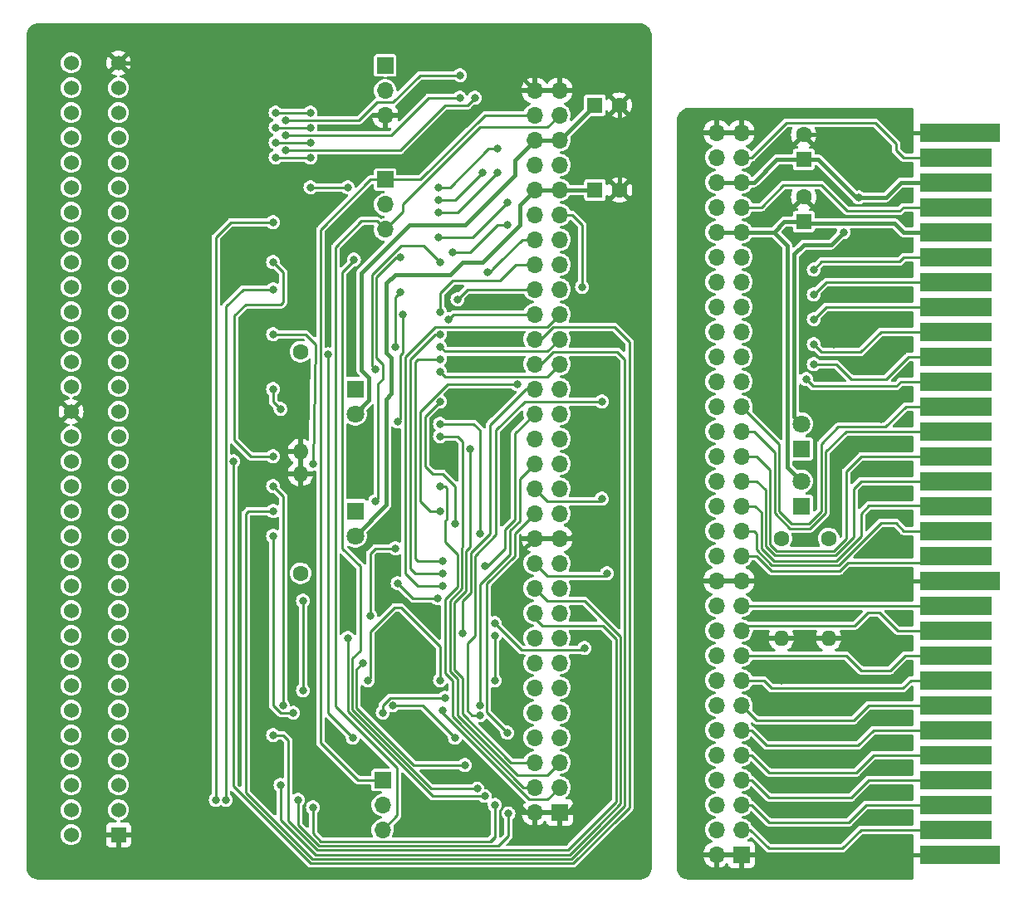
<source format=gbr>
%TF.GenerationSoftware,KiCad,Pcbnew,7.0.8*%
%TF.CreationDate,2023-12-05T21:31:03-08:00*%
%TF.ProjectId,Teradrive Mega CD Adapter,54657261-6472-4697-9665-204d65676120,1*%
%TF.SameCoordinates,Original*%
%TF.FileFunction,Copper,L2,Bot*%
%TF.FilePolarity,Positive*%
%FSLAX46Y46*%
G04 Gerber Fmt 4.6, Leading zero omitted, Abs format (unit mm)*
G04 Created by KiCad (PCBNEW 7.0.8) date 2023-12-05 21:31:03*
%MOMM*%
%LPD*%
G01*
G04 APERTURE LIST*
%TA.AperFunction,ComponentPad*%
%ADD10R,1.700000X1.700000*%
%TD*%
%TA.AperFunction,ComponentPad*%
%ADD11O,1.700000X1.700000*%
%TD*%
%TA.AperFunction,ComponentPad*%
%ADD12C,1.600000*%
%TD*%
%TA.AperFunction,ComponentPad*%
%ADD13O,1.600000X1.600000*%
%TD*%
%TA.AperFunction,ComponentPad*%
%ADD14R,1.800000X1.800000*%
%TD*%
%TA.AperFunction,ComponentPad*%
%ADD15C,1.800000*%
%TD*%
%TA.AperFunction,ComponentPad*%
%ADD16R,1.600000X1.600000*%
%TD*%
%TA.AperFunction,SMDPad,CuDef*%
%ADD17R,8.128000X1.905000*%
%TD*%
%TA.AperFunction,SMDPad,CuDef*%
%ADD18R,7.239000X1.905000*%
%TD*%
%TA.AperFunction,SMDPad,CuDef*%
%ADD19R,8.128000X1.968500*%
%TD*%
%TA.AperFunction,ComponentPad*%
%ADD20R,1.530000X1.530000*%
%TD*%
%TA.AperFunction,ComponentPad*%
%ADD21C,1.530000*%
%TD*%
%TA.AperFunction,ViaPad*%
%ADD22C,0.800000*%
%TD*%
%TA.AperFunction,Conductor*%
%ADD23C,0.400000*%
%TD*%
%TA.AperFunction,Conductor*%
%ADD24C,0.250000*%
%TD*%
G04 APERTURE END LIST*
D10*
%TO.P,J3,A1,Pin_a1*%
%TO.N,GND*%
X132334000Y-147061000D03*
D11*
%TO.P,J3,A2,Pin_a2*%
%TO.N,A_{19}*%
X132334000Y-144521000D03*
%TO.P,J3,A3,Pin_a3*%
%TO.N,~{CAS0}*%
X132334000Y-141981000D03*
%TO.P,J3,A4,Pin_a4*%
%TO.N,D_{0}*%
X132334000Y-139441000D03*
%TO.P,J3,A5,Pin_a5*%
%TO.N,D_{1}*%
X132334000Y-136901000D03*
%TO.P,J3,A6,Pin_a6*%
%TO.N,D_{2}*%
X132334000Y-134361000D03*
%TO.P,J3,A7,Pin_a7*%
%TO.N,D_{3}*%
X132334000Y-131821000D03*
%TO.P,J3,A8,Pin_a8*%
%TO.N,D_{4}*%
X132334000Y-129281000D03*
%TO.P,J3,A9,Pin_a9*%
%TO.N,D_{5}*%
X132334000Y-126741000D03*
%TO.P,J3,A10,Pin_a10*%
%TO.N,D_{6}*%
X132334000Y-124201000D03*
%TO.P,J3,A11,Pin_a11*%
%TO.N,D_{7}*%
X132334000Y-121661000D03*
%TO.P,J3,A12,Pin_a12*%
%TO.N,GND*%
X132334000Y-119121000D03*
%TO.P,J3,A13,Pin_a13*%
%TO.N,D_{8}*%
X132334000Y-116581000D03*
%TO.P,J3,A14,Pin_a14*%
%TO.N,D_{9}*%
X132334000Y-114041000D03*
%TO.P,J3,A15,Pin_a15*%
%TO.N,D_{10}*%
X132334000Y-111501000D03*
%TO.P,J3,A16,Pin_a16*%
%TO.N,D_{11}*%
X132334000Y-108961000D03*
%TO.P,J3,A17,Pin_a17*%
%TO.N,D_{12}*%
X132334000Y-106421000D03*
%TO.P,J3,A18,Pin_a18*%
%TO.N,D_{13}*%
X132334000Y-103881000D03*
%TO.P,J3,A19,Pin_a19*%
%TO.N,D_{14}*%
X132334000Y-101341000D03*
%TO.P,J3,A20,Pin_a20*%
%TO.N,D_{15}*%
X132334000Y-98801000D03*
%TO.P,J3,A21,Pin_a21*%
%TO.N,~{ROM}*%
X132334000Y-96261000D03*
%TO.P,J3,A22,Pin_a22*%
%TO.N,~{ASEL}*%
X132334000Y-93721000D03*
%TO.P,J3,A23,Pin_a23*%
%TO.N,~{RAS2}*%
X132334000Y-91181000D03*
%TO.P,J3,A24,Pin_a24*%
%TO.N,~{FDC}*%
X132334000Y-88641000D03*
%TO.P,J3,A25,Pin_a25*%
%TO.N,FRES*%
X132334000Y-86101000D03*
%TO.P,J3,A26,Pin_a26*%
%TO.N,VCC*%
X132334000Y-83561000D03*
%TO.P,J3,A27,Pin_a27*%
%TO.N,SR3*%
X132334000Y-81021000D03*
%TO.P,J3,A28,Pin_a28*%
%TO.N,+9V*%
X132334000Y-78481000D03*
%TO.P,J3,A29,Pin_a29*%
%TO.N,SR2*%
X132334000Y-75941000D03*
%TO.P,J3,A30,Pin_a30*%
%TO.N,GND*%
X132334000Y-73401000D03*
%TO.P,J3,B1,Pin_b1*%
X129794000Y-147061000D03*
%TO.P,J3,B2,Pin_b2*%
%TO.N,~{DISK}*%
X129794000Y-144521000D03*
%TO.P,J3,B3,Pin_b3*%
%TO.N,A_{1}*%
X129794000Y-141981000D03*
%TO.P,J3,B4,Pin_b4*%
%TO.N,A_{2}*%
X129794000Y-139441000D03*
%TO.P,J3,B5,Pin_b5*%
%TO.N,A_{3}*%
X129794000Y-136901000D03*
%TO.P,J3,B6,Pin_b6*%
%TO.N,A_{4}*%
X129794000Y-134361000D03*
%TO.P,J3,B7,Pin_b7*%
%TO.N,A_{5}*%
X129794000Y-131821000D03*
%TO.P,J3,B8,Pin_b8*%
%TO.N,A_{6}*%
X129794000Y-129281000D03*
%TO.P,J3,B9,Pin_b9*%
%TO.N,A_{7}*%
X129794000Y-126741000D03*
%TO.P,J3,B10,Pin_b10*%
%TO.N,A_{8}*%
X129794000Y-124201000D03*
%TO.P,J3,B11,Pin_b11*%
%TO.N,A_{9}*%
X129794000Y-121661000D03*
%TO.P,J3,B12,Pin_b12*%
%TO.N,GND*%
X129794000Y-119121000D03*
%TO.P,J3,B13,Pin_b13*%
%TO.N,A_{10}*%
X129794000Y-116581000D03*
%TO.P,J3,B14,Pin_b14*%
%TO.N,A_{11}*%
X129794000Y-114041000D03*
%TO.P,J3,B15,Pin_b15*%
%TO.N,A_{12}*%
X129794000Y-111501000D03*
%TO.P,J3,B16,Pin_b16*%
%TO.N,A_{13}*%
X129794000Y-108961000D03*
%TO.P,J3,B17,Pin_b17*%
%TO.N,A_{14}*%
X129794000Y-106421000D03*
%TO.P,J3,B18,Pin_b18*%
%TO.N,A_{15}*%
X129794000Y-103881000D03*
%TO.P,J3,B19,Pin_b19*%
%TO.N,A_{16}*%
X129794000Y-101341000D03*
%TO.P,J3,B20,Pin_b20*%
%TO.N,A_{17}*%
X129794000Y-98801000D03*
%TO.P,J3,B21,Pin_b21*%
%TO.N,~{LWR}*%
X129794000Y-96261000D03*
%TO.P,J3,B22,Pin_b22*%
%TO.N,~{UWR}*%
X129794000Y-93721000D03*
%TO.P,J3,B23,Pin_b23*%
%TO.N,~{CAS2}*%
X129794000Y-91181000D03*
%TO.P,J3,B24,Pin_b24*%
%TO.N,~{FDWR}*%
X129794000Y-88641000D03*
%TO.P,J3,B25,Pin_b25*%
%TO.N,A_{18}*%
X129794000Y-86101000D03*
%TO.P,J3,B26,Pin_b26*%
%TO.N,VCC*%
X129794000Y-83561000D03*
%TO.P,J3,B27,Pin_b27*%
%TO.N,SL3*%
X129794000Y-81021000D03*
%TO.P,J3,B28,Pin_b28*%
%TO.N,+9V*%
X129794000Y-78481000D03*
%TO.P,J3,B29,Pin_b29*%
%TO.N,SL2*%
X129794000Y-75941000D03*
%TO.P,J3,B30,Pin_b30*%
%TO.N,GND*%
X129794000Y-73401000D03*
%TD*%
D12*
%TO.P,R1,1*%
%TO.N,Net-(D1-K)*%
X87376000Y-118364000D03*
D13*
%TO.P,R1,2*%
%TO.N,GND*%
X87376000Y-108204000D03*
%TD*%
D14*
%TO.P,D4,1,K*%
%TO.N,Net-(D4-K)*%
X138430000Y-105664000D03*
D15*
%TO.P,D4,2,A*%
%TO.N,+9V*%
X138430000Y-103124000D03*
%TD*%
D14*
%TO.P,D2,1,K*%
%TO.N,Net-(D2-K)*%
X92964000Y-99563000D03*
D15*
%TO.P,D2,2,A*%
%TO.N,+9V*%
X92964000Y-102103000D03*
%TD*%
D10*
%TO.P,J1,A1,Pin_a1*%
%TO.N,GND*%
X113792000Y-142743000D03*
D11*
%TO.P,J1,A2,Pin_a2*%
%TO.N,A_{19}*%
X113792000Y-140203000D03*
%TO.P,J1,A3,Pin_a3*%
%TO.N,~{CAS0}*%
X113792000Y-137663000D03*
%TO.P,J1,A4,Pin_a4*%
%TO.N,D_{0}*%
X113792000Y-135123000D03*
%TO.P,J1,A5,Pin_a5*%
%TO.N,D_{1}*%
X113792000Y-132583000D03*
%TO.P,J1,A6,Pin_a6*%
%TO.N,D_{2}*%
X113792000Y-130043000D03*
%TO.P,J1,A7,Pin_a7*%
%TO.N,D_{3}*%
X113792000Y-127503000D03*
%TO.P,J1,A8,Pin_a8*%
%TO.N,D_{4}*%
X113792000Y-124963000D03*
%TO.P,J1,A9,Pin_a9*%
%TO.N,D_{5}*%
X113792000Y-122423000D03*
%TO.P,J1,A10,Pin_a10*%
%TO.N,D_{6}*%
X113792000Y-119883000D03*
%TO.P,J1,A11,Pin_a11*%
%TO.N,D_{7}*%
X113792000Y-117343000D03*
%TO.P,J1,A12,Pin_a12*%
%TO.N,GND*%
X113792000Y-114803000D03*
%TO.P,J1,A13,Pin_a13*%
%TO.N,D_{8}*%
X113792000Y-112263000D03*
%TO.P,J1,A14,Pin_a14*%
%TO.N,D_{9}*%
X113792000Y-109723000D03*
%TO.P,J1,A15,Pin_a15*%
%TO.N,D_{10}*%
X113792000Y-107183000D03*
%TO.P,J1,A16,Pin_a16*%
%TO.N,D_{11}*%
X113792000Y-104643000D03*
%TO.P,J1,A17,Pin_a17*%
%TO.N,D_{12}*%
X113792000Y-102103000D03*
%TO.P,J1,A18,Pin_a18*%
%TO.N,D_{13}*%
X113792000Y-99563000D03*
%TO.P,J1,A19,Pin_a19*%
%TO.N,D_{14}*%
X113792000Y-97023000D03*
%TO.P,J1,A20,Pin_a20*%
%TO.N,D_{15}*%
X113792000Y-94483000D03*
%TO.P,J1,A21,Pin_a21*%
%TO.N,~{ROM}*%
X113792000Y-91943000D03*
%TO.P,J1,A22,Pin_a22*%
%TO.N,~{ASEL}*%
X113792000Y-89403000D03*
%TO.P,J1,A23,Pin_a23*%
%TO.N,~{RAS2}*%
X113792000Y-86863000D03*
%TO.P,J1,A24,Pin_a24*%
%TO.N,~{FDC}*%
X113792000Y-84323000D03*
%TO.P,J1,A25,Pin_a25*%
%TO.N,FRES*%
X113792000Y-81783000D03*
%TO.P,J1,A26,Pin_a26*%
%TO.N,VCC*%
X113792000Y-79243000D03*
%TO.P,J1,A27,Pin_a27*%
%TO.N,SR3*%
X113792000Y-76703000D03*
%TO.P,J1,A28,Pin_a28*%
%TO.N,+9V*%
X113792000Y-74163000D03*
%TO.P,J1,A29,Pin_a29*%
%TO.N,SR2*%
X113792000Y-71623000D03*
%TO.P,J1,A30,Pin_a30*%
%TO.N,GND*%
X113792000Y-69083000D03*
%TO.P,J1,B1,Pin_b1*%
X111252000Y-142743000D03*
%TO.P,J1,B2,Pin_b2*%
%TO.N,~{DISK}*%
X111252000Y-140203000D03*
%TO.P,J1,B3,Pin_b3*%
%TO.N,A_{1}*%
X111252000Y-137663000D03*
%TO.P,J1,B4,Pin_b4*%
%TO.N,A_{2}*%
X111252000Y-135123000D03*
%TO.P,J1,B5,Pin_b5*%
%TO.N,A_{3}*%
X111252000Y-132583000D03*
%TO.P,J1,B6,Pin_b6*%
%TO.N,A_{4}*%
X111252000Y-130043000D03*
%TO.P,J1,B7,Pin_b7*%
%TO.N,A_{5}*%
X111252000Y-127503000D03*
%TO.P,J1,B8,Pin_b8*%
%TO.N,A_{6}*%
X111252000Y-124963000D03*
%TO.P,J1,B9,Pin_b9*%
%TO.N,A_{7}*%
X111252000Y-122423000D03*
%TO.P,J1,B10,Pin_b10*%
%TO.N,A_{8}*%
X111252000Y-119883000D03*
%TO.P,J1,B11,Pin_b11*%
%TO.N,A_{9}*%
X111252000Y-117343000D03*
%TO.P,J1,B12,Pin_b12*%
%TO.N,GND*%
X111252000Y-114803000D03*
%TO.P,J1,B13,Pin_b13*%
%TO.N,A_{10}*%
X111252000Y-112263000D03*
%TO.P,J1,B14,Pin_b14*%
%TO.N,A_{11}*%
X111252000Y-109723000D03*
%TO.P,J1,B15,Pin_b15*%
%TO.N,A_{12}*%
X111252000Y-107183000D03*
%TO.P,J1,B16,Pin_b16*%
%TO.N,A_{13}*%
X111252000Y-104643000D03*
%TO.P,J1,B17,Pin_b17*%
%TO.N,A_{14}*%
X111252000Y-102103000D03*
%TO.P,J1,B18,Pin_b18*%
%TO.N,A_{15}*%
X111252000Y-99563000D03*
%TO.P,J1,B19,Pin_b19*%
%TO.N,A_{16}*%
X111252000Y-97023000D03*
%TO.P,J1,B20,Pin_b20*%
%TO.N,A_{17}*%
X111252000Y-94483000D03*
%TO.P,J1,B21,Pin_b21*%
%TO.N,~{LWR}*%
X111252000Y-91943000D03*
%TO.P,J1,B22,Pin_b22*%
%TO.N,~{UWR}*%
X111252000Y-89403000D03*
%TO.P,J1,B23,Pin_b23*%
%TO.N,~{CAS2}*%
X111252000Y-86863000D03*
%TO.P,J1,B24,Pin_b24*%
%TO.N,~{FDWR}*%
X111252000Y-84323000D03*
%TO.P,J1,B25,Pin_b25*%
%TO.N,A_{18}*%
X111252000Y-81783000D03*
%TO.P,J1,B26,Pin_b26*%
%TO.N,VCC*%
X111252000Y-79243000D03*
%TO.P,J1,B27,Pin_b27*%
%TO.N,SL3*%
X111252000Y-76703000D03*
%TO.P,J1,B28,Pin_b28*%
%TO.N,+9V*%
X111252000Y-74163000D03*
%TO.P,J1,B29,Pin_b29*%
%TO.N,SL2*%
X111252000Y-71623000D03*
%TO.P,J1,B30,Pin_b30*%
%TO.N,GND*%
X111252000Y-69083000D03*
%TD*%
D12*
%TO.P,R3,1*%
%TO.N,Net-(D3-K)*%
X136398000Y-114808000D03*
D13*
%TO.P,R3,2*%
%TO.N,GND*%
X136398000Y-124968000D03*
%TD*%
D14*
%TO.P,D1,1,K*%
%TO.N,Net-(D1-K)*%
X92964000Y-112009000D03*
D15*
%TO.P,D1,2,A*%
%TO.N,VCC*%
X92964000Y-114549000D03*
%TD*%
D12*
%TO.P,R2,1*%
%TO.N,Net-(D2-K)*%
X87376000Y-95758000D03*
D13*
%TO.P,R2,2*%
%TO.N,GND*%
X87376000Y-105918000D03*
%TD*%
D14*
%TO.P,D3,1,K*%
%TO.N,Net-(D3-K)*%
X138430000Y-111516000D03*
D15*
%TO.P,D3,2,A*%
%TO.N,VCC*%
X138430000Y-108976000D03*
%TD*%
D16*
%TO.P,C3,1*%
%TO.N,VCC*%
X138684000Y-82485113D03*
D12*
%TO.P,C3,2*%
%TO.N,GND*%
X138684000Y-79985113D03*
%TD*%
D17*
%TO.P,J4,A1,Pin_a1*%
%TO.N,GND*%
X154622500Y-147066000D03*
D18*
%TO.P,J4,A2,Pin_a2*%
%TO.N,A_{19}*%
X154178000Y-144526000D03*
%TO.P,J4,A3,Pin_a3*%
%TO.N,~{CAS0}*%
X154178000Y-141986000D03*
%TO.P,J4,A4,Pin_a4*%
%TO.N,D_{0}*%
X154178000Y-139446000D03*
%TO.P,J4,A5,Pin_a5*%
%TO.N,D_{1}*%
X154178000Y-136906000D03*
%TO.P,J4,A6,Pin_a6*%
%TO.N,D_{2}*%
X154178000Y-134366000D03*
%TO.P,J4,A7,Pin_a7*%
%TO.N,D_{3}*%
X154178000Y-131826000D03*
%TO.P,J4,A8,Pin_a8*%
%TO.N,D_{4}*%
X154178000Y-129286000D03*
%TO.P,J4,A9,Pin_a9*%
%TO.N,D_{5}*%
X154178000Y-126746000D03*
%TO.P,J4,A10,Pin_a10*%
%TO.N,D_{6}*%
X154178000Y-124206000D03*
%TO.P,J4,A11,Pin_a11*%
%TO.N,D_{7}*%
X154178000Y-121666000D03*
D19*
%TO.P,J4,A12,Pin_a12*%
%TO.N,GND*%
X154622500Y-119157750D03*
D18*
%TO.P,J4,A13,Pin_a13*%
%TO.N,D_{8}*%
X154178000Y-116586000D03*
%TO.P,J4,A14,Pin_a14*%
%TO.N,D_{9}*%
X154178000Y-114046000D03*
%TO.P,J4,A15,Pin_a15*%
%TO.N,D_{10}*%
X154178000Y-111506000D03*
%TO.P,J4,A16,Pin_a16*%
%TO.N,D_{11}*%
X154178000Y-108966000D03*
%TO.P,J4,A17,Pin_a17*%
%TO.N,D_{12}*%
X154178000Y-106426000D03*
%TO.P,J4,A18,Pin_a18*%
%TO.N,D_{13}*%
X154178000Y-103886000D03*
%TO.P,J4,A19,Pin_a19*%
%TO.N,D_{14}*%
X154178000Y-101346000D03*
%TO.P,J4,A20,Pin_a20*%
%TO.N,D_{15}*%
X154178000Y-98806000D03*
%TO.P,J4,A21,Pin_a21*%
%TO.N,~{ROM}*%
X154178000Y-96266000D03*
%TO.P,J4,A22,Pin_a22*%
%TO.N,~{ASEL}*%
X154178000Y-93726000D03*
%TO.P,J4,A23,Pin_a23*%
%TO.N,~{RAS2}*%
X154178000Y-91186000D03*
%TO.P,J4,A24,Pin_a24*%
%TO.N,~{FDC}*%
X154178000Y-88646000D03*
%TO.P,J4,A25,Pin_a25*%
%TO.N,FRES*%
X154178000Y-86106000D03*
%TO.P,J4,A26,Pin_a26*%
%TO.N,VCC*%
X154178000Y-83566000D03*
%TO.P,J4,A27,Pin_a27*%
%TO.N,SR3*%
X154178000Y-81026000D03*
%TO.P,J4,A28,Pin_a28*%
%TO.N,+9V*%
X154178000Y-78486000D03*
%TO.P,J4,A29,Pin_a29*%
%TO.N,SR2*%
X154178000Y-75946000D03*
D17*
%TO.P,J4,A30,Pin_a30*%
%TO.N,GND*%
X154622500Y-73406000D03*
%TD*%
D16*
%TO.P,C4,1*%
%TO.N,+9V*%
X138684000Y-76135113D03*
D12*
%TO.P,C4,2*%
%TO.N,GND*%
X138684000Y-73635113D03*
%TD*%
D10*
%TO.P,JPB2,1,A*%
%TO.N,SL2*%
X95758000Y-139446000D03*
D11*
%TO.P,JPB2,2,C*%
%TO.N,SOUND1*%
X95758000Y-141986000D03*
%TO.P,JPB2,3,B*%
%TO.N,SR2*%
X95758000Y-144526000D03*
%TD*%
D10*
%TO.P,JPA31,1,A*%
%TO.N,VCC*%
X96012000Y-66548000D03*
D11*
%TO.P,JPA31,2,C*%
%TO.N,~{CART}*%
X96012000Y-69088000D03*
%TO.P,JPA31,3,B*%
%TO.N,GND*%
X96012000Y-71628000D03*
%TD*%
D12*
%TO.P,R4,1*%
%TO.N,Net-(D4-K)*%
X141224000Y-114808000D03*
D13*
%TO.P,R4,2*%
%TO.N,GND*%
X141224000Y-124968000D03*
%TD*%
D10*
%TO.P,JPB31,1,A*%
%TO.N,SL2*%
X96012000Y-78206560D03*
D11*
%TO.P,JPB31,2,C*%
%TO.N,SOUND2*%
X96012000Y-80746560D03*
%TO.P,JPB31,3,B*%
%TO.N,SR2*%
X96012000Y-83286560D03*
%TD*%
D20*
%TO.P,J2,A1,Pin_a1*%
%TO.N,GND*%
X68834000Y-145038000D03*
D21*
%TO.P,J2,A2,Pin_a2*%
%TO.N,~{MRES}*%
X68834000Y-142498000D03*
%TO.P,J2,A3,Pin_a3*%
%TO.N,A_{9}*%
X68834000Y-139958000D03*
%TO.P,J2,A4,Pin_a4*%
%TO.N,A_{10}*%
X68834000Y-137418000D03*
%TO.P,J2,A5,Pin_a5*%
%TO.N,A_{18}*%
X68834000Y-134878000D03*
%TO.P,J2,A6,Pin_a6*%
%TO.N,A_{19}*%
X68834000Y-132338000D03*
%TO.P,J2,A7,Pin_a7*%
%TO.N,A_{20}*%
X68834000Y-129798000D03*
%TO.P,J2,A8,Pin_a8*%
%TO.N,A_{21}*%
X68834000Y-127258000D03*
%TO.P,J2,A9,Pin_a9*%
%TO.N,A_{22}*%
X68834000Y-124718000D03*
%TO.P,J2,A10,Pin_a10*%
%TO.N,A_{23}*%
X68834000Y-122178000D03*
%TO.P,J2,A11,Pin_a11*%
%TO.N,~{ROM}*%
X68834000Y-119638000D03*
%TO.P,J2,A12,Pin_a12*%
%TO.N,~{RAS2}*%
X68834000Y-117098000D03*
%TO.P,J2,A13,Pin_a13*%
%TO.N,~{FDC}*%
X68834000Y-114558000D03*
%TO.P,J2,A14,Pin_a14*%
%TO.N,FRES*%
X68834000Y-112018000D03*
%TO.P,J2,A15,Pin_a15*%
%TO.N,~{DISK}*%
X68834000Y-109478000D03*
%TO.P,J2,A16,Pin_a16*%
%TO.N,~{FDWR}*%
X68834000Y-106938000D03*
%TO.P,J2,A17,Pin_a17*%
%TO.N,~{CAS0}*%
X68834000Y-104398000D03*
%TO.P,J2,A18,Pin_a18*%
%TO.N,~{CE_0}*%
X68834000Y-101858000D03*
%TO.P,J2,A19,Pin_a19*%
%TO.N,~{AS}*%
X68834000Y-99318000D03*
%TO.P,J2,A20,Pin_a20*%
%TO.N,VCLK*%
X68834000Y-96778000D03*
%TO.P,J2,A21,Pin_a21*%
%TO.N,~{DTACK}*%
X68834000Y-94238000D03*
%TO.P,J2,A22,Pin_a22*%
%TO.N,~{CAS2}*%
X68834000Y-91698000D03*
%TO.P,J2,A23,Pin_a23*%
%TO.N,D_{15}*%
X68834000Y-89158000D03*
%TO.P,J2,A24,Pin_a24*%
%TO.N,D_{14}*%
X68834000Y-86618000D03*
%TO.P,J2,A25,Pin_a25*%
%TO.N,D_{13}*%
X68834000Y-84078000D03*
%TO.P,J2,A26,Pin_a26*%
%TO.N,D_{12}*%
X68834000Y-81538000D03*
%TO.P,J2,A27,Pin_a27*%
%TO.N,~{ASEL}*%
X68834000Y-78998000D03*
%TO.P,J2,A28,Pin_a28*%
%TO.N,~{LWR}*%
X68834000Y-76458000D03*
%TO.P,J2,A29,Pin_a29*%
%TO.N,~{UWR}*%
X68834000Y-73918000D03*
%TO.P,J2,A30,Pin_a30*%
%TO.N,~{TIME}*%
X68834000Y-71378000D03*
%TO.P,J2,A31,Pin_a31*%
%TO.N,~{CART}*%
X68834000Y-68838000D03*
%TO.P,J2,A32,Pin_a32*%
%TO.N,GND*%
X68834000Y-66298000D03*
%TO.P,J2,B1,Pin_b1*%
%TO.N,VCC*%
X63994000Y-145038000D03*
%TO.P,J2,B2,Pin_b2*%
%TO.N,SOUND1*%
X63994000Y-142498000D03*
%TO.P,J2,B3,Pin_b3*%
%TO.N,A_{8}*%
X63994000Y-139958000D03*
%TO.P,J2,B4,Pin_b4*%
%TO.N,A_{11}*%
X63994000Y-137418000D03*
%TO.P,J2,B5,Pin_b5*%
%TO.N,A_{7}*%
X63994000Y-134878000D03*
%TO.P,J2,B6,Pin_b6*%
%TO.N,A_{12}*%
X63994000Y-132338000D03*
%TO.P,J2,B7,Pin_b7*%
%TO.N,A_{6}*%
X63994000Y-129798000D03*
%TO.P,J2,B8,Pin_b8*%
%TO.N,A_{13}*%
X63994000Y-127258000D03*
%TO.P,J2,B9,Pin_b9*%
%TO.N,A_{5}*%
X63994000Y-124718000D03*
%TO.P,J2,B10,Pin_b10*%
%TO.N,A_{14}*%
X63994000Y-122178000D03*
%TO.P,J2,B11,Pin_b11*%
%TO.N,A_{4}*%
X63994000Y-119638000D03*
%TO.P,J2,B12,Pin_b12*%
%TO.N,A_{15}*%
X63994000Y-117098000D03*
%TO.P,J2,B13,Pin_b13*%
%TO.N,A_{3}*%
X63994000Y-114558000D03*
%TO.P,J2,B14,Pin_b14*%
%TO.N,A_{16}*%
X63994000Y-112018000D03*
%TO.P,J2,B15,Pin_b15*%
%TO.N,A_{2}*%
X63994000Y-109478000D03*
%TO.P,J2,B16,Pin_b16*%
%TO.N,A_{17}*%
X63994000Y-106938000D03*
%TO.P,J2,B17,Pin_b17*%
%TO.N,A_{1}*%
X63994000Y-104398000D03*
%TO.P,J2,B18,Pin_b18*%
%TO.N,GND*%
X63994000Y-101858000D03*
%TO.P,J2,B19,Pin_b19*%
%TO.N,D_{7}*%
X63994000Y-99318000D03*
%TO.P,J2,B20,Pin_b20*%
%TO.N,D_{0}*%
X63994000Y-96778000D03*
%TO.P,J2,B21,Pin_b21*%
%TO.N,D_{8}*%
X63994000Y-94238000D03*
%TO.P,J2,B22,Pin_b22*%
%TO.N,D_{6}*%
X63994000Y-91698000D03*
%TO.P,J2,B23,Pin_b23*%
%TO.N,D_{1}*%
X63994000Y-89158000D03*
%TO.P,J2,B24,Pin_b24*%
%TO.N,D_{9}*%
X63994000Y-86618000D03*
%TO.P,J2,B25,Pin_b25*%
%TO.N,D_{5}*%
X63994000Y-84078000D03*
%TO.P,J2,B26,Pin_b26*%
%TO.N,D_{2}*%
X63994000Y-81538000D03*
%TO.P,J2,B27,Pin_b27*%
%TO.N,D_{10}*%
X63994000Y-78998000D03*
%TO.P,J2,B28,Pin_b28*%
%TO.N,D_{4}*%
X63994000Y-76458000D03*
%TO.P,J2,B29,Pin_b29*%
%TO.N,D_{3}*%
X63994000Y-73918000D03*
%TO.P,J2,B30,Pin_b30*%
%TO.N,D_{11}*%
X63994000Y-71378000D03*
%TO.P,J2,B31,Pin_b31*%
%TO.N,SOUND2*%
X63994000Y-68838000D03*
%TO.P,J2,B32,Pin_b32*%
%TO.N,VCC*%
X63994000Y-66298000D03*
%TD*%
D16*
%TO.P,C2,1*%
%TO.N,+9V*%
X117388000Y-70612000D03*
D12*
%TO.P,C2,2*%
%TO.N,GND*%
X119888000Y-70612000D03*
%TD*%
D16*
%TO.P,C1,1*%
%TO.N,VCC*%
X117412887Y-79248000D03*
D12*
%TO.P,C1,2*%
%TO.N,GND*%
X119912887Y-79248000D03*
%TD*%
D22*
%TO.N,GND*%
X148844000Y-128397000D03*
X149352000Y-112649000D03*
X149225000Y-97663000D03*
X148971000Y-100076000D03*
X143129000Y-100584000D03*
X148209000Y-122809000D03*
X149225000Y-109982000D03*
X146812000Y-77724000D03*
%TO.N,+9V*%
X144272000Y-80010000D03*
X142748000Y-83566000D03*
%TO.N,A_{9}*%
X118618000Y-118364000D03*
%TO.N,A_{10}*%
X108458000Y-134620000D03*
%TO.N,A_{18}*%
X105664000Y-132842000D03*
X118110000Y-100838000D03*
%TO.N,A_{19}*%
X101854000Y-132334000D03*
%TO.N,~{ROM}*%
X101854000Y-119634000D03*
X139700000Y-97028000D03*
%TO.N,~{RAS2}*%
X107188000Y-123444000D03*
X139700000Y-92456000D03*
X116332000Y-125984000D03*
%TO.N,~{FDC}*%
X139700000Y-89916000D03*
X97536000Y-86106000D03*
X108458000Y-82804000D03*
X94996000Y-110998000D03*
X102870000Y-85598000D03*
%TO.N,FRES*%
X116078000Y-89154000D03*
X109474000Y-99060000D03*
X139700000Y-87376000D03*
X101600000Y-112014000D03*
%TO.N,~{DISK}*%
X101600000Y-109474000D03*
%TO.N,~{FDWR}*%
X106426000Y-87630000D03*
%TO.N,~{CAS0}*%
X101600000Y-104394000D03*
%TO.N,~{CAS2}*%
X101600000Y-91694000D03*
%TO.N,D_{15}*%
X138938000Y-98552000D03*
X97536000Y-89662000D03*
X101600000Y-95250000D03*
X97028000Y-95250000D03*
%TO.N,D_{14}*%
X101600000Y-86614000D03*
X94996000Y-97536000D03*
X101600000Y-97790000D03*
%TO.N,D_{13}*%
X101473000Y-84074000D03*
X108458000Y-80518000D03*
%TO.N,D_{12}*%
X101473000Y-81534000D03*
X107442000Y-77470000D03*
%TO.N,~{ASEL}*%
X139700000Y-94996000D03*
X107442000Y-75057000D03*
X84836000Y-75946000D03*
X88392000Y-75946000D03*
X101473000Y-78994000D03*
%TO.N,~{LWR}*%
X84836000Y-74422000D03*
X88392000Y-74422000D03*
X102489000Y-92456000D03*
%TO.N,~{UWR}*%
X103378000Y-90424000D03*
X88392000Y-72898000D03*
X84836000Y-72898000D03*
%TO.N,A_{8}*%
X85344000Y-139954000D03*
%TO.N,A_{11}*%
X118110000Y-110744000D03*
%TO.N,A_{7}*%
X84582000Y-134874000D03*
%TO.N,A_{12}*%
X105664000Y-131826000D03*
%TO.N,A_{6}*%
X107188000Y-124714000D03*
X101600000Y-129286000D03*
X94234000Y-129286000D03*
X107188000Y-129286000D03*
%TO.N,A_{13}*%
X104140000Y-137922000D03*
X93726000Y-127508000D03*
%TO.N,A_{5}*%
X106172000Y-141097000D03*
X92202000Y-124968000D03*
%TO.N,A_{14}*%
X97028000Y-115824000D03*
X94488000Y-122682000D03*
X106172000Y-117602000D03*
%TO.N,A_{4}*%
X87630000Y-121158000D03*
X87630000Y-130302000D03*
%TO.N,A_{15}*%
X101346000Y-120904000D03*
X97282000Y-119380000D03*
X103886000Y-124460000D03*
%TO.N,A_{3}*%
X102108000Y-131064000D03*
X95758000Y-132588000D03*
X86614000Y-132588000D03*
X84582000Y-114554000D03*
%TO.N,A_{16}*%
X84582000Y-112014000D03*
%TO.N,A_{2}*%
X85598000Y-131826000D03*
X84582000Y-109474000D03*
X96774000Y-131826000D03*
X103124000Y-135128000D03*
%TO.N,A_{17}*%
X80518000Y-106934000D03*
%TO.N,A_{1}*%
X104648000Y-105664000D03*
%TO.N,D_{7}*%
X84582000Y-99568000D03*
X101600000Y-103124000D03*
X105664000Y-114300000D03*
X85344000Y-101600000D03*
%TO.N,D_{0}*%
X90170000Y-96012000D03*
X92710000Y-135128000D03*
%TO.N,D_{8}*%
X88646000Y-107188000D03*
X84582000Y-93980000D03*
%TO.N,D_{6}*%
X103124000Y-113284000D03*
X101600000Y-100838000D03*
X97282000Y-102870000D03*
X97790000Y-91948000D03*
%TO.N,D_{1}*%
X108585000Y-142875000D03*
X79756000Y-141478000D03*
X87122000Y-141478000D03*
X84582000Y-89408000D03*
%TO.N,D_{9}*%
X84582000Y-106426000D03*
X84582000Y-86614000D03*
%TO.N,D_{5}*%
X92837000Y-86360000D03*
X105410000Y-140335000D03*
%TO.N,D_{2}*%
X84582000Y-82550000D03*
X88646000Y-142240000D03*
X78740000Y-141478000D03*
X107188000Y-141986000D03*
%TO.N,D_{10}*%
X88392000Y-78994000D03*
X105918000Y-77470000D03*
X92202000Y-78994000D03*
X101473000Y-80264000D03*
%TO.N,D_{4}*%
X85852000Y-75184000D03*
X101600000Y-96520000D03*
X101854000Y-117094000D03*
X105156000Y-69850000D03*
%TO.N,D_{3}*%
X101600000Y-93980000D03*
X103632000Y-69850000D03*
X85852000Y-73660000D03*
X101854000Y-118364000D03*
%TO.N,D_{11}*%
X103632000Y-67564000D03*
X85852000Y-72136000D03*
%TO.N,~{TIME}*%
X84836000Y-71374000D03*
X88392000Y-71374000D03*
%TO.N,GND*%
X146558000Y-105156000D03*
X149098000Y-105156000D03*
X106453377Y-90366488D03*
X104552654Y-97394743D03*
X146558000Y-97536000D03*
X74422000Y-141351000D03*
X102616000Y-72644000D03*
X87726460Y-82857140D03*
X97282000Y-124714000D03*
X93853000Y-107188000D03*
X108204000Y-112649000D03*
X143510000Y-122682000D03*
X97155000Y-107188000D03*
X135636000Y-140335000D03*
X102362000Y-143764000D03*
X87884000Y-135128000D03*
X145796000Y-143256000D03*
X116332000Y-120015000D03*
X145796000Y-133096000D03*
X136144000Y-77724000D03*
X89662000Y-139954000D03*
X96012000Y-117348000D03*
X147574000Y-114046000D03*
X142494000Y-106680000D03*
X147574000Y-112268000D03*
X143510000Y-120650000D03*
X87376000Y-115697000D03*
X89916000Y-69850000D03*
X147320000Y-127254000D03*
X70457411Y-68699268D03*
X97356589Y-129451862D03*
X135636000Y-142905024D03*
X144018000Y-108204000D03*
X141732000Y-92710000D03*
X74295000Y-66421000D03*
X135636000Y-145542000D03*
X145669000Y-73533000D03*
X86487000Y-77851000D03*
X118237000Y-126238000D03*
X95526799Y-121969459D03*
X147320000Y-125476000D03*
X116459000Y-124587000D03*
X116183200Y-112798810D03*
X136398000Y-129286000D03*
X115570000Y-99822000D03*
X147574000Y-118110000D03*
X115697000Y-140462000D03*
X116459000Y-122555000D03*
X138938000Y-114808000D03*
X141732000Y-87376000D03*
X147828000Y-107950000D03*
X149098000Y-102616000D03*
X135890000Y-86360000D03*
X141986000Y-132080000D03*
X85090000Y-146812000D03*
X118491000Y-121285000D03*
X92213383Y-121809992D03*
X146304000Y-83566000D03*
X94361000Y-85471000D03*
X90678000Y-135128000D03*
X119634000Y-94742000D03*
X87757000Y-86741000D03*
X135636000Y-137773359D03*
X101092000Y-123444000D03*
X74422000Y-103124000D03*
X145796000Y-138430000D03*
X141732000Y-94996000D03*
X145034000Y-78994000D03*
X88011000Y-64516000D03*
X108585000Y-129159000D03*
X146558000Y-100076000D03*
X106224388Y-100507599D03*
X145288000Y-110236000D03*
X94996000Y-114808000D03*
X146304000Y-85598000D03*
X107823000Y-140208000D03*
X101727000Y-74803000D03*
X108308377Y-108028332D03*
X94269077Y-83347410D03*
X146558000Y-94996000D03*
X135509000Y-135001000D03*
X138938000Y-107442000D03*
X108458000Y-121412000D03*
X103587558Y-100525779D03*
X146558000Y-102616000D03*
X136398000Y-131064000D03*
X116586000Y-74803000D03*
X146050000Y-123190000D03*
X140970000Y-83566000D03*
X104552654Y-94845711D03*
X74422000Y-72644000D03*
X97282000Y-134874000D03*
X120142000Y-91440000D03*
X145796000Y-140716000D03*
X85762646Y-70447102D03*
X90424000Y-144526000D03*
X147574000Y-116078000D03*
X86614000Y-79883000D03*
X136045773Y-103432944D03*
X97282000Y-122682000D03*
X145796000Y-135636000D03*
X91017385Y-82871893D03*
X97282000Y-127254000D03*
X118872000Y-112014000D03*
X119126000Y-97028000D03*
X115570000Y-128778000D03*
X108585000Y-131953000D03*
X87376000Y-98171000D03*
X87943364Y-137624079D03*
X87757000Y-89281000D03*
X141732000Y-89916000D03*
X115570000Y-131572000D03*
%TD*%
D23*
%TO.N,GND*%
X136376601Y-137773359D02*
X136398000Y-137922000D01*
X143658641Y-137773359D02*
X136376601Y-137773359D01*
X145796000Y-135636000D02*
X143658641Y-137773359D01*
X145796000Y-138430000D02*
X145155884Y-138430000D01*
X136271000Y-145542000D02*
X136261000Y-145552000D01*
X136281000Y-145552000D02*
X136271000Y-145542000D01*
X142351884Y-145552000D02*
X136281000Y-145552000D01*
X144647884Y-143256000D02*
X142351884Y-145552000D01*
X136261000Y-145552000D02*
X136144000Y-145552000D01*
X145796000Y-143256000D02*
X144647884Y-143256000D01*
X145796000Y-140716000D02*
X145288000Y-140716000D01*
X148844000Y-128397000D02*
X147701000Y-129286000D01*
X148971000Y-100076000D02*
X146558000Y-100076000D01*
X146558000Y-100076000D02*
X143637000Y-100076000D01*
X143637000Y-100076000D02*
X143129000Y-100584000D01*
X148971000Y-112268000D02*
X147574000Y-112268000D01*
X149352000Y-112649000D02*
X148971000Y-112268000D01*
X145542000Y-109982000D02*
X145288000Y-110236000D01*
X149225000Y-109982000D02*
X145542000Y-109982000D01*
D24*
%TO.N,D_{10}*%
X133715000Y-111501000D02*
X132334000Y-111501000D01*
X134355000Y-112141000D02*
X133715000Y-111501000D01*
X134355000Y-115815792D02*
X134355000Y-112141000D01*
X135633208Y-117094000D02*
X134355000Y-115815792D01*
X144526000Y-114556792D02*
X141988792Y-117094000D01*
X144526000Y-112268000D02*
X144526000Y-114556792D01*
X145351000Y-111443000D02*
X144526000Y-112268000D01*
X154178000Y-111506000D02*
X154115000Y-111443000D01*
X154115000Y-111443000D02*
X145351000Y-111443000D01*
X141988792Y-117094000D02*
X135633208Y-117094000D01*
%TO.N,D_{6}*%
X132792000Y-123743000D02*
X132334000Y-124201000D01*
X143847396Y-123743000D02*
X132792000Y-123743000D01*
X145225396Y-122365000D02*
X143847396Y-123743000D01*
X146391727Y-122365000D02*
X145225396Y-122365000D01*
X148232728Y-124206000D02*
X146391727Y-122365000D01*
X154178000Y-124206000D02*
X148232728Y-124206000D01*
D23*
%TO.N,GND*%
X146050000Y-123190000D02*
X146050000Y-124460000D01*
X145542000Y-124968000D02*
X146050000Y-124460000D01*
D24*
%TO.N,D_{7}*%
X154178000Y-121666000D02*
X145288000Y-121666000D01*
X145288000Y-121666000D02*
X132339000Y-121666000D01*
D23*
%TO.N,GND*%
X145669000Y-76581000D02*
X145669000Y-73533000D01*
X146812000Y-77724000D02*
X145669000Y-76581000D01*
X146304000Y-77724000D02*
X145034000Y-78994000D01*
X146812000Y-77724000D02*
X146304000Y-77724000D01*
X145566887Y-73635113D02*
X138684000Y-73635113D01*
X145669000Y-73533000D02*
X145566887Y-73635113D01*
D24*
%TO.N,D_{9}*%
X148907000Y-114046000D02*
X148082000Y-113221000D01*
X148082000Y-113221000D02*
X146563000Y-113221000D01*
X154178000Y-114046000D02*
X148907000Y-114046000D01*
D23*
%TO.N,GND*%
X138938000Y-93472000D02*
X138557000Y-93091000D01*
X138557000Y-90297000D02*
X138557000Y-88138000D01*
X138557000Y-93091000D02*
X138557000Y-90297000D01*
X140970000Y-93472000D02*
X138938000Y-93472000D01*
X138557000Y-90678000D02*
X138557000Y-90297000D01*
X141732000Y-92710000D02*
X140970000Y-93472000D01*
X139702793Y-91186000D02*
X139065000Y-91186000D01*
X139065000Y-91186000D02*
X138557000Y-90678000D01*
X140972793Y-89916000D02*
X139702793Y-91186000D01*
X141732000Y-89916000D02*
X140972793Y-89916000D01*
X138695000Y-88276000D02*
X140451000Y-88276000D01*
X138557000Y-87246207D02*
X138557000Y-88138000D01*
X138557000Y-88138000D02*
X138695000Y-88276000D01*
X141351000Y-87376000D02*
X141732000Y-87376000D01*
X140205207Y-85598000D02*
X138557000Y-87246207D01*
X140451000Y-88276000D02*
X141351000Y-87376000D01*
X146304000Y-85598000D02*
X140205207Y-85598000D01*
D24*
%TO.N,FRES*%
X148908000Y-86106000D02*
X148463000Y-86551000D01*
X140525000Y-86551000D02*
X148463000Y-86551000D01*
X154178000Y-86106000D02*
X148908000Y-86106000D01*
%TO.N,SR2*%
X148082000Y-75184000D02*
X148082000Y-74525273D01*
X148844000Y-75946000D02*
X154178000Y-75946000D01*
X148844000Y-75946000D02*
X148082000Y-75184000D01*
X145946727Y-72390000D02*
X148082000Y-74525273D01*
X136906000Y-72390000D02*
X145946727Y-72390000D01*
D23*
%TO.N,GND*%
X134620000Y-73406000D02*
X134615000Y-73401000D01*
X147955000Y-71628000D02*
X136398000Y-71628000D01*
X134615000Y-73401000D02*
X132334000Y-73401000D01*
X147955000Y-71755000D02*
X147955000Y-71628000D01*
X149606000Y-73406000D02*
X147955000Y-71755000D01*
X154622500Y-73406000D02*
X149606000Y-73406000D01*
X136398000Y-71628000D02*
X134620000Y-73406000D01*
%TO.N,VCC*%
X148855000Y-83566000D02*
X147955000Y-82666000D01*
X154178000Y-83566000D02*
X148855000Y-83566000D01*
X139076000Y-82666000D02*
X147955000Y-82666000D01*
D24*
%TO.N,D_{12}*%
X154178000Y-106426000D02*
X144526000Y-106426000D01*
%TO.N,D_{11}*%
X154178000Y-108966000D02*
X144526000Y-108966000D01*
D23*
%TO.N,GND*%
X145796000Y-129286000D02*
X136398000Y-129286000D01*
X147701000Y-129286000D02*
X145796000Y-129286000D01*
%TO.N,VCC*%
X109725500Y-80769500D02*
X111252000Y-79243000D01*
X96128000Y-88784000D02*
X97028000Y-87884000D01*
X137030000Y-85090000D02*
X137030000Y-84955000D01*
X96657000Y-100055000D02*
X96657000Y-96403500D01*
X137030000Y-85090000D02*
X137030000Y-107576000D01*
X109728000Y-80772000D02*
X109725500Y-80769500D01*
X103881000Y-86614000D02*
X105920793Y-86614000D01*
X137030000Y-84955000D02*
X135636000Y-83561000D01*
X102611000Y-87884000D02*
X103881000Y-86614000D01*
X105920793Y-86614000D02*
X109728000Y-82806793D01*
X96128000Y-100584000D02*
X96657000Y-100055000D01*
X96128000Y-111385000D02*
X96128000Y-100584000D01*
X157221000Y-83561000D02*
X150871000Y-83561000D01*
X136711887Y-82485113D02*
X135636000Y-83561000D01*
X132334000Y-83561000D02*
X129794000Y-83561000D01*
X113792000Y-79243000D02*
X111252000Y-79243000D01*
X109728000Y-82806793D02*
X109728000Y-80772000D01*
X132334000Y-83561000D02*
X135636000Y-83561000D01*
X137030000Y-107576000D02*
X138430000Y-108976000D01*
X97028000Y-87884000D02*
X102611000Y-87884000D01*
X96128000Y-95874500D02*
X96128000Y-88784000D01*
X96657000Y-96403500D02*
X96128000Y-95874500D01*
X92964000Y-114549000D02*
X96128000Y-111385000D01*
X138684000Y-82485113D02*
X136711887Y-82485113D01*
X117412887Y-79248000D02*
X113797000Y-79248000D01*
%TO.N,+9V*%
X133604000Y-78486000D02*
X133599000Y-78481000D01*
X94364000Y-98428000D02*
X94364000Y-100703000D01*
X140143113Y-76135113D02*
X144018000Y-80010000D01*
X137730000Y-85790000D02*
X137730000Y-102424000D01*
X109220000Y-77724000D02*
X104140000Y-82804000D01*
X142748000Y-83566000D02*
X141478000Y-84836000D01*
X93599000Y-97663000D02*
X94364000Y-98428000D01*
X157226000Y-78486000D02*
X148590000Y-78486000D01*
X135954887Y-76135113D02*
X133604000Y-78486000D01*
X137730000Y-102424000D02*
X138430000Y-103124000D01*
X148590000Y-78486000D02*
X147066000Y-80010000D01*
X98496626Y-82804000D02*
X93599000Y-87701626D01*
X109220000Y-76195000D02*
X109220000Y-77724000D01*
X133599000Y-78481000D02*
X129794000Y-78481000D01*
X94364000Y-100703000D02*
X92964000Y-102103000D01*
X104140000Y-82804000D02*
X98496626Y-82804000D01*
X111252000Y-74163000D02*
X109220000Y-76195000D01*
X113792000Y-74163000D02*
X111252000Y-74163000D01*
X138684000Y-76135113D02*
X135954887Y-76135113D01*
X117343000Y-70612000D02*
X113792000Y-74163000D01*
X141478000Y-84836000D02*
X138684000Y-84836000D01*
X93599000Y-87701626D02*
X93599000Y-97663000D01*
X147066000Y-80010000D02*
X144272000Y-80010000D01*
X138684000Y-76135113D02*
X140143113Y-76135113D01*
X138684000Y-84836000D02*
X137730000Y-85790000D01*
X144018000Y-80010000D02*
X144272000Y-80010000D01*
D24*
%TO.N,A_{9}*%
X118618000Y-118364000D02*
X118362644Y-118619356D01*
X112528356Y-118619356D02*
X111252000Y-117343000D01*
X118362644Y-118619356D02*
X112528356Y-118619356D01*
%TO.N,A_{10}*%
X109220000Y-114295000D02*
X111252000Y-112263000D01*
X109220000Y-116586000D02*
X109220000Y-114295000D01*
X106389000Y-132551000D02*
X106389000Y-119417000D01*
X108458000Y-134620000D02*
X106389000Y-132551000D01*
X106389000Y-119417000D02*
X109220000Y-116586000D01*
%TO.N,A_{18}*%
X104394000Y-125513000D02*
X104394000Y-132392000D01*
X107315000Y-114427000D02*
X105168097Y-116573903D01*
X107315000Y-103759000D02*
X107315000Y-114427000D01*
X104844000Y-132842000D02*
X105664000Y-132842000D01*
X110236000Y-100838000D02*
X107315000Y-103759000D01*
X104394000Y-132392000D02*
X104844000Y-132842000D01*
X118110000Y-100838000D02*
X110236000Y-100838000D01*
X105168097Y-124738903D02*
X104394000Y-125513000D01*
X105168097Y-116573903D02*
X105168097Y-124738903D01*
%TO.N,A_{19}*%
X135138000Y-146441000D02*
X133218000Y-144521000D01*
X133218000Y-144521000D02*
X132334000Y-144521000D01*
X112584877Y-141410123D02*
X110676123Y-141410123D01*
X101854000Y-132588000D02*
X101854000Y-132334000D01*
X157226000Y-144526000D02*
X144526000Y-144526000D01*
X110676123Y-141410123D02*
X101854000Y-132588000D01*
X144526000Y-144526000D02*
X142611000Y-146441000D01*
X113792000Y-140203000D02*
X112584877Y-141410123D01*
X142611000Y-146441000D02*
X135138000Y-146441000D01*
%TO.N,~{ROM}*%
X147066000Y-98552000D02*
X149352000Y-96266000D01*
X139700000Y-97028000D02*
X141986000Y-97028000D01*
X98044000Y-96266000D02*
X101102543Y-93207457D01*
X99314000Y-119634000D02*
X98044000Y-118364000D01*
X101854000Y-119634000D02*
X99314000Y-119634000D01*
X143510000Y-98552000D02*
X147066000Y-98552000D01*
X98044000Y-118364000D02*
X98044000Y-96266000D01*
X101102543Y-93207457D02*
X112527543Y-93207457D01*
X141986000Y-97028000D02*
X143510000Y-98552000D01*
X112527543Y-93207457D02*
X113792000Y-91943000D01*
X149352000Y-96266000D02*
X157226000Y-96266000D01*
%TO.N,~{RAS2}*%
X140970000Y-91186000D02*
X139700000Y-92456000D01*
X116101524Y-126214476D02*
X109958476Y-126214476D01*
X157226000Y-91186000D02*
X140970000Y-91186000D01*
X109958476Y-126214476D02*
X107188000Y-123444000D01*
X116101524Y-126214476D02*
X116332000Y-125984000D01*
%TO.N,~{FDC}*%
X95313500Y-98996500D02*
X95313500Y-110680500D01*
X95123000Y-96398884D02*
X95758000Y-97033884D01*
X95313500Y-110680500D02*
X94996000Y-110998000D01*
X95758000Y-98552000D02*
X95313500Y-98996500D01*
X140970000Y-88646000D02*
X139700000Y-89916000D01*
X108458000Y-82804000D02*
X107442000Y-82804000D01*
X95758000Y-97033884D02*
X95758000Y-98552000D01*
X102870000Y-85598000D02*
X104648000Y-85598000D01*
X97147091Y-86106000D02*
X95123000Y-88130090D01*
X107442000Y-82804000D02*
X104648000Y-85598000D01*
X95123000Y-88130090D02*
X95123000Y-96398884D01*
X97536000Y-86106000D02*
X97147091Y-86106000D01*
X157226000Y-88646000D02*
X140970000Y-88646000D01*
%TO.N,FRES*%
X100584000Y-112014000D02*
X101600000Y-112014000D01*
X102352694Y-99060000D02*
X99568000Y-101844695D01*
X139700000Y-87376000D02*
X140525000Y-86551000D01*
X116078000Y-89154000D02*
X116078000Y-82804000D01*
X150114000Y-86106000D02*
X157226000Y-86106000D01*
X115057000Y-81783000D02*
X113792000Y-81783000D01*
X116078000Y-82804000D02*
X115057000Y-81783000D01*
X109474000Y-99060000D02*
X102352694Y-99060000D01*
X99568000Y-101844695D02*
X99568000Y-110998000D01*
X99568000Y-110998000D02*
X100584000Y-112014000D01*
%TO.N,~{DISK}*%
X102870000Y-129286000D02*
X102108000Y-128524000D01*
X102108000Y-115189000D02*
X102108000Y-113030000D01*
X110105396Y-140203000D02*
X102870000Y-132967604D01*
X102108000Y-128524000D02*
X102108000Y-121026812D01*
X102108000Y-113030000D02*
X102325000Y-112813000D01*
X103368097Y-119766715D02*
X103368097Y-116449097D01*
X111252000Y-140203000D02*
X110105396Y-140203000D01*
X102108000Y-121026812D02*
X103368097Y-119766715D01*
X102325000Y-109691000D02*
X102108000Y-109474000D01*
X102108000Y-109474000D02*
X101600000Y-109474000D01*
X103368097Y-116449097D02*
X102108000Y-115189000D01*
X102325000Y-112813000D02*
X102325000Y-109691000D01*
X102870000Y-132967604D02*
X102870000Y-129286000D01*
%TO.N,~{FDWR}*%
X107061000Y-87249000D02*
X106680000Y-87630000D01*
X106426000Y-87630000D02*
X106680000Y-87630000D01*
X107061000Y-87249000D02*
X107759500Y-86550500D01*
X109987000Y-84323000D02*
X107759500Y-86550500D01*
X111252000Y-84323000D02*
X109987000Y-84323000D01*
X106680000Y-87630000D02*
X107759500Y-86550500D01*
%TO.N,~{CAS0}*%
X103818097Y-115764903D02*
X103818097Y-119953111D01*
X102616000Y-121155208D02*
X102616000Y-128395604D01*
X109476792Y-138938000D02*
X112517000Y-138938000D01*
X133345000Y-141981000D02*
X135128000Y-143764000D01*
X103886000Y-104902000D02*
X103886000Y-115697000D01*
X101854000Y-104394000D02*
X103378000Y-104394000D01*
X103886000Y-115697000D02*
X103818097Y-115764903D01*
X102616000Y-128395604D02*
X103378000Y-129157604D01*
X103378000Y-132839208D02*
X109476792Y-138938000D01*
X103378000Y-129157604D02*
X103378000Y-132839208D01*
X103378000Y-104394000D02*
X103886000Y-104902000D01*
X143256000Y-143764000D02*
X145034000Y-141986000D01*
X132334000Y-141981000D02*
X133345000Y-141981000D01*
X103818097Y-119953111D02*
X102616000Y-121155208D01*
X157226000Y-141986000D02*
X145034000Y-141986000D01*
X135128000Y-143764000D02*
X143256000Y-143764000D01*
X112517000Y-138938000D02*
X113792000Y-137663000D01*
%TO.N,~{CAS2}*%
X102874653Y-88514347D02*
X101600000Y-89789000D01*
X109347347Y-86863000D02*
X107696000Y-88514347D01*
X107696000Y-88514347D02*
X102874653Y-88514347D01*
X111252000Y-86863000D02*
X109347347Y-86863000D01*
X101600000Y-89789000D02*
X101600000Y-91694000D01*
%TO.N,D_{15}*%
X113792000Y-94483000D02*
X112536220Y-95738780D01*
X139637000Y-99251000D02*
X148145000Y-99251000D01*
X97028000Y-90170000D02*
X97028000Y-95250000D01*
X148145000Y-99251000D02*
X148590000Y-98806000D01*
X102088780Y-95738780D02*
X101600000Y-95250000D01*
X138938000Y-98552000D02*
X139637000Y-99251000D01*
X157226000Y-98806000D02*
X148590000Y-98806000D01*
X112536220Y-95738780D02*
X102088780Y-95738780D01*
X97536000Y-89662000D02*
X97028000Y-90170000D01*
%TO.N,D_{14}*%
X94673000Y-87943694D02*
X97653695Y-84963000D01*
X94996000Y-97536000D02*
X94673000Y-97213000D01*
X102114907Y-98304907D02*
X101600000Y-97790000D01*
X136173000Y-112043000D02*
X137414000Y-113284000D01*
X142177000Y-103441000D02*
X147003000Y-103441000D01*
X132334000Y-101341000D02*
X136173000Y-105180000D01*
X97653695Y-84963000D02*
X99949000Y-84963000D01*
X147003000Y-103441000D02*
X149098000Y-101346000D01*
X94673000Y-97213000D02*
X94673000Y-87943694D01*
X149098000Y-101346000D02*
X157226000Y-101346000D01*
X140462000Y-112014000D02*
X140462000Y-105156000D01*
X112510093Y-98304907D02*
X102114907Y-98304907D01*
X137414000Y-113284000D02*
X139192000Y-113284000D01*
X139192000Y-113284000D02*
X140462000Y-112014000D01*
X113792000Y-97023000D02*
X112510093Y-98304907D01*
X136173000Y-105180000D02*
X136173000Y-112043000D01*
X99949000Y-84963000D02*
X101600000Y-86614000D01*
X140462000Y-105156000D02*
X142177000Y-103441000D01*
%TO.N,D_{13}*%
X150363000Y-103891000D02*
X142997000Y-103891000D01*
X140912000Y-105976000D02*
X140912000Y-112200396D01*
X139320396Y-113792000D02*
X137285604Y-113792000D01*
X137285604Y-113792000D02*
X135723000Y-112229396D01*
X133599000Y-103881000D02*
X132334000Y-103881000D01*
X135723000Y-112229396D02*
X135723000Y-106005000D01*
X108458000Y-80518000D02*
X104902000Y-84074000D01*
X140912000Y-112200396D02*
X139320396Y-113792000D01*
X150368000Y-103886000D02*
X150363000Y-103891000D01*
X142997000Y-103891000D02*
X140912000Y-105976000D01*
X157226000Y-103886000D02*
X150368000Y-103886000D01*
X101473000Y-84074000D02*
X104902000Y-84074000D01*
X135723000Y-106005000D02*
X133599000Y-103881000D01*
%TO.N,D_{12}*%
X144526000Y-106426000D02*
X157226000Y-106426000D01*
X132334000Y-106421000D02*
X133853000Y-106421000D01*
X135273000Y-107841000D02*
X135273000Y-115461000D01*
X103378000Y-81534000D02*
X107442000Y-77470000D01*
X143002000Y-107950000D02*
X144526000Y-106426000D01*
X133853000Y-106421000D02*
X135273000Y-107841000D01*
X101473000Y-81534000D02*
X103378000Y-81534000D01*
X135890000Y-116078000D02*
X141732000Y-116078000D01*
X141732000Y-116078000D02*
X143002000Y-114808000D01*
X135273000Y-115461000D02*
X135890000Y-116078000D01*
X143002000Y-114808000D02*
X143002000Y-107950000D01*
%TO.N,~{ASEL}*%
X101473000Y-78994000D02*
X102616000Y-78994000D01*
X102616000Y-78994000D02*
X106553000Y-75057000D01*
X146558000Y-93726000D02*
X144463000Y-95821000D01*
X84836000Y-75946000D02*
X88392000Y-75946000D01*
X144463000Y-95821000D02*
X140525000Y-95821000D01*
X106553000Y-75057000D02*
X107442000Y-75057000D01*
X140525000Y-95821000D02*
X139700000Y-94996000D01*
X157226000Y-93726000D02*
X146558000Y-93726000D01*
%TO.N,~{LWR}*%
X102489000Y-92456000D02*
X103002000Y-91943000D01*
X84836000Y-74422000D02*
X88392000Y-74422000D01*
X103002000Y-91943000D02*
X111252000Y-91943000D01*
X102362000Y-92583000D02*
X102362000Y-92578000D01*
X102362000Y-92583000D02*
X102870000Y-92075000D01*
X102870000Y-92075000D02*
X102489000Y-92456000D01*
X102870000Y-92075000D02*
X103002000Y-91943000D01*
%TO.N,~{UWR}*%
X84836000Y-72898000D02*
X88392000Y-72898000D01*
X103378000Y-90419000D02*
X104394000Y-89403000D01*
X111252000Y-89403000D02*
X104394000Y-89403000D01*
X103378000Y-90424000D02*
X103378000Y-90419000D01*
%TO.N,SL2*%
X106177000Y-71623000D02*
X99593440Y-78206560D01*
X93218000Y-139446000D02*
X95758000Y-139446000D01*
X89408000Y-83312000D02*
X89408000Y-135636000D01*
X96012000Y-78206560D02*
X94513440Y-78206560D01*
X111252000Y-71623000D02*
X106177000Y-71623000D01*
X89408000Y-135636000D02*
X93218000Y-139446000D01*
X94513440Y-78206560D02*
X89408000Y-83312000D01*
X99593440Y-78206560D02*
X96012000Y-78206560D01*
%TO.N,SR2*%
X97853500Y-80708500D02*
X105718895Y-72843105D01*
X97221058Y-138242058D02*
X97221058Y-143062942D01*
X112571895Y-72843105D02*
X113792000Y-71623000D01*
X133355000Y-75941000D02*
X132334000Y-75941000D01*
X90932000Y-131953000D02*
X97221058Y-138242058D01*
X90932000Y-85090000D02*
X90932000Y-131953000D01*
X93599000Y-82423000D02*
X90932000Y-85090000D01*
X96012000Y-83286560D02*
X97853500Y-81445060D01*
X97221058Y-143062942D02*
X95758000Y-144526000D01*
X96012000Y-83286560D02*
X95148440Y-82423000D01*
X105718895Y-72843105D02*
X112571895Y-72843105D01*
X157226000Y-75946000D02*
X152400000Y-75946000D01*
X97853500Y-81445060D02*
X97853500Y-80708500D01*
X136906000Y-72390000D02*
X133355000Y-75941000D01*
X95148440Y-82423000D02*
X93599000Y-82423000D01*
%TO.N,A_{8}*%
X117602000Y-144272000D02*
X117602000Y-144269208D01*
X120004000Y-141867208D02*
X120004000Y-124830000D01*
X117602000Y-144269208D02*
X120004000Y-141867208D01*
X85344000Y-139954000D02*
X85344000Y-143510000D01*
X114808000Y-147066000D02*
X117602000Y-144272000D01*
X116332134Y-121158134D02*
X112527134Y-121158134D01*
X120004000Y-124830000D02*
X116332134Y-121158134D01*
X88900000Y-147066000D02*
X114808000Y-147066000D01*
X112527134Y-121158134D02*
X111252000Y-119883000D01*
X85344000Y-143510000D02*
X88900000Y-147066000D01*
%TO.N,A_{11}*%
X118110000Y-110744000D02*
X117853848Y-111000152D01*
X117853848Y-111000152D02*
X112529152Y-111000152D01*
X112529152Y-111000152D02*
X111252000Y-109723000D01*
%TO.N,A_{7}*%
X86106000Y-135382000D02*
X85598000Y-134874000D01*
X119554000Y-141680812D02*
X114934302Y-146300510D01*
X86106000Y-143635604D02*
X86106000Y-135382000D01*
X114621604Y-146616000D02*
X89086396Y-146616000D01*
X114934302Y-146303302D02*
X114621604Y-146616000D01*
X89086396Y-146616000D02*
X86106000Y-143635604D01*
X114934302Y-146300510D02*
X114934302Y-146303302D01*
X119554000Y-125048000D02*
X119554000Y-141680812D01*
X118188967Y-123682967D02*
X119554000Y-125048000D01*
X111252000Y-122936000D02*
X111998967Y-123682967D01*
X111998967Y-123682967D02*
X118188967Y-123682967D01*
X85598000Y-134874000D02*
X84582000Y-134874000D01*
%TO.N,A_{12}*%
X105664000Y-131826000D02*
X105664000Y-119505604D01*
X105664000Y-119505604D02*
X108770000Y-116399604D01*
X109728000Y-108707000D02*
X111252000Y-107183000D01*
X109728000Y-113030000D02*
X109728000Y-108707000D01*
X108770000Y-116399604D02*
X108770000Y-113988000D01*
X108770000Y-113988000D02*
X109728000Y-113030000D01*
%TO.N,A_{6}*%
X97611364Y-121844637D02*
X96952637Y-121844637D01*
X101600000Y-129286000D02*
X101600000Y-125833273D01*
X94234000Y-129286000D02*
X94488000Y-129032000D01*
X94488000Y-129032000D02*
X94488000Y-124309273D01*
X101600000Y-125833273D02*
X97611364Y-121844637D01*
X107188000Y-124714000D02*
X107188000Y-129286000D01*
X94488000Y-124309273D02*
X96952637Y-121844637D01*
%TO.N,A_{13}*%
X98935322Y-137922000D02*
X104140000Y-137922000D01*
X93102000Y-128132000D02*
X93102000Y-132088677D01*
X93102000Y-132088677D02*
X98935322Y-137922000D01*
X93726000Y-127508000D02*
X93102000Y-128132000D01*
%TO.N,A_{5}*%
X106172000Y-141097000D02*
X100837530Y-141097000D01*
X92202000Y-124968000D02*
X92202000Y-132461469D01*
X92202000Y-132461469D02*
X100837530Y-141097000D01*
%TO.N,A_{14}*%
X108204000Y-113917604D02*
X109278000Y-112843604D01*
X109278000Y-104077000D02*
X109278000Y-112843604D01*
X111252000Y-102103000D02*
X109278000Y-104077000D01*
X108204000Y-113917604D02*
X108204000Y-115824000D01*
X94996000Y-115824000D02*
X97028000Y-115824000D01*
X108204000Y-115824000D02*
X106426000Y-117602000D01*
X94488000Y-116332000D02*
X94996000Y-115824000D01*
X106426000Y-117602000D02*
X106172000Y-117602000D01*
X94488000Y-122682000D02*
X94488000Y-116332000D01*
%TO.N,A_{4}*%
X87630000Y-130302000D02*
X87630000Y-121158000D01*
%TO.N,A_{15}*%
X106684653Y-103246347D02*
X106684653Y-114304653D01*
X98806000Y-120904000D02*
X101346000Y-120904000D01*
X107188000Y-102743000D02*
X106684653Y-103246347D01*
X103886000Y-121158000D02*
X103886000Y-124460000D01*
X106684653Y-114304653D02*
X104718097Y-116271208D01*
X110366604Y-99563000D02*
X107188000Y-102741604D01*
X111252000Y-99563000D02*
X110366604Y-99563000D01*
X104718097Y-116271208D02*
X104718097Y-120325903D01*
X104718097Y-120325903D02*
X103886000Y-121158000D01*
X97282000Y-119380000D02*
X98806000Y-120904000D01*
X107188000Y-102741604D02*
X107188000Y-102743000D01*
%TO.N,A_{3}*%
X84582000Y-131835305D02*
X85334695Y-132588000D01*
X95758000Y-131816695D02*
X96510695Y-131064000D01*
X96510695Y-131064000D02*
X102108000Y-131064000D01*
X95758000Y-132588000D02*
X95758000Y-131816695D01*
X84582000Y-114554000D02*
X84582000Y-131835305D01*
X85334695Y-132588000D02*
X86614000Y-132588000D01*
%TO.N,A_{16}*%
X119380000Y-143130396D02*
X114994396Y-147516000D01*
X120454000Y-96520000D02*
X120454000Y-142053604D01*
X113150794Y-95760602D02*
X119694602Y-95760602D01*
X88588000Y-147516000D02*
X81788000Y-140716000D01*
X81788000Y-140716000D02*
X81788000Y-112268000D01*
X114994396Y-147516000D02*
X88588000Y-147516000D01*
X81788000Y-112268000D02*
X82042000Y-112014000D01*
X120454000Y-142053604D02*
X119380000Y-143127604D01*
X82042000Y-112014000D02*
X84582000Y-112014000D01*
X111888396Y-97023000D02*
X113150794Y-95760602D01*
X119694602Y-95760602D02*
X120454000Y-96520000D01*
X119380000Y-143127604D02*
X119380000Y-143130396D01*
%TO.N,A_{2}*%
X103124000Y-135128000D02*
X99822000Y-131826000D01*
X84582000Y-109474000D02*
X85598000Y-110490000D01*
X99822000Y-131826000D02*
X96774000Y-131826000D01*
X85598000Y-110490000D02*
X85598000Y-131826000D01*
%TO.N,A_{17}*%
X119388929Y-93226929D02*
X113144467Y-93226929D01*
X113144467Y-93226929D02*
X111883396Y-94488000D01*
X120904000Y-142240000D02*
X119888000Y-143256000D01*
X80518000Y-106934000D02*
X80518000Y-140082396D01*
X120904000Y-94742000D02*
X120904000Y-142240000D01*
X119388929Y-93226929D02*
X120904000Y-94742000D01*
X115180792Y-147966000D02*
X119888000Y-143258792D01*
X119888000Y-143258792D02*
X119888000Y-143256000D01*
X80518000Y-140082396D02*
X88401604Y-147966000D01*
X88401604Y-147966000D02*
X115180792Y-147966000D01*
%TO.N,A_{1}*%
X104648000Y-115695604D02*
X104268097Y-116075507D01*
X104268097Y-120139507D02*
X103066000Y-121341604D01*
X103066000Y-121341604D02*
X103066000Y-128209208D01*
X103886000Y-129029208D02*
X103886000Y-132710812D01*
X103066000Y-128209208D02*
X103886000Y-129029208D01*
X108838188Y-137663000D02*
X111252000Y-137663000D01*
X104268097Y-116075507D02*
X104268097Y-120139507D01*
X103886000Y-132710812D02*
X108838188Y-137663000D01*
X104648000Y-105664000D02*
X104648000Y-115695604D01*
%TO.N,D_{7}*%
X84582000Y-100838000D02*
X84582000Y-99568000D01*
X85344000Y-101600000D02*
X84582000Y-100838000D01*
X157226000Y-121666000D02*
X152400000Y-121666000D01*
X105029000Y-103124000D02*
X101854000Y-103124000D01*
X105664000Y-114300000D02*
X105664000Y-103759000D01*
X105664000Y-103759000D02*
X105029000Y-103124000D01*
%TO.N,D_{0}*%
X157226000Y-139446000D02*
X145288000Y-139446000D01*
X132334000Y-139441000D02*
X133345000Y-139441000D01*
X133345000Y-139441000D02*
X135128000Y-141224000D01*
X90170000Y-132588000D02*
X92710000Y-135128000D01*
X143510000Y-141224000D02*
X145288000Y-139446000D01*
X90170000Y-96012000D02*
X90170000Y-132588000D01*
X135128000Y-141224000D02*
X143510000Y-141224000D01*
%TO.N,D_{8}*%
X88900000Y-94996000D02*
X88646000Y-107188000D01*
X142310396Y-118110000D02*
X135376416Y-118110000D01*
X143164198Y-117256198D02*
X142310396Y-118110000D01*
X157226000Y-116586000D02*
X151892000Y-116586000D01*
X151892000Y-116586000D02*
X151221802Y-117256198D01*
X135376416Y-118110000D02*
X133847416Y-116581000D01*
X133847416Y-116581000D02*
X132334000Y-116581000D01*
X151221802Y-117256198D02*
X143164198Y-117256198D01*
X84582000Y-93980000D02*
X87884000Y-93980000D01*
X87884000Y-93980000D02*
X88900000Y-94996000D01*
%TO.N,D_{6}*%
X100838000Y-108204000D02*
X100076000Y-107442000D01*
X100076000Y-102362000D02*
X101600000Y-100838000D01*
X103124000Y-109464695D02*
X101863305Y-108204000D01*
X103124000Y-113284000D02*
X103124000Y-109464695D01*
X100076000Y-107442000D02*
X100076000Y-102362000D01*
X101863305Y-108204000D02*
X100838000Y-108204000D01*
X157226000Y-124206000D02*
X152400000Y-124206000D01*
X97594000Y-96079604D02*
X97790000Y-95883604D01*
X97790000Y-95883604D02*
X97790000Y-91948000D01*
X97594000Y-102558000D02*
X97594000Y-96079604D01*
X97282000Y-102870000D02*
X97594000Y-102558000D01*
%TO.N,D_{1}*%
X132334000Y-136901000D02*
X133345000Y-136901000D01*
X144018000Y-138684000D02*
X145796000Y-136906000D01*
X157226000Y-136906000D02*
X145796000Y-136906000D01*
X89272792Y-146166000D02*
X87122000Y-144015208D01*
X87122000Y-144015208D02*
X87122000Y-141732000D01*
X79793000Y-91149000D02*
X79793000Y-127725000D01*
X81534000Y-89408000D02*
X79793000Y-91149000D01*
X107580000Y-146166000D02*
X89272792Y-146166000D01*
X79756000Y-127762000D02*
X79756000Y-141478000D01*
X133345000Y-136901000D02*
X135128000Y-138684000D01*
X79793000Y-127725000D02*
X79756000Y-127762000D01*
X108585000Y-142875000D02*
X108585000Y-145161000D01*
X108585000Y-145161000D02*
X107580000Y-146166000D01*
X84582000Y-89408000D02*
X81534000Y-89408000D01*
X135128000Y-138684000D02*
X144018000Y-138684000D01*
%TO.N,D_{9}*%
X133858000Y-115955188D02*
X133858000Y-114300000D01*
X85598000Y-87630000D02*
X85598000Y-90678000D01*
X81788000Y-90932000D02*
X80645000Y-92075000D01*
X157226000Y-114046000D02*
X150368000Y-114046000D01*
X80645000Y-92075000D02*
X80645000Y-104775000D01*
X142240000Y-117544000D02*
X135446812Y-117544000D01*
X146563000Y-113221000D02*
X142240000Y-117544000D01*
X133599000Y-114041000D02*
X132334000Y-114041000D01*
X135446812Y-117544000D02*
X133858000Y-115955188D01*
X84582000Y-86614000D02*
X85598000Y-87630000D01*
X85344000Y-90932000D02*
X81788000Y-90932000D01*
X82296000Y-106426000D02*
X84582000Y-106426000D01*
X80645000Y-104775000D02*
X82296000Y-106426000D01*
X85598000Y-90678000D02*
X85344000Y-90932000D01*
X133858000Y-114300000D02*
X133599000Y-114041000D01*
%TO.N,D_{5}*%
X92837000Y-86487000D02*
X92837000Y-86360000D01*
X147470727Y-128270000D02*
X148994726Y-126746000D01*
X148994726Y-126746000D02*
X157226000Y-126746000D01*
X92652000Y-127058000D02*
X92652000Y-132275073D01*
X93472000Y-117657000D02*
X93472000Y-126238000D01*
X93472000Y-126238000D02*
X92652000Y-127058000D01*
X91639000Y-87685000D02*
X92837000Y-86487000D01*
X132339000Y-126746000D02*
X143002000Y-126746000D01*
X143002000Y-126746000D02*
X144526000Y-128270000D01*
X91639000Y-115824000D02*
X93472000Y-117657000D01*
X92652000Y-132275073D02*
X100711926Y-140335000D01*
X105410000Y-140335000D02*
X100711926Y-140335000D01*
X144526000Y-128270000D02*
X147470727Y-128270000D01*
X91639000Y-87685000D02*
X91639000Y-115824000D01*
%TO.N,D_{2}*%
X144209000Y-135953000D02*
X145796000Y-134366000D01*
X88646000Y-144902812D02*
X88646000Y-142240000D01*
X107188000Y-145288000D02*
X106760000Y-145716000D01*
X132334000Y-134361000D02*
X133345000Y-134361000D01*
X106680000Y-145716000D02*
X89459188Y-145716000D01*
X107188000Y-141732000D02*
X107188000Y-145288000D01*
X145796000Y-134366000D02*
X157226000Y-134366000D01*
X107188000Y-141986000D02*
X107188000Y-145208000D01*
X89459188Y-145716000D02*
X88646000Y-144902812D01*
X78740000Y-141732000D02*
X78740000Y-84074000D01*
X133345000Y-134361000D02*
X134937000Y-135953000D01*
X80264000Y-82550000D02*
X84582000Y-82550000D01*
X106760000Y-145716000D02*
X106680000Y-145716000D01*
X107188000Y-145208000D02*
X106680000Y-145716000D01*
X134937000Y-135953000D02*
X144209000Y-135953000D01*
X78740000Y-84074000D02*
X80264000Y-82550000D01*
%TO.N,D_{10}*%
X103124000Y-80264000D02*
X105918000Y-77470000D01*
X92202000Y-78994000D02*
X88392000Y-78994000D01*
X101473000Y-80264000D02*
X103124000Y-80264000D01*
%TO.N,D_{4}*%
X99314000Y-96520000D02*
X101600000Y-96520000D01*
X99060000Y-116840000D02*
X99060000Y-96774000D01*
X105156000Y-69850000D02*
X104394000Y-70612000D01*
X99314000Y-117094000D02*
X99060000Y-116840000D01*
X148781000Y-130111000D02*
X135445000Y-130111000D01*
X102108000Y-70612000D02*
X97536000Y-75184000D01*
X101854000Y-117094000D02*
X99314000Y-117094000D01*
X134620000Y-129286000D02*
X132339000Y-129286000D01*
X149606000Y-129286000D02*
X148781000Y-130111000D01*
X102108000Y-70612000D02*
X104394000Y-70612000D01*
X135445000Y-130111000D02*
X134620000Y-129286000D01*
X97536000Y-75184000D02*
X85852000Y-75184000D01*
X99060000Y-96774000D02*
X99314000Y-96520000D01*
X157226000Y-129286000D02*
X149606000Y-129286000D01*
%TO.N,D_{3}*%
X133858000Y-133345000D02*
X133858000Y-133350000D01*
X97549134Y-72757866D02*
X100457000Y-69850000D01*
X98552000Y-96520000D02*
X98552000Y-117856000D01*
X101092000Y-93980000D02*
X98552000Y-96520000D01*
X103632000Y-69850000D02*
X100457000Y-69850000D01*
X98552000Y-117856000D02*
X99060000Y-118364000D01*
X97547738Y-72757866D02*
X97549134Y-72757866D01*
X132334000Y-131821000D02*
X133858000Y-133345000D01*
X101600000Y-93980000D02*
X101092000Y-93980000D01*
X97547738Y-72757866D02*
X96645604Y-73660000D01*
X143764000Y-133350000D02*
X145288000Y-131826000D01*
X99060000Y-118364000D02*
X101854000Y-118364000D01*
X145288000Y-131826000D02*
X157226000Y-131826000D01*
X96645604Y-73660000D02*
X85852000Y-73660000D01*
X133858000Y-133350000D02*
X143764000Y-133350000D01*
%TO.N,D_{11}*%
X132334000Y-108961000D02*
X133911000Y-108961000D01*
X133911000Y-108961000D02*
X134805000Y-109855000D01*
X93350773Y-72136000D02*
X85852000Y-72136000D01*
X135703604Y-116528000D02*
X141918396Y-116528000D01*
X96834614Y-70297386D02*
X99568000Y-67564000D01*
X143764000Y-114682396D02*
X143764000Y-109728000D01*
X141918396Y-116528000D02*
X143764000Y-114682396D01*
X134805000Y-109855000D02*
X134805000Y-115629396D01*
X143764000Y-109728000D02*
X144526000Y-108966000D01*
X95189386Y-70297386D02*
X93350773Y-72136000D01*
X103632000Y-67564000D02*
X99568000Y-67564000D01*
X96834614Y-70297386D02*
X95189386Y-70297386D01*
X134805000Y-115629396D02*
X135703604Y-116528000D01*
%TO.N,~{TIME}*%
X84836000Y-71374000D02*
X88392000Y-71374000D01*
%TO.N,SR3*%
X143117534Y-81395534D02*
X148474466Y-81395534D01*
X140482113Y-78760113D02*
X143117534Y-81395534D01*
X132334000Y-81021000D02*
X134371000Y-81021000D01*
X134371000Y-81021000D02*
X136631887Y-78760113D01*
X148844000Y-81026000D02*
X157226000Y-81026000D01*
X136631887Y-78760113D02*
X140482113Y-78760113D01*
X148474466Y-81395534D02*
X148844000Y-81026000D01*
D23*
%TO.N,GND*%
X135890000Y-103277171D02*
X136045773Y-103432944D01*
X87757000Y-81153000D02*
X86614000Y-80010000D01*
X103605738Y-100507599D02*
X103587558Y-100525779D01*
X146558000Y-102616000D02*
X146558000Y-100076000D01*
X143256000Y-119157750D02*
X129830750Y-119157750D01*
X87884000Y-135128000D02*
X87884000Y-137564715D01*
X74172000Y-66298000D02*
X68834000Y-66298000D01*
X95526799Y-121969459D02*
X95526799Y-117856000D01*
X87757000Y-82826600D02*
X87757000Y-81153000D01*
X74413000Y-103133000D02*
X74422000Y-103124000D01*
X113792000Y-114803000D02*
X114813000Y-114803000D01*
X86487000Y-79883000D02*
X84836000Y-78232000D01*
X119126000Y-97028000D02*
X116332000Y-99822000D01*
X102616000Y-72644000D02*
X104272116Y-72644000D01*
X87376000Y-105918000D02*
X87376000Y-108204000D01*
X85217000Y-98171000D02*
X87376000Y-98171000D01*
X101600000Y-74803000D02*
X101028500Y-74231500D01*
X63994000Y-101858000D02*
X65269000Y-103133000D01*
X88011000Y-64651000D02*
X86364000Y-66298000D01*
X87481440Y-76856560D02*
X92710000Y-76856560D01*
X75438000Y-66298000D02*
X74418000Y-66298000D01*
X114559000Y-142743000D02*
X113792000Y-142743000D01*
X141224000Y-124968000D02*
X145542000Y-124968000D01*
X116183200Y-113432800D02*
X114813000Y-114803000D01*
X120142000Y-91440000D02*
X121920000Y-91440000D01*
X86614000Y-80010000D02*
X86614000Y-79883000D01*
X65269000Y-103133000D02*
X74413000Y-103133000D01*
X104648000Y-136652000D02*
X99822000Y-136652000D01*
X87726460Y-82857140D02*
X87757000Y-82826600D01*
X157670500Y-119157750D02*
X143256000Y-119157750D01*
X111252000Y-142743000D02*
X110402000Y-142743000D01*
X108308377Y-108028332D02*
X108308377Y-112544623D01*
X106224388Y-100507599D02*
X103605738Y-100507599D01*
X147320000Y-127254000D02*
X147320000Y-125476000D01*
X145288000Y-140716000D02*
X143098976Y-142905024D01*
X99451000Y-75809000D02*
X93757560Y-75809000D01*
X115824000Y-140335000D02*
X115824000Y-131826000D01*
X129794000Y-73401000D02*
X128021000Y-73401000D01*
X97282000Y-122682000D02*
X97282000Y-124714000D01*
X143098976Y-142905024D02*
X136325803Y-142905024D01*
X147574000Y-116078000D02*
X147574000Y-114046000D01*
X88146000Y-64516000D02*
X88146000Y-64516000D01*
X87757000Y-82887680D02*
X87726460Y-82857140D01*
X97282000Y-127254000D02*
X97282000Y-129377273D01*
X116586000Y-74803000D02*
X119507000Y-74803000D01*
X70485000Y-68707000D02*
X70485000Y-67949000D01*
X86614000Y-91821000D02*
X84582000Y-91821000D01*
X94269077Y-83347410D02*
X94269077Y-85379077D01*
X87884000Y-135128000D02*
X89662000Y-136906000D01*
X96608138Y-129451862D02*
X97356589Y-129451862D01*
X129794000Y-147061000D02*
X127640000Y-147061000D01*
X86359748Y-69850000D02*
X85762646Y-70447102D01*
X135890000Y-86360000D02*
X135890000Y-103277171D01*
X74422000Y-145038000D02*
X83316000Y-145038000D01*
X97282000Y-124714000D02*
X97282000Y-127254000D01*
X90424000Y-140716000D02*
X89662000Y-139954000D01*
X83316000Y-145038000D02*
X85090000Y-146812000D01*
X74295000Y-66421000D02*
X74295000Y-72517000D01*
X96012000Y-117348000D02*
X96012000Y-117370799D01*
X111252000Y-69083000D02*
X113792000Y-69083000D01*
X140970000Y-131064000D02*
X141986000Y-132080000D01*
X86487000Y-77851000D02*
X86614000Y-77851000D01*
X157670500Y-73406000D02*
X151638000Y-73406000D01*
X96012000Y-117370799D02*
X95526799Y-117856000D01*
X68834000Y-145038000D02*
X74422000Y-145038000D01*
X87376000Y-108204000D02*
X87376000Y-115697000D01*
X102362000Y-143637000D02*
X102362000Y-143764000D01*
X94488000Y-132590793D02*
X94488000Y-131572000D01*
X119912887Y-79248000D02*
X121920000Y-81255113D01*
X118237000Y-126238000D02*
X118110000Y-126238000D01*
X101727000Y-74803000D02*
X101600000Y-74803000D01*
X93757560Y-75809000D02*
X92710000Y-76856560D01*
X88011000Y-64516000D02*
X88011000Y-64651000D01*
X115570000Y-131572000D02*
X115824000Y-131318000D01*
X143510000Y-119411750D02*
X143256000Y-119157750D01*
X143764000Y-135128000D02*
X136398000Y-135128000D01*
X139188280Y-114808000D02*
X141918000Y-112078279D01*
X99451000Y-75809000D02*
X101028500Y-74231500D01*
X146812000Y-124968000D02*
X147320000Y-125476000D01*
X113792000Y-142743000D02*
X111252000Y-142743000D01*
X109845000Y-116977000D02*
X108458000Y-118364000D01*
X136398000Y-131064000D02*
X140970000Y-131064000D01*
X84836000Y-78232000D02*
X86233000Y-78232000D01*
X107823000Y-140164000D02*
X105156000Y-137497000D01*
X94996000Y-114808000D02*
X97155000Y-112649000D01*
X70485000Y-67949000D02*
X68834000Y-66298000D01*
X116332000Y-99822000D02*
X115570000Y-99822000D01*
X115697000Y-140462000D02*
X115697000Y-141605000D01*
X74418000Y-66298000D02*
X74295000Y-66421000D01*
X119888000Y-70612000D02*
X119888000Y-74422000D01*
X96266000Y-121031000D02*
X98049116Y-121031000D01*
X115697000Y-140462000D02*
X115824000Y-140335000D01*
X97282000Y-134874000D02*
X96771207Y-134874000D01*
X118087190Y-112798810D02*
X118872000Y-112014000D01*
X86233000Y-78232000D02*
X86487000Y-77978000D01*
X121920000Y-81255113D02*
X121920000Y-91440000D01*
X147828000Y-107950000D02*
X144272000Y-107950000D01*
X144018000Y-105156000D02*
X146558000Y-105156000D01*
X111252000Y-69083000D02*
X106685000Y-64516000D01*
X84836000Y-78232000D02*
X80010000Y-78232000D01*
X87757000Y-89281000D02*
X87757000Y-86741000D01*
X157670500Y-147066000D02*
X132339000Y-147066000D01*
X127513000Y-119121000D02*
X127317500Y-119316500D01*
X119888000Y-74422000D02*
X119888000Y-79223113D01*
X87757000Y-90678000D02*
X86614000Y-91821000D01*
X128021000Y-73401000D02*
X127762000Y-73660000D01*
X89662000Y-136906000D02*
X89662000Y-139954000D01*
X146558000Y-97536000D02*
X146558000Y-94996000D01*
X141732000Y-94996000D02*
X141732000Y-92710000D01*
X108585000Y-131953000D02*
X108458000Y-131953000D01*
X104272116Y-72644000D02*
X107833116Y-69083000D01*
X74422000Y-66298000D02*
X75438000Y-66298000D01*
X117221000Y-120015000D02*
X116332000Y-120015000D01*
X129794000Y-119121000D02*
X127513000Y-119121000D01*
X86364000Y-66298000D02*
X89916000Y-69850000D01*
X127640000Y-147061000D02*
X127508000Y-147193000D01*
X99822000Y-136652000D02*
X98044000Y-134874000D01*
X74295000Y-66421000D02*
X74172000Y-66298000D01*
X94488000Y-131572000D02*
X96608138Y-129451862D01*
X87376000Y-105918000D02*
X87376000Y-98171000D01*
X115697000Y-141605000D02*
X114559000Y-142743000D01*
X145155884Y-138430000D02*
X143212183Y-140373701D01*
X82677000Y-95631000D02*
X85217000Y-98171000D01*
X108585000Y-129159000D02*
X108585000Y-131826000D01*
X74422000Y-103124000D02*
X74422000Y-72644000D01*
X95526799Y-121770201D02*
X96266000Y-121031000D01*
X113792000Y-114803000D02*
X111252000Y-114803000D01*
X138938000Y-114808000D02*
X139188280Y-114808000D01*
X107867000Y-140208000D02*
X107823000Y-140208000D01*
X86487000Y-77851000D02*
X87481440Y-76856560D01*
X146304000Y-83566000D02*
X146304000Y-85598000D01*
X101028500Y-74231500D02*
X102616000Y-72644000D01*
X75438000Y-66298000D02*
X86364000Y-66298000D01*
X141918000Y-107256000D02*
X142494000Y-106680000D01*
X119507000Y-74803000D02*
X119888000Y-74422000D01*
X108458000Y-118364000D02*
X108458000Y-121412000D01*
X118110000Y-126238000D02*
X115570000Y-128778000D01*
X96771207Y-134874000D02*
X94488000Y-132590793D01*
X84582000Y-91821000D02*
X82677000Y-93726000D01*
X95526799Y-121969459D02*
X95526799Y-121770201D01*
X113792000Y-69083000D02*
X118359000Y-69083000D01*
X106685000Y-64516000D02*
X88146000Y-64516000D01*
X111252000Y-114803000D02*
X109845000Y-116210000D01*
X74295000Y-72517000D02*
X74422000Y-72644000D01*
X132334000Y-73401000D02*
X129794000Y-73401000D01*
X87884000Y-137564715D02*
X87943364Y-137624079D01*
X115824000Y-131826000D02*
X115570000Y-131572000D01*
X141918000Y-112078279D02*
X141918000Y-107256000D01*
X97282000Y-129377273D02*
X97356589Y-129451862D01*
X110402000Y-142743000D02*
X107867000Y-140208000D01*
X107823000Y-140208000D02*
X107823000Y-140164000D01*
X86487000Y-77978000D02*
X86487000Y-77851000D01*
X105156000Y-137497000D02*
X105156000Y-137160000D01*
X108308377Y-112544623D02*
X108204000Y-112649000D01*
X115824000Y-131318000D02*
X115824000Y-129032000D01*
X115824000Y-129032000D02*
X115570000Y-128778000D01*
X74418000Y-66298000D02*
X74422000Y-66298000D01*
X89916000Y-69850000D02*
X86359748Y-69850000D01*
X94269077Y-85379077D02*
X94361000Y-85471000D01*
X90424000Y-144526000D02*
X90424000Y-140716000D01*
X105156000Y-137160000D02*
X104648000Y-136652000D01*
X74422000Y-145038000D02*
X74422000Y-141351000D01*
X118359000Y-69083000D02*
X119888000Y-70612000D01*
X88146000Y-64516000D02*
X88011000Y-64516000D01*
X82677000Y-93726000D02*
X82677000Y-95631000D01*
X145796000Y-133096000D02*
X143764000Y-135128000D01*
X149098000Y-105156000D02*
X146558000Y-105156000D01*
X80010000Y-78232000D02*
X74422000Y-72644000D01*
X109845000Y-116210000D02*
X109845000Y-116977000D01*
X143212183Y-140373701D02*
X136335539Y-140373701D01*
X98049116Y-121031000D02*
X100462116Y-123444000D01*
X118491000Y-121285000D02*
X117221000Y-120015000D01*
X108585000Y-131826000D02*
X108585000Y-131953000D01*
X98044000Y-134874000D02*
X97282000Y-134874000D01*
X143510000Y-120650000D02*
X143510000Y-119411750D01*
X107833116Y-69083000D02*
X111252000Y-69083000D01*
X142494000Y-106680000D02*
X144018000Y-105156000D01*
X87757000Y-89281000D02*
X87757000Y-90678000D01*
X116183200Y-112798810D02*
X116183200Y-113432800D01*
X86614000Y-79883000D02*
X86487000Y-79883000D01*
X100462116Y-123444000D02*
X101092000Y-123444000D01*
X74422000Y-141351000D02*
X74422000Y-103124000D01*
X116183200Y-112798810D02*
X118087190Y-112798810D01*
X97155000Y-112649000D02*
X97155000Y-107188000D01*
X145542000Y-124968000D02*
X146812000Y-124968000D01*
X87757000Y-86741000D02*
X87757000Y-82887680D01*
X144272000Y-107950000D02*
X144018000Y-108204000D01*
%TD*%
%TA.AperFunction,Conductor*%
%TO.N,GND*%
G36*
X97450793Y-122289822D02*
G01*
X97471435Y-122306456D01*
X101138181Y-125973201D01*
X101171666Y-126034524D01*
X101174500Y-126060882D01*
X101174500Y-128671294D01*
X101154815Y-128738333D01*
X101132727Y-128764109D01*
X101071818Y-128818069D01*
X100975182Y-128958068D01*
X100914860Y-129117125D01*
X100914859Y-129117130D01*
X100894355Y-129286000D01*
X100914859Y-129454869D01*
X100914860Y-129454874D01*
X100975182Y-129613931D01*
X101025822Y-129687294D01*
X101071817Y-129753929D01*
X101158463Y-129830690D01*
X101199150Y-129866736D01*
X101349773Y-129945789D01*
X101349775Y-129945790D01*
X101514944Y-129986500D01*
X101685056Y-129986500D01*
X101850225Y-129945790D01*
X101929692Y-129904081D01*
X102000849Y-129866736D01*
X102000850Y-129866734D01*
X102000852Y-129866734D01*
X102128183Y-129753929D01*
X102218450Y-129623154D01*
X102272733Y-129579165D01*
X102342182Y-129571505D01*
X102404746Y-129602609D01*
X102440564Y-129662599D01*
X102444500Y-129693595D01*
X102444500Y-130267200D01*
X102424815Y-130334239D01*
X102372011Y-130379994D01*
X102302853Y-130389938D01*
X102290826Y-130387597D01*
X102193057Y-130363500D01*
X102193056Y-130363500D01*
X102022944Y-130363500D01*
X101857773Y-130404210D01*
X101707150Y-130483263D01*
X101579814Y-130596073D01*
X101579233Y-130596730D01*
X101578687Y-130597072D01*
X101574203Y-130601045D01*
X101573542Y-130600299D01*
X101520042Y-130633855D01*
X101486420Y-130638500D01*
X96443299Y-130638500D01*
X96420334Y-130645962D01*
X96401417Y-130650503D01*
X96377568Y-130654280D01*
X96356053Y-130665243D01*
X96338081Y-130672688D01*
X96315113Y-130680151D01*
X96315111Y-130680152D01*
X96295579Y-130694343D01*
X96278994Y-130704506D01*
X96257477Y-130715469D01*
X96257475Y-130715471D01*
X95504780Y-131468167D01*
X95409471Y-131563475D01*
X95398510Y-131584988D01*
X95388346Y-131601573D01*
X95374152Y-131621109D01*
X95374151Y-131621112D01*
X95366688Y-131644080D01*
X95359243Y-131662053D01*
X95348280Y-131683568D01*
X95344503Y-131707417D01*
X95339962Y-131726334D01*
X95332500Y-131749299D01*
X95332500Y-131973294D01*
X95312815Y-132040333D01*
X95290727Y-132066109D01*
X95229818Y-132120069D01*
X95133182Y-132260068D01*
X95072860Y-132419125D01*
X95072859Y-132419130D01*
X95052355Y-132588000D01*
X95072859Y-132756869D01*
X95072860Y-132756874D01*
X95133182Y-132915931D01*
X95189637Y-132997718D01*
X95229817Y-133055929D01*
X95314442Y-133130900D01*
X95357150Y-133168736D01*
X95496221Y-133241726D01*
X95507775Y-133247790D01*
X95672944Y-133288500D01*
X95843056Y-133288500D01*
X96008225Y-133247790D01*
X96094713Y-133202397D01*
X96158849Y-133168736D01*
X96158850Y-133168734D01*
X96158852Y-133168734D01*
X96286183Y-133055929D01*
X96382818Y-132915930D01*
X96443140Y-132756872D01*
X96460571Y-132613312D01*
X96488191Y-132549138D01*
X96546125Y-132510081D01*
X96613338Y-132507865D01*
X96688944Y-132526500D01*
X96688946Y-132526500D01*
X96859056Y-132526500D01*
X97024225Y-132485790D01*
X97103692Y-132444081D01*
X97174849Y-132406736D01*
X97174850Y-132406734D01*
X97174852Y-132406734D01*
X97302183Y-132293929D01*
X97302185Y-132293925D01*
X97302767Y-132293270D01*
X97303312Y-132292927D01*
X97307797Y-132288955D01*
X97308457Y-132289700D01*
X97361958Y-132256145D01*
X97395580Y-132251500D01*
X99594390Y-132251500D01*
X99661429Y-132271185D01*
X99682071Y-132287819D01*
X102386912Y-134992659D01*
X102420397Y-135053982D01*
X102422327Y-135095286D01*
X102418355Y-135127999D01*
X102438859Y-135296869D01*
X102438860Y-135296874D01*
X102499182Y-135455931D01*
X102557480Y-135540389D01*
X102595817Y-135595929D01*
X102680442Y-135670900D01*
X102723150Y-135708736D01*
X102838214Y-135769126D01*
X102873775Y-135787790D01*
X103038944Y-135828500D01*
X103209056Y-135828500D01*
X103374225Y-135787790D01*
X103473593Y-135735637D01*
X103524849Y-135708736D01*
X103524850Y-135708734D01*
X103524852Y-135708734D01*
X103652183Y-135595929D01*
X103748818Y-135455930D01*
X103782922Y-135366003D01*
X103825099Y-135310301D01*
X103890697Y-135286243D01*
X103958887Y-135301470D01*
X103986545Y-135322293D01*
X110287351Y-141623099D01*
X110320836Y-141684422D01*
X110315852Y-141754114D01*
X110287351Y-141798461D01*
X110213891Y-141871920D01*
X110213886Y-141871926D01*
X110078400Y-142065420D01*
X110078399Y-142065422D01*
X109978570Y-142279507D01*
X109978567Y-142279513D01*
X109921364Y-142492999D01*
X109921364Y-142493000D01*
X110818314Y-142493000D01*
X110792507Y-142533156D01*
X110752000Y-142671111D01*
X110752000Y-142814889D01*
X110792507Y-142952844D01*
X110818314Y-142993000D01*
X109921364Y-142993000D01*
X109978567Y-143206486D01*
X109978570Y-143206492D01*
X110078399Y-143420578D01*
X110213894Y-143614082D01*
X110380917Y-143781105D01*
X110574421Y-143916600D01*
X110788507Y-144016429D01*
X110788516Y-144016433D01*
X111002000Y-144073634D01*
X111002000Y-143178501D01*
X111109685Y-143227680D01*
X111216237Y-143243000D01*
X111287763Y-143243000D01*
X111394315Y-143227680D01*
X111502000Y-143178501D01*
X111502000Y-144073633D01*
X111715483Y-144016433D01*
X111715492Y-144016429D01*
X111929578Y-143916600D01*
X112123078Y-143781108D01*
X112245521Y-143658665D01*
X112306844Y-143625180D01*
X112376536Y-143630164D01*
X112432470Y-143672035D01*
X112449385Y-143703013D01*
X112498645Y-143835086D01*
X112498649Y-143835093D01*
X112584809Y-143950187D01*
X112584812Y-143950190D01*
X112699906Y-144036350D01*
X112699913Y-144036354D01*
X112834620Y-144086596D01*
X112834627Y-144086598D01*
X112894155Y-144092999D01*
X112894172Y-144093000D01*
X113542000Y-144093000D01*
X113542000Y-143178501D01*
X113649685Y-143227680D01*
X113756237Y-143243000D01*
X113827763Y-143243000D01*
X113934315Y-143227680D01*
X114042000Y-143178501D01*
X114042000Y-144093000D01*
X114689828Y-144093000D01*
X114689844Y-144092999D01*
X114749372Y-144086598D01*
X114749379Y-144086596D01*
X114884086Y-144036354D01*
X114884093Y-144036350D01*
X114999187Y-143950190D01*
X114999190Y-143950187D01*
X115085350Y-143835093D01*
X115085354Y-143835086D01*
X115135596Y-143700379D01*
X115135598Y-143700372D01*
X115141999Y-143640844D01*
X115142000Y-143640827D01*
X115142000Y-142993000D01*
X114225686Y-142993000D01*
X114251493Y-142952844D01*
X114292000Y-142814889D01*
X114292000Y-142671111D01*
X114251493Y-142533156D01*
X114225686Y-142493000D01*
X115142000Y-142493000D01*
X115142000Y-141845172D01*
X115141999Y-141845155D01*
X115135598Y-141785627D01*
X115135596Y-141785620D01*
X115085354Y-141650913D01*
X115085350Y-141650906D01*
X114999190Y-141535812D01*
X114999187Y-141535809D01*
X114884093Y-141449649D01*
X114884086Y-141449645D01*
X114749379Y-141399403D01*
X114749372Y-141399401D01*
X114689844Y-141393000D01*
X114491366Y-141393000D01*
X114424327Y-141373315D01*
X114378572Y-141320511D01*
X114368628Y-141251353D01*
X114397653Y-141187797D01*
X114426089Y-141163573D01*
X114447900Y-141150068D01*
X114488302Y-141125052D01*
X114645872Y-140981407D01*
X114774366Y-140811255D01*
X114791174Y-140777500D01*
X114869403Y-140620394D01*
X114869403Y-140620393D01*
X114869405Y-140620389D01*
X114927756Y-140415310D01*
X114947429Y-140203000D01*
X114927756Y-139990690D01*
X114869405Y-139785611D01*
X114869403Y-139785606D01*
X114869403Y-139785605D01*
X114774367Y-139594746D01*
X114645872Y-139424593D01*
X114581285Y-139365714D01*
X114488302Y-139280948D01*
X114307019Y-139168702D01*
X114307017Y-139168701D01*
X114185036Y-139121446D01*
X114108198Y-139091679D01*
X113911385Y-139054888D01*
X113849106Y-139023221D01*
X113813833Y-138962908D01*
X113816767Y-138893100D01*
X113856976Y-138835960D01*
X113911384Y-138811111D01*
X114108198Y-138774321D01*
X114307019Y-138697298D01*
X114488302Y-138585052D01*
X114645872Y-138441407D01*
X114774366Y-138271255D01*
X114784984Y-138249931D01*
X114869403Y-138080394D01*
X114869403Y-138080393D01*
X114869405Y-138080389D01*
X114927756Y-137875310D01*
X114947429Y-137663000D01*
X114927756Y-137450690D01*
X114869405Y-137245611D01*
X114869403Y-137245606D01*
X114869403Y-137245605D01*
X114774367Y-137054746D01*
X114645872Y-136884593D01*
X114629741Y-136869888D01*
X114488302Y-136740948D01*
X114307019Y-136628702D01*
X114307017Y-136628701D01*
X114185036Y-136581446D01*
X114108198Y-136551679D01*
X113911385Y-136514888D01*
X113849106Y-136483221D01*
X113813833Y-136422908D01*
X113816767Y-136353100D01*
X113856976Y-136295960D01*
X113911384Y-136271111D01*
X114108198Y-136234321D01*
X114307019Y-136157298D01*
X114488302Y-136045052D01*
X114645872Y-135901407D01*
X114774366Y-135731255D01*
X114788239Y-135703394D01*
X114869403Y-135540394D01*
X114869403Y-135540393D01*
X114869405Y-135540389D01*
X114927756Y-135335310D01*
X114947429Y-135123000D01*
X114927756Y-134910690D01*
X114869405Y-134705611D01*
X114869403Y-134705606D01*
X114869403Y-134705605D01*
X114774367Y-134514746D01*
X114645872Y-134344593D01*
X114588255Y-134292068D01*
X114488302Y-134200948D01*
X114307019Y-134088702D01*
X114307017Y-134088701D01*
X114179401Y-134039263D01*
X114108198Y-134011679D01*
X113911385Y-133974888D01*
X113849106Y-133943221D01*
X113813833Y-133882908D01*
X113816767Y-133813100D01*
X113856976Y-133755960D01*
X113911384Y-133731111D01*
X114108198Y-133694321D01*
X114307019Y-133617298D01*
X114488302Y-133505052D01*
X114645872Y-133361407D01*
X114774366Y-133191255D01*
X114784305Y-133171294D01*
X114869403Y-133000394D01*
X114869403Y-133000393D01*
X114869405Y-133000389D01*
X114927756Y-132795310D01*
X114947429Y-132583000D01*
X114927756Y-132370690D01*
X114869405Y-132165611D01*
X114869403Y-132165606D01*
X114869403Y-132165605D01*
X114774367Y-131974746D01*
X114645872Y-131804593D01*
X114587904Y-131751748D01*
X114488302Y-131660948D01*
X114307019Y-131548702D01*
X114307017Y-131548701D01*
X114185036Y-131501446D01*
X114108198Y-131471679D01*
X113911385Y-131434888D01*
X113849106Y-131403221D01*
X113813833Y-131342908D01*
X113816767Y-131273100D01*
X113856976Y-131215960D01*
X113911384Y-131191111D01*
X114108198Y-131154321D01*
X114307019Y-131077298D01*
X114488302Y-130965052D01*
X114645872Y-130821407D01*
X114774366Y-130651255D01*
X114784984Y-130629931D01*
X114869403Y-130460394D01*
X114869403Y-130460393D01*
X114869405Y-130460389D01*
X114927756Y-130255310D01*
X114947429Y-130043000D01*
X114927756Y-129830690D01*
X114869405Y-129625611D01*
X114869403Y-129625606D01*
X114869403Y-129625605D01*
X114774367Y-129434746D01*
X114645872Y-129264593D01*
X114629741Y-129249888D01*
X114488302Y-129120948D01*
X114307019Y-129008702D01*
X114307017Y-129008701D01*
X114185036Y-128961446D01*
X114108198Y-128931679D01*
X113911385Y-128894888D01*
X113849106Y-128863221D01*
X113813833Y-128802908D01*
X113816767Y-128733100D01*
X113856976Y-128675960D01*
X113911384Y-128651111D01*
X114108198Y-128614321D01*
X114307019Y-128537298D01*
X114488302Y-128425052D01*
X114645872Y-128281407D01*
X114774366Y-128111255D01*
X114813352Y-128032960D01*
X114869403Y-127920394D01*
X114869403Y-127920393D01*
X114869405Y-127920389D01*
X114927756Y-127715310D01*
X114947429Y-127503000D01*
X114927756Y-127290690D01*
X114869405Y-127085611D01*
X114869403Y-127085606D01*
X114869403Y-127085605D01*
X114774366Y-126894746D01*
X114774366Y-126894745D01*
X114745200Y-126856123D01*
X114732045Y-126838703D01*
X114707353Y-126773342D01*
X114721918Y-126705007D01*
X114771115Y-126655394D01*
X114830999Y-126639976D01*
X116034131Y-126639976D01*
X116051244Y-126639976D01*
X116080919Y-126643579D01*
X116081774Y-126643789D01*
X116081775Y-126643790D01*
X116246944Y-126684500D01*
X116417056Y-126684500D01*
X116582225Y-126643790D01*
X116661692Y-126602081D01*
X116732849Y-126564736D01*
X116732850Y-126564734D01*
X116732852Y-126564734D01*
X116860183Y-126451929D01*
X116956818Y-126311930D01*
X117017140Y-126152872D01*
X117037645Y-125984000D01*
X117017140Y-125815128D01*
X116956818Y-125656070D01*
X116953505Y-125651271D01*
X116898275Y-125571257D01*
X116860183Y-125516071D01*
X116732852Y-125403266D01*
X116732849Y-125403263D01*
X116582226Y-125324210D01*
X116417056Y-125283500D01*
X116246944Y-125283500D01*
X116081773Y-125324210D01*
X115931150Y-125403263D01*
X115803816Y-125516072D01*
X115707182Y-125656068D01*
X115694599Y-125689248D01*
X115687809Y-125707155D01*
X115687129Y-125708947D01*
X115644952Y-125764649D01*
X115579354Y-125788707D01*
X115571187Y-125788976D01*
X114858976Y-125788976D01*
X114791937Y-125769291D01*
X114746182Y-125716487D01*
X114736238Y-125647329D01*
X114760023Y-125590248D01*
X114774364Y-125571257D01*
X114774366Y-125571255D01*
X114858014Y-125403266D01*
X114869403Y-125380394D01*
X114869403Y-125380393D01*
X114869405Y-125380389D01*
X114927756Y-125175310D01*
X114947429Y-124963000D01*
X114927756Y-124750690D01*
X114869405Y-124545611D01*
X114869403Y-124545606D01*
X114869403Y-124545605D01*
X114774367Y-124354746D01*
X114738457Y-124307194D01*
X114713765Y-124241833D01*
X114728330Y-124173498D01*
X114777527Y-124123886D01*
X114837411Y-124108467D01*
X117961357Y-124108467D01*
X118028396Y-124128152D01*
X118049038Y-124144786D01*
X119092181Y-125187928D01*
X119125666Y-125249251D01*
X119128500Y-125275609D01*
X119128500Y-141453202D01*
X119108815Y-141520241D01*
X119092181Y-141540883D01*
X114681082Y-145951982D01*
X114585768Y-146047295D01*
X114584085Y-146049612D01*
X114571457Y-146064396D01*
X114481675Y-146154180D01*
X114420352Y-146187666D01*
X114393993Y-146190500D01*
X108456610Y-146190500D01*
X108389571Y-146170815D01*
X108343816Y-146118011D01*
X108333872Y-146048853D01*
X108362897Y-145985297D01*
X108368929Y-145978819D01*
X108642375Y-145705373D01*
X108909554Y-145438194D01*
X108933528Y-145414220D01*
X108944490Y-145392705D01*
X108954652Y-145376121D01*
X108968850Y-145356581D01*
X108976311Y-145333614D01*
X108983760Y-145315633D01*
X108994718Y-145294129D01*
X108994718Y-145294128D01*
X108994718Y-145294127D01*
X108994719Y-145294126D01*
X108998496Y-145270273D01*
X109003035Y-145251366D01*
X109010500Y-145228393D01*
X109010500Y-145093607D01*
X109010500Y-143489705D01*
X109030185Y-143422666D01*
X109052274Y-143396889D01*
X109113182Y-143342930D01*
X109129828Y-143318815D01*
X109209818Y-143202930D01*
X109270140Y-143043872D01*
X109290645Y-142875000D01*
X109270140Y-142706128D01*
X109209818Y-142547070D01*
X109113183Y-142407071D01*
X109008048Y-142313930D01*
X108985849Y-142294263D01*
X108835226Y-142215210D01*
X108670056Y-142174500D01*
X108499944Y-142174500D01*
X108334773Y-142215210D01*
X108184150Y-142294263D01*
X108069631Y-142395719D01*
X108060968Y-142403394D01*
X108056816Y-142407072D01*
X107960182Y-142547068D01*
X107899860Y-142706125D01*
X107899859Y-142706130D01*
X107879355Y-142875000D01*
X107899859Y-143043869D01*
X107899860Y-143043874D01*
X107960182Y-143202931D01*
X108056817Y-143342930D01*
X108117726Y-143396889D01*
X108154853Y-143456078D01*
X108159500Y-143489705D01*
X108159500Y-144933390D01*
X108139815Y-145000429D01*
X108123181Y-145021071D01*
X107825181Y-145319071D01*
X107763858Y-145352556D01*
X107694166Y-145347572D01*
X107638233Y-145305700D01*
X107613816Y-145240236D01*
X107613500Y-145231390D01*
X107613500Y-142600705D01*
X107633185Y-142533666D01*
X107655274Y-142507889D01*
X107716182Y-142453930D01*
X107728848Y-142435581D01*
X107812818Y-142313930D01*
X107873140Y-142154872D01*
X107893645Y-141986000D01*
X107873140Y-141817128D01*
X107858085Y-141777432D01*
X107814098Y-141661446D01*
X107812818Y-141658070D01*
X107805086Y-141646869D01*
X107765617Y-141589688D01*
X107716183Y-141518071D01*
X107588852Y-141405266D01*
X107588849Y-141405263D01*
X107438226Y-141326210D01*
X107273056Y-141285500D01*
X107102944Y-141285500D01*
X107102940Y-141285500D01*
X107021522Y-141305567D01*
X106951720Y-141302497D01*
X106894659Y-141262177D01*
X106868454Y-141197407D01*
X106868752Y-141170232D01*
X106877645Y-141097000D01*
X106857140Y-140928128D01*
X106796818Y-140769070D01*
X106700183Y-140629071D01*
X106599362Y-140539752D01*
X106572849Y-140516263D01*
X106422226Y-140437210D01*
X106257056Y-140396500D01*
X106232967Y-140396500D01*
X106165928Y-140376815D01*
X106120173Y-140324011D01*
X106109871Y-140287447D01*
X106095231Y-140166876D01*
X106095140Y-140166128D01*
X106034818Y-140007070D01*
X105938183Y-139867071D01*
X105810852Y-139754266D01*
X105810849Y-139754263D01*
X105660226Y-139675210D01*
X105495056Y-139634500D01*
X105324944Y-139634500D01*
X105159773Y-139675210D01*
X105009150Y-139754263D01*
X104881814Y-139867073D01*
X104881233Y-139867730D01*
X104880687Y-139868072D01*
X104876203Y-139872045D01*
X104875542Y-139871299D01*
X104822042Y-139904855D01*
X104788420Y-139909500D01*
X100939536Y-139909500D01*
X100872497Y-139889815D01*
X100851855Y-139873181D01*
X99537855Y-138559181D01*
X99504370Y-138497858D01*
X99509354Y-138428166D01*
X99551226Y-138372233D01*
X99616690Y-138347816D01*
X99625536Y-138347500D01*
X103518420Y-138347500D01*
X103585459Y-138367185D01*
X103606200Y-138384957D01*
X103606203Y-138384955D01*
X103606372Y-138385105D01*
X103611233Y-138389270D01*
X103611814Y-138389926D01*
X103611816Y-138389928D01*
X103611817Y-138389929D01*
X103687323Y-138456821D01*
X103739150Y-138502736D01*
X103889773Y-138581789D01*
X103889775Y-138581790D01*
X104054944Y-138622500D01*
X104225056Y-138622500D01*
X104390225Y-138581790D01*
X104496508Y-138526008D01*
X104540849Y-138502736D01*
X104540850Y-138502734D01*
X104540852Y-138502734D01*
X104668183Y-138389929D01*
X104764818Y-138249930D01*
X104825140Y-138090872D01*
X104845645Y-137922000D01*
X104825140Y-137753128D01*
X104764818Y-137594070D01*
X104754635Y-137579318D01*
X104706274Y-137509255D01*
X104668183Y-137454071D01*
X104570824Y-137367819D01*
X104540849Y-137341263D01*
X104390226Y-137262210D01*
X104225056Y-137221500D01*
X104054944Y-137221500D01*
X103889773Y-137262210D01*
X103739150Y-137341263D01*
X103611814Y-137454073D01*
X103611233Y-137454730D01*
X103610687Y-137455072D01*
X103606203Y-137459045D01*
X103605542Y-137458299D01*
X103552042Y-137491855D01*
X103518420Y-137496500D01*
X99162932Y-137496500D01*
X99095893Y-137476815D01*
X99075251Y-137460181D01*
X93563819Y-131948748D01*
X93530334Y-131887425D01*
X93527500Y-131861067D01*
X93527500Y-129871470D01*
X93547185Y-129804431D01*
X93599989Y-129758676D01*
X93669147Y-129748732D01*
X93732703Y-129777757D01*
X93733725Y-129778654D01*
X93809098Y-129845428D01*
X93833147Y-129866733D01*
X93833149Y-129866735D01*
X93983773Y-129945789D01*
X93983775Y-129945790D01*
X94148944Y-129986500D01*
X94319056Y-129986500D01*
X94484225Y-129945790D01*
X94563692Y-129904081D01*
X94634849Y-129866736D01*
X94634850Y-129866734D01*
X94634852Y-129866734D01*
X94762183Y-129753929D01*
X94858818Y-129613930D01*
X94919140Y-129454872D01*
X94939645Y-129286000D01*
X94927375Y-129184951D01*
X94919140Y-129117126D01*
X94917345Y-129109844D01*
X94918977Y-129109441D01*
X94913500Y-129079530D01*
X94913500Y-124536883D01*
X94933185Y-124469844D01*
X94949819Y-124449202D01*
X97092566Y-122306456D01*
X97153889Y-122272971D01*
X97180247Y-122270137D01*
X97383754Y-122270137D01*
X97450793Y-122289822D01*
G37*
%TD.AperFunction*%
%TA.AperFunction,Conductor*%
G36*
X97851761Y-138713424D02*
G01*
X97858237Y-138719454D01*
X100489001Y-141350219D01*
X100489002Y-141350220D01*
X100584310Y-141445528D01*
X100605830Y-141456493D01*
X100622405Y-141466649D01*
X100641949Y-141480849D01*
X100664911Y-141488309D01*
X100682884Y-141495753D01*
X100704404Y-141506719D01*
X100728254Y-141510495D01*
X100747175Y-141515039D01*
X100763185Y-141520241D01*
X100770137Y-141522500D01*
X100804042Y-141522500D01*
X105550420Y-141522500D01*
X105617459Y-141542185D01*
X105638200Y-141559957D01*
X105638203Y-141559955D01*
X105638372Y-141560105D01*
X105643233Y-141564270D01*
X105643814Y-141564926D01*
X105643816Y-141564928D01*
X105643817Y-141564929D01*
X105701853Y-141616344D01*
X105771150Y-141677736D01*
X105876028Y-141732780D01*
X105921775Y-141756790D01*
X106086944Y-141797500D01*
X106257056Y-141797500D01*
X106338475Y-141777432D01*
X106408277Y-141780501D01*
X106465339Y-141820821D01*
X106491545Y-141885590D01*
X106491246Y-141912775D01*
X106483060Y-141980194D01*
X106482355Y-141986000D01*
X106484379Y-142002668D01*
X106502859Y-142154869D01*
X106502860Y-142154874D01*
X106563182Y-142313931D01*
X106659817Y-142453930D01*
X106720726Y-142507889D01*
X106757853Y-142567078D01*
X106762500Y-142600705D01*
X106762500Y-144980390D01*
X106742815Y-145047429D01*
X106726181Y-145068071D01*
X106540071Y-145254181D01*
X106478748Y-145287666D01*
X106452390Y-145290500D01*
X96862832Y-145290500D01*
X96795793Y-145270815D01*
X96750038Y-145218011D01*
X96740094Y-145148853D01*
X96751832Y-145111229D01*
X96835403Y-144943394D01*
X96835403Y-144943393D01*
X96835405Y-144943389D01*
X96893756Y-144738310D01*
X96913429Y-144526000D01*
X96893756Y-144313690D01*
X96842440Y-144133336D01*
X96843026Y-144063470D01*
X96874023Y-144011723D01*
X97545611Y-143340137D01*
X97569586Y-143316162D01*
X97580551Y-143294640D01*
X97590712Y-143278060D01*
X97604907Y-143258523D01*
X97612367Y-143235558D01*
X97619817Y-143217576D01*
X97630776Y-143196070D01*
X97630776Y-143196069D01*
X97630777Y-143196068D01*
X97634553Y-143172218D01*
X97639094Y-143153302D01*
X97646558Y-143130335D01*
X97646558Y-142995549D01*
X97646558Y-138807137D01*
X97666243Y-138740098D01*
X97719047Y-138694343D01*
X97788205Y-138684399D01*
X97851761Y-138713424D01*
G37*
%TD.AperFunction*%
%TA.AperFunction,Conductor*%
G36*
X113332507Y-142533156D02*
G01*
X113292000Y-142671111D01*
X113292000Y-142814889D01*
X113332507Y-142952844D01*
X113358314Y-142993000D01*
X111685686Y-142993000D01*
X111711493Y-142952844D01*
X111752000Y-142814889D01*
X111752000Y-142671111D01*
X111711493Y-142533156D01*
X111685686Y-142493000D01*
X113358314Y-142493000D01*
X113332507Y-142533156D01*
G37*
%TD.AperFunction*%
%TA.AperFunction,Conductor*%
G36*
X90038703Y-133058897D02*
G01*
X90045181Y-133064929D01*
X91972911Y-134992659D01*
X92006396Y-135053982D01*
X92008326Y-135095283D01*
X92004355Y-135127995D01*
X92004355Y-135127999D01*
X92024859Y-135296869D01*
X92024860Y-135296874D01*
X92085182Y-135455931D01*
X92143480Y-135540389D01*
X92181817Y-135595929D01*
X92266442Y-135670900D01*
X92309150Y-135708736D01*
X92424214Y-135769126D01*
X92459775Y-135787790D01*
X92624944Y-135828500D01*
X92795056Y-135828500D01*
X92960225Y-135787790D01*
X93059593Y-135735637D01*
X93110849Y-135708736D01*
X93110850Y-135708734D01*
X93110852Y-135708734D01*
X93238183Y-135595929D01*
X93334818Y-135455930D01*
X93395140Y-135296872D01*
X93395140Y-135296867D01*
X93396935Y-135289588D01*
X93399279Y-135290165D01*
X93422250Y-135236756D01*
X93480173Y-135197684D01*
X93550026Y-135196130D01*
X93605426Y-135228174D01*
X95038185Y-136660933D01*
X96461072Y-138083819D01*
X96494557Y-138145142D01*
X96489573Y-138214834D01*
X96447701Y-138270767D01*
X96382237Y-138295184D01*
X96373391Y-138295500D01*
X94863143Y-138295500D01*
X94863117Y-138295502D01*
X94838012Y-138298413D01*
X94838008Y-138298415D01*
X94735235Y-138343793D01*
X94655794Y-138423234D01*
X94610415Y-138526006D01*
X94610415Y-138526008D01*
X94607500Y-138551131D01*
X94607500Y-138896500D01*
X94587815Y-138963539D01*
X94535011Y-139009294D01*
X94483500Y-139020500D01*
X93445610Y-139020500D01*
X93378571Y-139000815D01*
X93357929Y-138984181D01*
X89869819Y-135496071D01*
X89836334Y-135434748D01*
X89833500Y-135408390D01*
X89833500Y-133152610D01*
X89853185Y-133085571D01*
X89905989Y-133039816D01*
X89975147Y-133029872D01*
X90038703Y-133058897D01*
G37*
%TD.AperFunction*%
%TA.AperFunction,Conductor*%
G36*
X108022887Y-124887470D02*
G01*
X108050545Y-124908293D01*
X109609948Y-126467696D01*
X109705256Y-126563004D01*
X109726772Y-126573967D01*
X109743354Y-126584129D01*
X109762895Y-126598326D01*
X109785859Y-126605787D01*
X109803838Y-126613233D01*
X109825350Y-126624195D01*
X109849197Y-126627971D01*
X109868119Y-126632515D01*
X109891077Y-126639975D01*
X109891083Y-126639976D01*
X109924988Y-126639976D01*
X110213001Y-126639976D01*
X110280040Y-126659661D01*
X110325795Y-126712465D01*
X110335739Y-126781623D01*
X110311955Y-126838703D01*
X110269633Y-126894746D01*
X110174596Y-127085605D01*
X110174596Y-127085607D01*
X110130602Y-127240229D01*
X110116244Y-127290690D01*
X110096571Y-127503000D01*
X110116244Y-127715310D01*
X110165695Y-127889111D01*
X110174596Y-127920392D01*
X110174596Y-127920394D01*
X110269632Y-128111253D01*
X110390970Y-128271929D01*
X110398128Y-128281407D01*
X110555698Y-128425052D01*
X110736981Y-128537298D01*
X110935802Y-128614321D01*
X111132613Y-128651111D01*
X111194893Y-128682779D01*
X111230166Y-128743092D01*
X111227232Y-128812900D01*
X111187023Y-128870040D01*
X111132613Y-128894888D01*
X110935802Y-128931679D01*
X110935799Y-128931679D01*
X110935799Y-128931680D01*
X110736982Y-129008701D01*
X110736980Y-129008702D01*
X110555699Y-129120947D01*
X110398127Y-129264593D01*
X110269632Y-129434746D01*
X110174596Y-129625605D01*
X110174596Y-129625607D01*
X110130602Y-129780229D01*
X110116244Y-129830690D01*
X110096571Y-130043000D01*
X110116244Y-130255310D01*
X110165695Y-130429111D01*
X110174596Y-130460392D01*
X110174596Y-130460394D01*
X110269632Y-130651253D01*
X110398127Y-130821406D01*
X110398128Y-130821407D01*
X110555698Y-130965052D01*
X110736981Y-131077298D01*
X110935802Y-131154321D01*
X111132613Y-131191111D01*
X111194893Y-131222779D01*
X111230166Y-131283092D01*
X111227232Y-131352900D01*
X111187023Y-131410040D01*
X111132613Y-131434888D01*
X110935802Y-131471679D01*
X110935799Y-131471679D01*
X110935799Y-131471680D01*
X110736982Y-131548701D01*
X110736980Y-131548702D01*
X110555699Y-131660947D01*
X110398127Y-131804593D01*
X110269632Y-131974746D01*
X110174596Y-132165605D01*
X110174596Y-132165607D01*
X110122203Y-132349748D01*
X110116244Y-132370690D01*
X110096571Y-132583000D01*
X110116244Y-132795310D01*
X110172717Y-132993790D01*
X110174596Y-133000392D01*
X110174596Y-133000394D01*
X110269632Y-133191253D01*
X110389439Y-133349901D01*
X110398128Y-133361407D01*
X110555698Y-133505052D01*
X110736981Y-133617298D01*
X110935802Y-133694321D01*
X111132613Y-133731111D01*
X111194893Y-133762779D01*
X111230166Y-133823092D01*
X111227232Y-133892900D01*
X111187023Y-133950040D01*
X111132613Y-133974888D01*
X110935802Y-134011679D01*
X110935799Y-134011679D01*
X110935799Y-134011680D01*
X110736982Y-134088701D01*
X110736980Y-134088702D01*
X110555699Y-134200947D01*
X110398127Y-134344593D01*
X110269632Y-134514746D01*
X110174596Y-134705605D01*
X110174596Y-134705607D01*
X110116244Y-134910689D01*
X110102136Y-135062948D01*
X110096571Y-135123000D01*
X110116244Y-135335310D01*
X110172717Y-135533790D01*
X110174596Y-135540392D01*
X110174596Y-135540394D01*
X110269632Y-135731253D01*
X110398127Y-135901406D01*
X110398128Y-135901407D01*
X110555698Y-136045052D01*
X110736981Y-136157298D01*
X110935802Y-136234321D01*
X111132613Y-136271111D01*
X111194893Y-136302779D01*
X111230166Y-136363092D01*
X111227232Y-136432900D01*
X111187023Y-136490040D01*
X111132613Y-136514888D01*
X110935802Y-136551679D01*
X110935799Y-136551679D01*
X110935799Y-136551680D01*
X110736982Y-136628701D01*
X110736980Y-136628702D01*
X110555699Y-136740947D01*
X110398127Y-136884593D01*
X110269632Y-137054746D01*
X110212856Y-137168771D01*
X110165354Y-137220008D01*
X110101856Y-137237500D01*
X109065798Y-137237500D01*
X108998759Y-137217815D01*
X108978117Y-137201181D01*
X105531117Y-133754181D01*
X105497632Y-133692858D01*
X105502616Y-133623166D01*
X105544488Y-133567233D01*
X105609952Y-133542816D01*
X105618798Y-133542500D01*
X105749056Y-133542500D01*
X105914225Y-133501790D01*
X105993692Y-133460081D01*
X106064849Y-133422736D01*
X106064850Y-133422734D01*
X106064852Y-133422734D01*
X106192183Y-133309929D01*
X106252225Y-133222942D01*
X106306507Y-133178954D01*
X106375955Y-133171294D01*
X106438520Y-133202397D01*
X106441955Y-133205703D01*
X107720911Y-134484659D01*
X107754396Y-134545982D01*
X107756326Y-134587283D01*
X107752355Y-134619995D01*
X107752355Y-134619999D01*
X107772859Y-134788869D01*
X107772860Y-134788874D01*
X107833182Y-134947931D01*
X107864056Y-134992659D01*
X107929817Y-135087929D01*
X108010029Y-135158990D01*
X108057150Y-135200736D01*
X108194306Y-135272721D01*
X108207775Y-135279790D01*
X108372944Y-135320500D01*
X108543056Y-135320500D01*
X108708225Y-135279790D01*
X108824692Y-135218663D01*
X108858849Y-135200736D01*
X108858850Y-135200734D01*
X108858852Y-135200734D01*
X108986183Y-135087929D01*
X109082818Y-134947930D01*
X109143140Y-134788872D01*
X109163645Y-134620000D01*
X109143140Y-134451128D01*
X109082818Y-134292070D01*
X109076682Y-134283181D01*
X109029075Y-134214210D01*
X108986183Y-134152071D01*
X108858852Y-134039266D01*
X108858849Y-134039263D01*
X108708226Y-133960210D01*
X108543056Y-133919500D01*
X108410610Y-133919500D01*
X108343571Y-133899815D01*
X108322929Y-133883181D01*
X106850819Y-132411071D01*
X106817334Y-132349748D01*
X106814500Y-132323390D01*
X106814500Y-130073679D01*
X106834185Y-130006640D01*
X106886989Y-129960885D01*
X106956147Y-129950941D01*
X106968158Y-129953278D01*
X107102944Y-129986500D01*
X107273056Y-129986500D01*
X107438225Y-129945790D01*
X107517692Y-129904081D01*
X107588849Y-129866736D01*
X107588850Y-129866734D01*
X107588852Y-129866734D01*
X107716183Y-129753929D01*
X107812818Y-129613930D01*
X107873140Y-129454872D01*
X107893645Y-129286000D01*
X107873140Y-129117128D01*
X107812818Y-128958070D01*
X107794601Y-128931679D01*
X107753755Y-128872503D01*
X107716183Y-128818071D01*
X107699780Y-128803539D01*
X107655273Y-128764109D01*
X107618146Y-128704920D01*
X107613500Y-128671294D01*
X107613500Y-125328705D01*
X107633185Y-125261666D01*
X107655274Y-125235889D01*
X107716182Y-125181930D01*
X107717387Y-125180185D01*
X107812818Y-125041930D01*
X107846922Y-124952003D01*
X107889099Y-124896301D01*
X107954697Y-124872243D01*
X108022887Y-124887470D01*
G37*
%TD.AperFunction*%
%TA.AperFunction,Conductor*%
G36*
X109856044Y-114363217D02*
G01*
X109911977Y-114405089D01*
X109936394Y-114470553D01*
X109932485Y-114511492D01*
X109921363Y-114552998D01*
X109921364Y-114553000D01*
X110818314Y-114553000D01*
X110792507Y-114593156D01*
X110752000Y-114731111D01*
X110752000Y-114874889D01*
X110792507Y-115012844D01*
X110818314Y-115053000D01*
X109921364Y-115053000D01*
X109978567Y-115266486D01*
X109978570Y-115266492D01*
X110078399Y-115480578D01*
X110213894Y-115674082D01*
X110380917Y-115841105D01*
X110574421Y-115976600D01*
X110773573Y-116069466D01*
X110826012Y-116115638D01*
X110845164Y-116182832D01*
X110824948Y-116249713D01*
X110771783Y-116295048D01*
X110765968Y-116297472D01*
X110763285Y-116298512D01*
X110736982Y-116308701D01*
X110736980Y-116308702D01*
X110555699Y-116420947D01*
X110398127Y-116564593D01*
X110269632Y-116734746D01*
X110174596Y-116925605D01*
X110174596Y-116925607D01*
X110118412Y-117123072D01*
X110116244Y-117130690D01*
X110096571Y-117343000D01*
X110116244Y-117555310D01*
X110158610Y-117704210D01*
X110174596Y-117760392D01*
X110174596Y-117760394D01*
X110269632Y-117951253D01*
X110373977Y-118089426D01*
X110398128Y-118121407D01*
X110555698Y-118265052D01*
X110736981Y-118377298D01*
X110935802Y-118454321D01*
X111132613Y-118491111D01*
X111194893Y-118522779D01*
X111230166Y-118583092D01*
X111227232Y-118652900D01*
X111187023Y-118710040D01*
X111132613Y-118734888D01*
X110935802Y-118771679D01*
X110935799Y-118771679D01*
X110935799Y-118771680D01*
X110736982Y-118848701D01*
X110736980Y-118848702D01*
X110555699Y-118960947D01*
X110398127Y-119104593D01*
X110269632Y-119274746D01*
X110174596Y-119465605D01*
X110174596Y-119465607D01*
X110116244Y-119670689D01*
X110104750Y-119794738D01*
X110096571Y-119883000D01*
X110116244Y-120095310D01*
X110172717Y-120293790D01*
X110174596Y-120300392D01*
X110174596Y-120300394D01*
X110269632Y-120491253D01*
X110373977Y-120629426D01*
X110398128Y-120661407D01*
X110555698Y-120805052D01*
X110736981Y-120917298D01*
X110935802Y-120994321D01*
X111132613Y-121031111D01*
X111194893Y-121062779D01*
X111230166Y-121123092D01*
X111227232Y-121192900D01*
X111187023Y-121250040D01*
X111132613Y-121274888D01*
X110935802Y-121311679D01*
X110935799Y-121311679D01*
X110935799Y-121311680D01*
X110736982Y-121388701D01*
X110736980Y-121388702D01*
X110555699Y-121500947D01*
X110398127Y-121644593D01*
X110269632Y-121814746D01*
X110174596Y-122005605D01*
X110174596Y-122005607D01*
X110116244Y-122210689D01*
X110110736Y-122270137D01*
X110096571Y-122423000D01*
X110116244Y-122635310D01*
X110165695Y-122809111D01*
X110174596Y-122840392D01*
X110174596Y-122840394D01*
X110269632Y-123031253D01*
X110392413Y-123193839D01*
X110398128Y-123201407D01*
X110555698Y-123345052D01*
X110736981Y-123457298D01*
X110935802Y-123534321D01*
X111132613Y-123571111D01*
X111194893Y-123602779D01*
X111230166Y-123663092D01*
X111227232Y-123732900D01*
X111187023Y-123790040D01*
X111132613Y-123814888D01*
X110935802Y-123851679D01*
X110935799Y-123851679D01*
X110935799Y-123851680D01*
X110736982Y-123928701D01*
X110736980Y-123928702D01*
X110555699Y-124040947D01*
X110398127Y-124184593D01*
X110269632Y-124354746D01*
X110174596Y-124545605D01*
X110174596Y-124545607D01*
X110122144Y-124729955D01*
X110116244Y-124750690D01*
X110096571Y-124963000D01*
X110116244Y-125175310D01*
X110174448Y-125379874D01*
X110174596Y-125380392D01*
X110174596Y-125380394D01*
X110269634Y-125571256D01*
X110269635Y-125571257D01*
X110280700Y-125585910D01*
X110305392Y-125651271D01*
X110290827Y-125719605D01*
X110241629Y-125769218D01*
X110173419Y-125784356D01*
X110107853Y-125760214D01*
X110094065Y-125748317D01*
X107925087Y-123579339D01*
X107891602Y-123518016D01*
X107889672Y-123476715D01*
X107893645Y-123444000D01*
X107873140Y-123275128D01*
X107812818Y-123116070D01*
X107812645Y-123115820D01*
X107754274Y-123031255D01*
X107716183Y-122976071D01*
X107588852Y-122863266D01*
X107588849Y-122863263D01*
X107438226Y-122784210D01*
X107273056Y-122743500D01*
X107102944Y-122743500D01*
X106968175Y-122776717D01*
X106898372Y-122773648D01*
X106841310Y-122733328D01*
X106815105Y-122668558D01*
X106814500Y-122656320D01*
X106814500Y-119644610D01*
X106834185Y-119577571D01*
X106850819Y-119556929D01*
X108180118Y-118227630D01*
X109544554Y-116863194D01*
X109568528Y-116839220D01*
X109579493Y-116817698D01*
X109589652Y-116801120D01*
X109603850Y-116781580D01*
X109611314Y-116758605D01*
X109618751Y-116740650D01*
X109629719Y-116719126D01*
X109633496Y-116695271D01*
X109638034Y-116676366D01*
X109645500Y-116653393D01*
X109645500Y-116518607D01*
X109645500Y-114522609D01*
X109665185Y-114455570D01*
X109681814Y-114434932D01*
X109725031Y-114391716D01*
X109786352Y-114358233D01*
X109856044Y-114363217D01*
G37*
%TD.AperFunction*%
%TA.AperFunction,Conductor*%
G36*
X96473459Y-116269185D02*
G01*
X96494200Y-116286957D01*
X96494203Y-116286955D01*
X96494372Y-116287105D01*
X96499233Y-116291270D01*
X96499814Y-116291926D01*
X96499816Y-116291928D01*
X96499817Y-116291929D01*
X96507248Y-116298512D01*
X96627150Y-116404736D01*
X96755176Y-116471929D01*
X96777775Y-116483790D01*
X96942944Y-116524500D01*
X97113056Y-116524500D01*
X97278225Y-116483790D01*
X97372691Y-116434210D01*
X97435493Y-116401249D01*
X97436848Y-116403831D01*
X97490368Y-116386160D01*
X97558026Y-116403600D01*
X97605515Y-116454850D01*
X97618500Y-116510091D01*
X97618500Y-118431394D01*
X97625962Y-118454358D01*
X97630503Y-118473273D01*
X97630606Y-118473920D01*
X97634281Y-118497127D01*
X97645243Y-118518641D01*
X97652689Y-118536617D01*
X97659113Y-118556388D01*
X97661108Y-118626229D01*
X97625028Y-118686062D01*
X97562327Y-118716890D01*
X97511508Y-118715103D01*
X97367057Y-118679500D01*
X97367056Y-118679500D01*
X97196944Y-118679500D01*
X97031773Y-118720210D01*
X96881150Y-118799263D01*
X96753816Y-118912072D01*
X96657182Y-119052068D01*
X96596860Y-119211125D01*
X96596859Y-119211130D01*
X96576355Y-119380000D01*
X96596859Y-119548869D01*
X96596860Y-119548874D01*
X96657182Y-119707931D01*
X96711535Y-119786673D01*
X96753817Y-119847929D01*
X96859505Y-119941560D01*
X96881150Y-119960736D01*
X97018373Y-120032756D01*
X97031775Y-120039790D01*
X97196944Y-120080500D01*
X97329390Y-120080500D01*
X97396429Y-120100185D01*
X97417071Y-120116819D01*
X98457472Y-121157220D01*
X98552780Y-121252528D01*
X98574300Y-121263493D01*
X98590875Y-121273649D01*
X98610419Y-121287849D01*
X98633381Y-121295309D01*
X98651354Y-121302753D01*
X98672874Y-121313719D01*
X98696724Y-121317495D01*
X98715645Y-121322039D01*
X98737489Y-121329136D01*
X98738607Y-121329500D01*
X98772512Y-121329500D01*
X100724420Y-121329500D01*
X100791459Y-121349185D01*
X100812200Y-121366957D01*
X100812203Y-121366955D01*
X100812372Y-121367105D01*
X100817233Y-121371270D01*
X100817814Y-121371926D01*
X100817816Y-121371928D01*
X100817817Y-121371929D01*
X100871104Y-121419137D01*
X100945150Y-121484736D01*
X101082632Y-121556892D01*
X101095775Y-121563790D01*
X101260944Y-121604500D01*
X101431056Y-121604500D01*
X101528826Y-121580402D01*
X101598627Y-121583471D01*
X101655689Y-121623791D01*
X101681895Y-121688560D01*
X101682500Y-121700799D01*
X101682500Y-125014663D01*
X101662815Y-125081702D01*
X101610011Y-125127457D01*
X101540853Y-125137401D01*
X101477297Y-125108376D01*
X101470819Y-125102344D01*
X97864582Y-121496107D01*
X97843067Y-121485145D01*
X97826474Y-121474977D01*
X97806944Y-121460787D01*
X97783979Y-121453325D01*
X97766005Y-121445880D01*
X97744491Y-121434918D01*
X97739374Y-121434107D01*
X97720637Y-121431140D01*
X97701722Y-121426599D01*
X97678758Y-121419137D01*
X97678757Y-121419137D01*
X97644852Y-121419137D01*
X97020030Y-121419137D01*
X96885244Y-121419137D01*
X96885241Y-121419137D01*
X96862276Y-121426599D01*
X96843359Y-121431140D01*
X96819510Y-121434917D01*
X96797995Y-121445880D01*
X96780023Y-121453325D01*
X96757055Y-121460788D01*
X96757053Y-121460789D01*
X96737521Y-121474980D01*
X96720936Y-121485143D01*
X96699419Y-121496106D01*
X96699417Y-121496108D01*
X96675442Y-121520084D01*
X95403526Y-122791998D01*
X95342203Y-122825483D01*
X95272511Y-122820499D01*
X95216578Y-122778627D01*
X95192161Y-122713163D01*
X95192749Y-122689373D01*
X95193645Y-122682000D01*
X95173140Y-122513128D01*
X95112818Y-122354070D01*
X95102635Y-122339318D01*
X95073220Y-122296703D01*
X95016183Y-122214071D01*
X95012366Y-122210689D01*
X94955273Y-122160109D01*
X94918146Y-122100920D01*
X94913500Y-122067294D01*
X94913500Y-116559610D01*
X94933185Y-116492571D01*
X94949819Y-116471929D01*
X95135929Y-116285819D01*
X95197252Y-116252334D01*
X95223610Y-116249500D01*
X96406420Y-116249500D01*
X96473459Y-116269185D01*
G37*
%TD.AperFunction*%
%TA.AperFunction,Conductor*%
G36*
X91562703Y-116349897D02*
G01*
X91569181Y-116355929D01*
X93010181Y-117796929D01*
X93043666Y-117858252D01*
X93046500Y-117884610D01*
X93046500Y-124560404D01*
X93026815Y-124627443D01*
X92974011Y-124673198D01*
X92904853Y-124683142D01*
X92841297Y-124654117D01*
X92820450Y-124630845D01*
X92730183Y-124500071D01*
X92602852Y-124387266D01*
X92602849Y-124387263D01*
X92452226Y-124308210D01*
X92287056Y-124267500D01*
X92116944Y-124267500D01*
X91951773Y-124308210D01*
X91801150Y-124387263D01*
X91673818Y-124500070D01*
X91673817Y-124500071D01*
X91584912Y-124628872D01*
X91583550Y-124630845D01*
X91529267Y-124674835D01*
X91459818Y-124682494D01*
X91397253Y-124651390D01*
X91361436Y-124591399D01*
X91357500Y-124560404D01*
X91357500Y-116443610D01*
X91377185Y-116376571D01*
X91429989Y-116330816D01*
X91499147Y-116320872D01*
X91562703Y-116349897D01*
G37*
%TD.AperFunction*%
%TA.AperFunction,Conductor*%
G36*
X119534031Y-96205787D02*
G01*
X119554673Y-96222421D01*
X119992181Y-96659929D01*
X120025666Y-96721252D01*
X120028500Y-96747610D01*
X120028500Y-123953390D01*
X120008815Y-124020429D01*
X119956011Y-124066184D01*
X119886853Y-124076128D01*
X119823297Y-124047103D01*
X119816819Y-124041071D01*
X116585352Y-120809604D01*
X116563837Y-120798642D01*
X116547244Y-120788474D01*
X116527714Y-120774284D01*
X116504749Y-120766822D01*
X116486775Y-120759377D01*
X116465261Y-120748415D01*
X116460144Y-120747604D01*
X116441407Y-120744637D01*
X116422492Y-120740096D01*
X116399528Y-120732634D01*
X116399527Y-120732634D01*
X116365622Y-120732634D01*
X114841110Y-120732634D01*
X114774071Y-120712949D01*
X114728316Y-120660145D01*
X114718372Y-120590987D01*
X114742157Y-120533906D01*
X114746454Y-120528216D01*
X114774366Y-120491255D01*
X114826046Y-120387466D01*
X114869403Y-120300394D01*
X114869403Y-120300393D01*
X114869405Y-120300389D01*
X114927756Y-120095310D01*
X114947429Y-119883000D01*
X114927756Y-119670690D01*
X114869405Y-119465611D01*
X114869403Y-119465606D01*
X114869403Y-119465605D01*
X114774366Y-119274745D01*
X114750834Y-119243584D01*
X114726141Y-119178223D01*
X114740705Y-119109888D01*
X114789902Y-119060275D01*
X114849787Y-119044856D01*
X118438188Y-119044856D01*
X118467862Y-119048458D01*
X118532944Y-119064500D01*
X118703056Y-119064500D01*
X118868225Y-119023790D01*
X118950316Y-118980705D01*
X119018849Y-118944736D01*
X119018850Y-118944734D01*
X119018852Y-118944734D01*
X119146183Y-118831929D01*
X119242818Y-118691930D01*
X119303140Y-118532872D01*
X119323645Y-118364000D01*
X119303140Y-118195128D01*
X119242818Y-118036070D01*
X119146183Y-117896071D01*
X119036936Y-117799287D01*
X119018849Y-117783263D01*
X118868226Y-117704210D01*
X118703056Y-117663500D01*
X118532944Y-117663500D01*
X118367773Y-117704210D01*
X118217150Y-117783263D01*
X118132506Y-117858252D01*
X118089821Y-117896068D01*
X118089816Y-117896072D01*
X117993182Y-118036068D01*
X117993182Y-118036069D01*
X117963693Y-118113827D01*
X117921515Y-118169530D01*
X117855918Y-118193587D01*
X117847751Y-118193856D01*
X114840188Y-118193856D01*
X114773149Y-118174171D01*
X114727394Y-118121367D01*
X114717450Y-118052209D01*
X114741234Y-117995129D01*
X114764173Y-117964752D01*
X114774366Y-117951255D01*
X114850036Y-117799287D01*
X114869403Y-117760394D01*
X114869403Y-117760393D01*
X114869405Y-117760389D01*
X114927756Y-117555310D01*
X114947429Y-117343000D01*
X114927756Y-117130690D01*
X114869405Y-116925611D01*
X114869403Y-116925606D01*
X114869403Y-116925605D01*
X114774367Y-116734746D01*
X114645872Y-116564593D01*
X114589566Y-116513263D01*
X114488302Y-116420948D01*
X114307019Y-116308702D01*
X114307014Y-116308700D01*
X114280715Y-116298512D01*
X114278037Y-116297474D01*
X114222636Y-116254903D01*
X114199045Y-116189136D01*
X114214756Y-116121056D01*
X114264779Y-116072276D01*
X114270426Y-116069466D01*
X114469578Y-115976599D01*
X114663082Y-115841105D01*
X114830105Y-115674082D01*
X114965600Y-115480578D01*
X115065429Y-115266492D01*
X115065432Y-115266486D01*
X115122636Y-115053000D01*
X114225686Y-115053000D01*
X114251493Y-115012844D01*
X114292000Y-114874889D01*
X114292000Y-114731111D01*
X114251493Y-114593156D01*
X114225686Y-114553000D01*
X115122636Y-114553000D01*
X115122635Y-114552999D01*
X115065432Y-114339513D01*
X115065429Y-114339507D01*
X114965600Y-114125422D01*
X114965599Y-114125420D01*
X114830113Y-113931926D01*
X114830108Y-113931920D01*
X114663082Y-113764894D01*
X114469578Y-113629399D01*
X114270426Y-113536533D01*
X114217987Y-113490360D01*
X114198835Y-113423167D01*
X114219051Y-113356286D01*
X114272216Y-113310951D01*
X114278005Y-113308537D01*
X114307019Y-113297298D01*
X114488302Y-113185052D01*
X114645872Y-113041407D01*
X114774366Y-112871255D01*
X114795064Y-112829688D01*
X114869403Y-112680394D01*
X114869403Y-112680393D01*
X114869405Y-112680389D01*
X114927756Y-112475310D01*
X114947429Y-112263000D01*
X114927756Y-112050690D01*
X114869405Y-111845611D01*
X114869403Y-111845606D01*
X114869403Y-111845605D01*
X114774365Y-111654743D01*
X114774364Y-111654742D01*
X114751435Y-111624378D01*
X114726743Y-111559017D01*
X114741308Y-111490682D01*
X114790506Y-111441070D01*
X114850389Y-111425652D01*
X117931001Y-111425652D01*
X117931001Y-111427706D01*
X117962145Y-111429022D01*
X117979353Y-111433263D01*
X118024942Y-111444499D01*
X118024943Y-111444500D01*
X118024944Y-111444500D01*
X118195056Y-111444500D01*
X118360225Y-111403790D01*
X118465227Y-111348680D01*
X118510849Y-111324736D01*
X118510850Y-111324734D01*
X118510852Y-111324734D01*
X118638183Y-111211929D01*
X118734818Y-111071930D01*
X118795140Y-110912872D01*
X118815645Y-110744000D01*
X118795140Y-110575128D01*
X118794959Y-110574652D01*
X118762219Y-110488321D01*
X118734818Y-110416070D01*
X118716601Y-110389679D01*
X118681073Y-110338208D01*
X118638183Y-110276071D01*
X118523533Y-110174500D01*
X118510849Y-110163263D01*
X118360226Y-110084210D01*
X118195056Y-110043500D01*
X118024944Y-110043500D01*
X117859773Y-110084210D01*
X117709150Y-110163263D01*
X117581816Y-110276072D01*
X117485182Y-110416068D01*
X117485181Y-110416071D01*
X117469845Y-110456512D01*
X117457782Y-110488321D01*
X117455392Y-110494622D01*
X117413215Y-110550325D01*
X117347618Y-110574383D01*
X117339450Y-110574652D01*
X114839587Y-110574652D01*
X114772548Y-110554967D01*
X114726793Y-110502163D01*
X114716849Y-110433005D01*
X114740633Y-110375925D01*
X114755019Y-110356874D01*
X114774366Y-110331255D01*
X114844154Y-110191100D01*
X114869403Y-110140394D01*
X114869403Y-110140393D01*
X114869405Y-110140389D01*
X114927756Y-109935310D01*
X114947429Y-109723000D01*
X114927756Y-109510690D01*
X114869405Y-109305611D01*
X114869403Y-109305606D01*
X114869403Y-109305605D01*
X114774367Y-109114746D01*
X114645872Y-108944593D01*
X114578580Y-108883248D01*
X114488302Y-108800948D01*
X114307019Y-108688702D01*
X114307017Y-108688701D01*
X114185036Y-108641446D01*
X114108198Y-108611679D01*
X113911385Y-108574888D01*
X113849106Y-108543221D01*
X113813833Y-108482908D01*
X113816767Y-108413100D01*
X113856976Y-108355960D01*
X113911384Y-108331111D01*
X114108198Y-108294321D01*
X114307019Y-108217298D01*
X114488302Y-108105052D01*
X114645872Y-107961407D01*
X114774366Y-107791255D01*
X114792709Y-107754417D01*
X114869403Y-107600394D01*
X114869403Y-107600393D01*
X114869405Y-107600389D01*
X114927756Y-107395310D01*
X114947429Y-107183000D01*
X114927756Y-106970690D01*
X114869405Y-106765611D01*
X114869403Y-106765606D01*
X114869403Y-106765605D01*
X114774367Y-106574746D01*
X114645872Y-106404593D01*
X114629741Y-106389888D01*
X114488302Y-106260948D01*
X114307019Y-106148702D01*
X114307017Y-106148701D01*
X114185039Y-106101447D01*
X114108198Y-106071679D01*
X113911385Y-106034888D01*
X113849106Y-106003221D01*
X113813833Y-105942908D01*
X113816767Y-105873100D01*
X113856976Y-105815960D01*
X113911384Y-105791111D01*
X114108198Y-105754321D01*
X114307019Y-105677298D01*
X114488302Y-105565052D01*
X114645872Y-105421407D01*
X114774366Y-105251255D01*
X114821848Y-105155897D01*
X114869403Y-105060394D01*
X114869403Y-105060393D01*
X114869405Y-105060389D01*
X114927756Y-104855310D01*
X114947429Y-104643000D01*
X114927756Y-104430690D01*
X114869405Y-104225611D01*
X114869403Y-104225606D01*
X114869403Y-104225605D01*
X114774367Y-104034746D01*
X114645872Y-103864593D01*
X114623493Y-103844192D01*
X114488302Y-103720948D01*
X114307019Y-103608702D01*
X114307017Y-103608701D01*
X114180072Y-103559523D01*
X114108198Y-103531679D01*
X113911385Y-103494888D01*
X113849106Y-103463221D01*
X113813833Y-103402908D01*
X113816767Y-103333100D01*
X113856976Y-103275960D01*
X113911384Y-103251111D01*
X114108198Y-103214321D01*
X114307019Y-103137298D01*
X114488302Y-103025052D01*
X114645872Y-102881407D01*
X114774366Y-102711255D01*
X114780717Y-102698500D01*
X114869403Y-102520394D01*
X114869403Y-102520393D01*
X114869405Y-102520389D01*
X114927756Y-102315310D01*
X114947429Y-102103000D01*
X114927756Y-101890690D01*
X114869405Y-101685611D01*
X114869403Y-101685606D01*
X114869403Y-101685605D01*
X114774366Y-101494745D01*
X114749810Y-101462228D01*
X114725117Y-101396867D01*
X114739681Y-101328532D01*
X114788878Y-101278919D01*
X114848763Y-101263500D01*
X117488420Y-101263500D01*
X117555459Y-101283185D01*
X117576200Y-101300957D01*
X117576203Y-101300955D01*
X117576372Y-101301105D01*
X117581233Y-101305270D01*
X117581814Y-101305926D01*
X117581816Y-101305928D01*
X117581817Y-101305929D01*
X117621403Y-101340999D01*
X117709150Y-101418736D01*
X117824214Y-101479126D01*
X117859775Y-101497790D01*
X118024944Y-101538500D01*
X118195056Y-101538500D01*
X118360225Y-101497790D01*
X118487234Y-101431130D01*
X118510849Y-101418736D01*
X118510850Y-101418734D01*
X118510852Y-101418734D01*
X118638183Y-101305929D01*
X118734818Y-101165930D01*
X118795140Y-101006872D01*
X118815645Y-100838000D01*
X118795140Y-100669128D01*
X118787577Y-100649187D01*
X118771221Y-100606059D01*
X118734818Y-100510070D01*
X118638183Y-100370071D01*
X118510852Y-100257266D01*
X118510849Y-100257263D01*
X118360226Y-100178210D01*
X118195056Y-100137500D01*
X118024944Y-100137500D01*
X117859773Y-100178210D01*
X117709150Y-100257263D01*
X117581814Y-100370073D01*
X117581233Y-100370730D01*
X117580687Y-100371072D01*
X117576203Y-100375045D01*
X117575542Y-100374299D01*
X117522042Y-100407855D01*
X117488420Y-100412500D01*
X114841212Y-100412500D01*
X114774173Y-100392815D01*
X114728418Y-100340011D01*
X114718474Y-100270853D01*
X114742258Y-100213773D01*
X114754579Y-100197457D01*
X114774366Y-100171255D01*
X114869405Y-99980389D01*
X114927756Y-99775310D01*
X114947429Y-99563000D01*
X114927756Y-99350690D01*
X114869405Y-99145611D01*
X114869403Y-99145606D01*
X114869403Y-99145605D01*
X114774367Y-98954746D01*
X114645872Y-98784593D01*
X114603347Y-98745826D01*
X114488302Y-98640948D01*
X114307019Y-98528702D01*
X114307017Y-98528701D01*
X114201415Y-98487791D01*
X114108198Y-98451679D01*
X113911385Y-98414888D01*
X113849106Y-98383221D01*
X113813833Y-98322908D01*
X113816767Y-98253100D01*
X113856976Y-98195960D01*
X113911384Y-98171111D01*
X114108198Y-98134321D01*
X114307019Y-98057298D01*
X114488302Y-97945052D01*
X114645872Y-97801407D01*
X114774366Y-97631255D01*
X114779410Y-97621125D01*
X114869403Y-97440394D01*
X114869403Y-97440393D01*
X114869405Y-97440389D01*
X114927756Y-97235310D01*
X114947429Y-97023000D01*
X114927756Y-96810690D01*
X114869405Y-96605611D01*
X114869403Y-96605606D01*
X114869403Y-96605605D01*
X114774366Y-96414745D01*
X114751775Y-96384830D01*
X114727082Y-96319469D01*
X114741647Y-96251134D01*
X114790843Y-96201521D01*
X114850728Y-96186102D01*
X119466992Y-96186102D01*
X119534031Y-96205787D01*
G37*
%TD.AperFunction*%
%TA.AperFunction,Conductor*%
G36*
X116171563Y-121603319D02*
G01*
X116192205Y-121619953D01*
X117618038Y-123045786D01*
X117651523Y-123107109D01*
X117646539Y-123176801D01*
X117604667Y-123232734D01*
X117539203Y-123257151D01*
X117530357Y-123257467D01*
X114852564Y-123257467D01*
X114785525Y-123237782D01*
X114739770Y-123184978D01*
X114729826Y-123115820D01*
X114753608Y-123058741D01*
X114774366Y-123031255D01*
X114858014Y-122863266D01*
X114869403Y-122840394D01*
X114869403Y-122840393D01*
X114869405Y-122840389D01*
X114927756Y-122635310D01*
X114947429Y-122423000D01*
X114927756Y-122210690D01*
X114869405Y-122005611D01*
X114869403Y-122005606D01*
X114869403Y-122005605D01*
X114774365Y-121814743D01*
X114774364Y-121814742D01*
X114749911Y-121782360D01*
X114725219Y-121716999D01*
X114739784Y-121648664D01*
X114788982Y-121599052D01*
X114848865Y-121583634D01*
X116104524Y-121583634D01*
X116171563Y-121603319D01*
G37*
%TD.AperFunction*%
%TA.AperFunction,Conductor*%
G36*
X96833703Y-103408711D02*
G01*
X96834727Y-103409609D01*
X96881147Y-103450733D01*
X96881149Y-103450735D01*
X97007556Y-103517079D01*
X97031775Y-103529790D01*
X97196944Y-103570500D01*
X97367056Y-103570500D01*
X97464826Y-103546402D01*
X97534627Y-103549471D01*
X97591689Y-103589791D01*
X97617895Y-103654560D01*
X97618500Y-103666799D01*
X97618500Y-115137908D01*
X97598815Y-115204947D01*
X97546011Y-115250702D01*
X97476853Y-115260646D01*
X97436498Y-115244834D01*
X97435493Y-115246751D01*
X97278226Y-115164210D01*
X97113056Y-115123500D01*
X96942944Y-115123500D01*
X96777773Y-115164210D01*
X96627150Y-115243263D01*
X96499814Y-115356073D01*
X96499233Y-115356730D01*
X96498687Y-115357072D01*
X96494203Y-115361045D01*
X96493542Y-115360299D01*
X96440042Y-115393855D01*
X96406420Y-115398500D01*
X94928604Y-115398500D01*
X94905639Y-115405962D01*
X94886722Y-115410503D01*
X94862873Y-115414280D01*
X94841358Y-115425243D01*
X94823386Y-115432688D01*
X94800418Y-115440151D01*
X94800416Y-115440152D01*
X94780884Y-115454343D01*
X94764299Y-115464506D01*
X94742782Y-115475469D01*
X94742780Y-115475471D01*
X94234780Y-115983472D01*
X94139471Y-116078780D01*
X94128510Y-116100293D01*
X94118346Y-116116878D01*
X94104152Y-116136414D01*
X94104151Y-116136417D01*
X94096688Y-116159385D01*
X94089243Y-116177358D01*
X94078280Y-116198873D01*
X94074503Y-116222722D01*
X94069962Y-116241639D01*
X94062500Y-116264604D01*
X94062500Y-117362179D01*
X94042815Y-117429218D01*
X93990011Y-117474973D01*
X93920853Y-117484917D01*
X93857297Y-117455892D01*
X93828016Y-117418475D01*
X93820528Y-117403780D01*
X92180324Y-115763576D01*
X92146839Y-115702253D01*
X92151823Y-115632561D01*
X92193695Y-115576628D01*
X92259159Y-115552211D01*
X92327432Y-115567063D01*
X92333282Y-115570468D01*
X92426595Y-115628245D01*
X92426596Y-115628245D01*
X92426599Y-115628247D01*
X92634060Y-115708618D01*
X92852757Y-115749500D01*
X92852759Y-115749500D01*
X93075241Y-115749500D01*
X93075243Y-115749500D01*
X93293940Y-115708618D01*
X93501401Y-115628247D01*
X93690562Y-115511124D01*
X93854981Y-115361236D01*
X93989058Y-115183689D01*
X94004679Y-115152319D01*
X94088224Y-114984538D01*
X94088223Y-114984538D01*
X94088229Y-114984528D01*
X94149115Y-114770536D01*
X94169643Y-114549000D01*
X94149115Y-114327464D01*
X94112403Y-114198435D01*
X94112989Y-114128573D01*
X94143986Y-114076826D01*
X96434431Y-111786381D01*
X96455068Y-111769751D01*
X96459128Y-111767143D01*
X96493109Y-111727925D01*
X96496092Y-111724720D01*
X96507221Y-111713593D01*
X96516637Y-111701014D01*
X96519417Y-111697564D01*
X96525871Y-111690116D01*
X96553377Y-111658373D01*
X96555375Y-111653995D01*
X96568907Y-111631189D01*
X96571796Y-111627331D01*
X96572898Y-111624378D01*
X96583495Y-111595962D01*
X96589922Y-111578728D01*
X96591614Y-111574645D01*
X96613165Y-111527457D01*
X96613850Y-111522685D01*
X96620409Y-111496992D01*
X96622091Y-111492483D01*
X96625791Y-111440740D01*
X96626265Y-111436340D01*
X96628500Y-111420799D01*
X96628500Y-111405094D01*
X96628658Y-111400669D01*
X96629101Y-111394479D01*
X96632359Y-111348927D01*
X96631332Y-111344206D01*
X96628500Y-111317858D01*
X96628500Y-103502424D01*
X96648185Y-103435385D01*
X96700989Y-103389630D01*
X96770147Y-103379686D01*
X96833703Y-103408711D01*
G37*
%TD.AperFunction*%
%TA.AperFunction,Conductor*%
G36*
X113332507Y-114593156D02*
G01*
X113292000Y-114731111D01*
X113292000Y-114874889D01*
X113332507Y-115012844D01*
X113358314Y-115053000D01*
X111685686Y-115053000D01*
X111711493Y-115012844D01*
X111752000Y-114874889D01*
X111752000Y-114731111D01*
X111711493Y-114593156D01*
X111685686Y-114553000D01*
X113358314Y-114553000D01*
X113332507Y-114593156D01*
G37*
%TD.AperFunction*%
%TA.AperFunction,Conductor*%
G36*
X110041355Y-101736906D02*
G01*
X110097288Y-101778778D01*
X110121705Y-101844242D01*
X110117288Y-101887020D01*
X110116244Y-101890689D01*
X110109416Y-101964382D01*
X110096571Y-102103000D01*
X110116244Y-102315310D01*
X110165752Y-102489311D01*
X110167559Y-102495660D01*
X110166973Y-102565527D01*
X110135974Y-102617276D01*
X109024780Y-103728472D01*
X108929471Y-103823780D01*
X108918510Y-103845293D01*
X108908346Y-103861878D01*
X108894152Y-103881414D01*
X108894151Y-103881417D01*
X108886688Y-103904385D01*
X108879243Y-103922358D01*
X108868280Y-103943873D01*
X108864503Y-103967722D01*
X108859962Y-103986639D01*
X108852500Y-104009604D01*
X108852500Y-112615994D01*
X108832815Y-112683033D01*
X108816181Y-112703675D01*
X107952181Y-113567675D01*
X107890858Y-113601160D01*
X107821166Y-113596176D01*
X107765233Y-113554304D01*
X107740816Y-113488840D01*
X107740500Y-113479994D01*
X107740500Y-103986610D01*
X107760185Y-103919571D01*
X107776819Y-103898929D01*
X108829047Y-102846701D01*
X109910342Y-101765405D01*
X109971663Y-101731922D01*
X110041355Y-101736906D01*
G37*
%TD.AperFunction*%
%TA.AperFunction,Conductor*%
G36*
X94831042Y-101083966D02*
G01*
X94876796Y-101136771D01*
X94888000Y-101188280D01*
X94888000Y-110206006D01*
X94868315Y-110273045D01*
X94815511Y-110318800D01*
X94793676Y-110326402D01*
X94745778Y-110338208D01*
X94745774Y-110338209D01*
X94595150Y-110417263D01*
X94467816Y-110530072D01*
X94371182Y-110670068D01*
X94310860Y-110829125D01*
X94310858Y-110829136D01*
X94308882Y-110845406D01*
X94281257Y-110909583D01*
X94223322Y-110948637D01*
X94153469Y-110950168D01*
X94098106Y-110918135D01*
X94036765Y-110856794D01*
X93933992Y-110811415D01*
X93908868Y-110808500D01*
X93908865Y-110808500D01*
X92188500Y-110808500D01*
X92121461Y-110788815D01*
X92075706Y-110736011D01*
X92064500Y-110684500D01*
X92064500Y-103180668D01*
X92084185Y-103113629D01*
X92136989Y-103067874D01*
X92206147Y-103057930D01*
X92253777Y-103075241D01*
X92426595Y-103182245D01*
X92426596Y-103182245D01*
X92426599Y-103182247D01*
X92634060Y-103262618D01*
X92852757Y-103303500D01*
X92852759Y-103303500D01*
X93075241Y-103303500D01*
X93075243Y-103303500D01*
X93293940Y-103262618D01*
X93501401Y-103182247D01*
X93690562Y-103065124D01*
X93854981Y-102915236D01*
X93989058Y-102737689D01*
X94088229Y-102538528D01*
X94149115Y-102324536D01*
X94169643Y-102103000D01*
X94166295Y-102066874D01*
X94149115Y-101881465D01*
X94149115Y-101881464D01*
X94112403Y-101752435D01*
X94112989Y-101682573D01*
X94143986Y-101630826D01*
X94670431Y-101104381D01*
X94691065Y-101087753D01*
X94695128Y-101085143D01*
X94695129Y-101085141D01*
X94696963Y-101083963D01*
X94764003Y-101064280D01*
X94831042Y-101083966D01*
G37*
%TD.AperFunction*%
%TA.AperFunction,Conductor*%
G36*
X108919459Y-99505185D02*
G01*
X108940200Y-99522957D01*
X108940203Y-99522955D01*
X108940372Y-99523105D01*
X108945233Y-99527270D01*
X108945814Y-99527926D01*
X108945816Y-99527928D01*
X108945817Y-99527929D01*
X108985403Y-99562999D01*
X109073150Y-99640736D01*
X109223774Y-99719790D01*
X109255957Y-99727722D01*
X109318607Y-99743163D01*
X109378987Y-99778318D01*
X109410776Y-99840538D01*
X109403881Y-99910066D01*
X109376613Y-99951241D01*
X106934780Y-102393076D01*
X106837044Y-102490811D01*
X106828867Y-102500383D01*
X106413992Y-102915259D01*
X106336125Y-102993125D01*
X106325163Y-103014640D01*
X106314999Y-103031225D01*
X106300805Y-103050761D01*
X106300804Y-103050764D01*
X106293341Y-103073732D01*
X106285896Y-103091705D01*
X106274933Y-103113220D01*
X106271156Y-103137069D01*
X106266615Y-103155986D01*
X106259153Y-103178951D01*
X106259153Y-103472619D01*
X106239468Y-103539658D01*
X106186664Y-103585413D01*
X106117506Y-103595357D01*
X106053950Y-103566332D01*
X106034854Y-103545530D01*
X106033672Y-103543904D01*
X106023491Y-103527296D01*
X106012528Y-103505780D01*
X105917220Y-103410472D01*
X105306194Y-102799446D01*
X105282220Y-102775472D01*
X105282218Y-102775470D01*
X105260703Y-102764508D01*
X105244110Y-102754340D01*
X105224580Y-102740150D01*
X105201615Y-102732688D01*
X105183641Y-102725243D01*
X105162127Y-102714281D01*
X105157010Y-102713470D01*
X105138273Y-102710503D01*
X105119358Y-102705962D01*
X105096394Y-102698500D01*
X105096393Y-102698500D01*
X105062488Y-102698500D01*
X102221580Y-102698500D01*
X102154541Y-102678815D01*
X102133799Y-102661042D01*
X102133797Y-102661045D01*
X102133627Y-102660894D01*
X102128767Y-102656730D01*
X102128185Y-102656073D01*
X102000849Y-102543263D01*
X101850226Y-102464210D01*
X101685056Y-102423500D01*
X101514944Y-102423500D01*
X101349773Y-102464210D01*
X101199150Y-102543263D01*
X101071816Y-102656072D01*
X100975182Y-102796068D01*
X100914860Y-102955125D01*
X100914859Y-102955130D01*
X100894355Y-103124000D01*
X100914859Y-103292869D01*
X100914860Y-103292874D01*
X100975182Y-103451931D01*
X101039790Y-103545530D01*
X101071125Y-103590927D01*
X101071818Y-103591930D01*
X101155634Y-103666185D01*
X101192761Y-103725374D01*
X101191993Y-103795240D01*
X101155634Y-103851815D01*
X101071818Y-103926069D01*
X100975182Y-104066068D01*
X100914860Y-104225125D01*
X100914859Y-104225130D01*
X100894355Y-104394000D01*
X100914859Y-104562869D01*
X100914860Y-104562874D01*
X100975182Y-104721931D01*
X101020696Y-104787868D01*
X101071817Y-104861929D01*
X101162679Y-104942425D01*
X101199150Y-104974736D01*
X101307305Y-105031500D01*
X101349775Y-105053790D01*
X101514944Y-105094500D01*
X101685056Y-105094500D01*
X101850225Y-105053790D01*
X101966385Y-104992824D01*
X102000849Y-104974736D01*
X102000850Y-104974734D01*
X102000852Y-104974734D01*
X102128183Y-104861929D01*
X102128185Y-104861925D01*
X102128767Y-104861270D01*
X102129312Y-104860927D01*
X102133797Y-104856955D01*
X102134457Y-104857700D01*
X102187958Y-104824145D01*
X102221580Y-104819500D01*
X103150390Y-104819500D01*
X103217429Y-104839185D01*
X103238071Y-104855819D01*
X103424181Y-105041929D01*
X103457666Y-105103252D01*
X103460500Y-105129610D01*
X103460500Y-108900085D01*
X103440815Y-108967124D01*
X103388011Y-109012879D01*
X103318853Y-109022823D01*
X103255297Y-108993798D01*
X103248819Y-108987766D01*
X102116523Y-107855470D01*
X102095008Y-107844508D01*
X102078415Y-107834340D01*
X102058885Y-107820150D01*
X102035920Y-107812688D01*
X102017946Y-107805243D01*
X101996432Y-107794281D01*
X101991315Y-107793470D01*
X101972578Y-107790503D01*
X101953663Y-107785962D01*
X101930699Y-107778500D01*
X101930698Y-107778500D01*
X101896793Y-107778500D01*
X101065610Y-107778500D01*
X100998571Y-107758815D01*
X100977929Y-107742181D01*
X100537819Y-107302071D01*
X100504334Y-107240748D01*
X100501500Y-107214390D01*
X100501500Y-102589609D01*
X100521185Y-102522570D01*
X100537815Y-102501932D01*
X101464928Y-101574818D01*
X101526251Y-101541334D01*
X101552609Y-101538500D01*
X101685056Y-101538500D01*
X101850225Y-101497790D01*
X101977234Y-101431130D01*
X102000849Y-101418736D01*
X102000850Y-101418734D01*
X102000852Y-101418734D01*
X102128183Y-101305929D01*
X102224818Y-101165930D01*
X102285140Y-101006872D01*
X102305645Y-100838000D01*
X102285140Y-100669128D01*
X102277577Y-100649187D01*
X102261221Y-100606059D01*
X102224818Y-100510070D01*
X102128183Y-100370071D01*
X102000852Y-100257266D01*
X102000850Y-100257265D01*
X102000848Y-100257263D01*
X101990262Y-100251707D01*
X101940050Y-100203121D01*
X101924077Y-100135102D01*
X101947414Y-100069245D01*
X101960202Y-100054238D01*
X102492623Y-99521819D01*
X102553946Y-99488334D01*
X102580304Y-99485500D01*
X108852420Y-99485500D01*
X108919459Y-99505185D01*
G37*
%TD.AperFunction*%
%TA.AperFunction,Conductor*%
G36*
X87626000Y-107888314D02*
G01*
X87614045Y-107876359D01*
X87501148Y-107818835D01*
X87407481Y-107804000D01*
X87344519Y-107804000D01*
X87250852Y-107818835D01*
X87137955Y-107876359D01*
X87126000Y-107888314D01*
X87126000Y-106233686D01*
X87137955Y-106245641D01*
X87250852Y-106303165D01*
X87344519Y-106318000D01*
X87407481Y-106318000D01*
X87501148Y-106303165D01*
X87614045Y-106245641D01*
X87626000Y-106233686D01*
X87626000Y-107888314D01*
G37*
%TD.AperFunction*%
%TA.AperFunction,Conductor*%
G36*
X94843312Y-82868185D02*
G01*
X94889067Y-82920989D01*
X94899011Y-82990147D01*
X94895539Y-83006434D01*
X94876244Y-83074247D01*
X94857988Y-83271270D01*
X94856571Y-83286560D01*
X94876244Y-83498870D01*
X94915819Y-83637961D01*
X94934596Y-83703952D01*
X94934596Y-83703954D01*
X95029632Y-83894813D01*
X95153174Y-84058407D01*
X95158128Y-84064967D01*
X95315698Y-84208612D01*
X95496981Y-84320858D01*
X95695802Y-84397881D01*
X95885082Y-84433263D01*
X95947362Y-84464931D01*
X95982635Y-84525244D01*
X95979701Y-84595052D01*
X95949977Y-84642833D01*
X93292568Y-87300242D01*
X93271938Y-87316869D01*
X93267876Y-87319480D01*
X93267867Y-87319487D01*
X93233905Y-87358681D01*
X93230892Y-87361917D01*
X93219781Y-87373028D01*
X93210354Y-87385622D01*
X93207587Y-87389054D01*
X93199115Y-87398833D01*
X93173623Y-87428252D01*
X93173617Y-87428262D01*
X93171615Y-87432646D01*
X93158100Y-87455425D01*
X93155206Y-87459290D01*
X93155200Y-87459301D01*
X93137078Y-87507890D01*
X93135385Y-87511979D01*
X93113835Y-87559169D01*
X93113833Y-87559176D01*
X93113146Y-87563953D01*
X93106598Y-87589612D01*
X93104910Y-87594139D01*
X93104909Y-87594143D01*
X93101207Y-87645886D01*
X93100734Y-87650282D01*
X93098500Y-87665825D01*
X93098500Y-87681530D01*
X93098342Y-87685955D01*
X93094641Y-87737695D01*
X93094641Y-87737699D01*
X93095666Y-87742411D01*
X93098500Y-87768769D01*
X93098500Y-97595858D01*
X93095667Y-97622206D01*
X93094641Y-97626927D01*
X93094641Y-97626929D01*
X93094641Y-97626930D01*
X93098342Y-97678669D01*
X93098500Y-97683094D01*
X93098500Y-97698799D01*
X93100734Y-97714343D01*
X93101207Y-97718740D01*
X93104909Y-97770485D01*
X93106593Y-97775000D01*
X93113148Y-97800682D01*
X93113834Y-97805455D01*
X93113835Y-97805457D01*
X93135383Y-97852642D01*
X93137071Y-97856716D01*
X93155203Y-97905329D01*
X93158096Y-97909194D01*
X93171617Y-97931983D01*
X93173619Y-97936367D01*
X93173622Y-97936371D01*
X93173623Y-97936373D01*
X93207598Y-97975583D01*
X93210362Y-97979013D01*
X93219775Y-97991588D01*
X93219782Y-97991596D01*
X93230886Y-98002700D01*
X93233896Y-98005932D01*
X93259600Y-98035596D01*
X93267871Y-98045142D01*
X93267874Y-98045145D01*
X93271928Y-98047750D01*
X93292571Y-98064385D01*
X93379005Y-98150819D01*
X93412490Y-98212142D01*
X93407506Y-98281834D01*
X93365634Y-98337767D01*
X93300170Y-98362184D01*
X93291324Y-98362500D01*
X92188500Y-98362500D01*
X92121461Y-98342815D01*
X92075706Y-98290011D01*
X92064500Y-98238500D01*
X92064500Y-87912610D01*
X92084185Y-87845571D01*
X92100819Y-87824929D01*
X92828929Y-87096819D01*
X92890252Y-87063334D01*
X92916610Y-87060500D01*
X92922056Y-87060500D01*
X93087225Y-87019790D01*
X93188826Y-86966465D01*
X93237849Y-86940736D01*
X93237850Y-86940734D01*
X93237852Y-86940734D01*
X93365183Y-86827929D01*
X93461818Y-86687930D01*
X93522140Y-86528872D01*
X93542645Y-86360000D01*
X93522140Y-86191128D01*
X93518330Y-86181083D01*
X93496176Y-86122666D01*
X93461818Y-86032070D01*
X93455682Y-86023181D01*
X93420253Y-85971853D01*
X93365183Y-85892071D01*
X93237852Y-85779266D01*
X93237849Y-85779263D01*
X93087226Y-85700210D01*
X92922056Y-85659500D01*
X92751944Y-85659500D01*
X92586773Y-85700210D01*
X92436150Y-85779263D01*
X92308816Y-85892072D01*
X92212182Y-86032068D01*
X92151860Y-86191125D01*
X92151859Y-86191130D01*
X92131355Y-86360000D01*
X92149077Y-86505961D01*
X92137616Y-86574884D01*
X92113662Y-86608588D01*
X91569181Y-87153070D01*
X91507858Y-87186555D01*
X91438167Y-87181571D01*
X91382233Y-87139700D01*
X91357816Y-87074235D01*
X91357500Y-87065389D01*
X91357500Y-85317610D01*
X91377185Y-85250571D01*
X91393819Y-85229929D01*
X93738929Y-82884819D01*
X93800252Y-82851334D01*
X93826610Y-82848500D01*
X94776273Y-82848500D01*
X94843312Y-82868185D01*
G37*
%TD.AperFunction*%
%TA.AperFunction,Conductor*%
G36*
X110276790Y-96183965D02*
G01*
X110322545Y-96236769D01*
X110332489Y-96305927D01*
X110308705Y-96363007D01*
X110269632Y-96414746D01*
X110174596Y-96605605D01*
X110174596Y-96605607D01*
X110116244Y-96810689D01*
X110099821Y-96987931D01*
X110096571Y-97023000D01*
X110116244Y-97235310D01*
X110165695Y-97409111D01*
X110174596Y-97440392D01*
X110174596Y-97440394D01*
X110264590Y-97621125D01*
X110269634Y-97631255D01*
X110291307Y-97659955D01*
X110306958Y-97680680D01*
X110331650Y-97746041D01*
X110317085Y-97814376D01*
X110267888Y-97863989D01*
X110208004Y-97879407D01*
X102426355Y-97879407D01*
X102359316Y-97859722D01*
X102313561Y-97806918D01*
X102303259Y-97770353D01*
X102295868Y-97709485D01*
X102285140Y-97621128D01*
X102280611Y-97609187D01*
X102262302Y-97560908D01*
X102224818Y-97462070D01*
X102220411Y-97455686D01*
X102187897Y-97408581D01*
X102128183Y-97322071D01*
X102044363Y-97247813D01*
X102007238Y-97188626D01*
X102008006Y-97118761D01*
X102044363Y-97062186D01*
X102128183Y-96987929D01*
X102224818Y-96847930D01*
X102285140Y-96688872D01*
X102305645Y-96520000D01*
X102285140Y-96351128D01*
X102285138Y-96351122D01*
X102277981Y-96332250D01*
X102272614Y-96262587D01*
X102305762Y-96201081D01*
X102366900Y-96167260D01*
X102393923Y-96164280D01*
X110209751Y-96164280D01*
X110276790Y-96183965D01*
G37*
%TD.AperFunction*%
%TA.AperFunction,Conductor*%
G36*
X119228358Y-93672114D02*
G01*
X119249000Y-93688748D01*
X120442181Y-94881929D01*
X120475666Y-94943252D01*
X120478500Y-94969610D01*
X120478500Y-95643390D01*
X120458815Y-95710429D01*
X120406011Y-95756184D01*
X120336853Y-95766128D01*
X120273297Y-95737103D01*
X120266819Y-95731071D01*
X119947820Y-95412072D01*
X119926305Y-95401110D01*
X119909712Y-95390942D01*
X119890182Y-95376752D01*
X119867217Y-95369290D01*
X119849243Y-95361845D01*
X119827729Y-95350883D01*
X119822612Y-95350072D01*
X119803875Y-95347105D01*
X119784960Y-95342564D01*
X119761996Y-95335102D01*
X119761995Y-95335102D01*
X119728090Y-95335102D01*
X114839247Y-95335102D01*
X114772208Y-95315417D01*
X114726453Y-95262613D01*
X114716509Y-95193455D01*
X114740293Y-95136375D01*
X114746758Y-95127813D01*
X114774366Y-95091255D01*
X114852408Y-94934524D01*
X114869403Y-94900394D01*
X114869403Y-94900393D01*
X114869405Y-94900389D01*
X114927756Y-94695310D01*
X114947429Y-94483000D01*
X114927756Y-94270690D01*
X114869405Y-94065611D01*
X114869403Y-94065606D01*
X114869403Y-94065605D01*
X114774366Y-93874745D01*
X114756553Y-93851157D01*
X114731860Y-93785796D01*
X114746424Y-93717461D01*
X114795621Y-93667848D01*
X114855506Y-93652429D01*
X119161319Y-93652429D01*
X119228358Y-93672114D01*
G37*
%TD.AperFunction*%
%TA.AperFunction,Conductor*%
G36*
X94780835Y-78643427D02*
G01*
X94836768Y-78685299D01*
X94861185Y-78750763D01*
X94861501Y-78759609D01*
X94861501Y-79101416D01*
X94861502Y-79101442D01*
X94864413Y-79126547D01*
X94864415Y-79126551D01*
X94909793Y-79229324D01*
X94909794Y-79229325D01*
X94989235Y-79308766D01*
X95092009Y-79354145D01*
X95117135Y-79357060D01*
X95845758Y-79357059D01*
X95912795Y-79376743D01*
X95958550Y-79429547D01*
X95968494Y-79498706D01*
X95939469Y-79562262D01*
X95880691Y-79600036D01*
X95868542Y-79602948D01*
X95812116Y-79613495D01*
X95695802Y-79635239D01*
X95695800Y-79635239D01*
X95695798Y-79635240D01*
X95496982Y-79712261D01*
X95496980Y-79712262D01*
X95315699Y-79824507D01*
X95158127Y-79968153D01*
X95029632Y-80138306D01*
X94934596Y-80329165D01*
X94934596Y-80329167D01*
X94876244Y-80534249D01*
X94858020Y-80730927D01*
X94856571Y-80746560D01*
X94876244Y-80958870D01*
X94920738Y-81115249D01*
X94934596Y-81163952D01*
X94934596Y-81163954D01*
X95029632Y-81354813D01*
X95148598Y-81512348D01*
X95158128Y-81524967D01*
X95315698Y-81668612D01*
X95496981Y-81780858D01*
X95695802Y-81857881D01*
X95892613Y-81894671D01*
X95954893Y-81926339D01*
X95990166Y-81986652D01*
X95987232Y-82056460D01*
X95947023Y-82113600D01*
X95892613Y-82138448D01*
X95695802Y-82175239D01*
X95695797Y-82175240D01*
X95631763Y-82200047D01*
X95562140Y-82205909D01*
X95500400Y-82173198D01*
X95499289Y-82172101D01*
X95401658Y-82074470D01*
X95380143Y-82063508D01*
X95363550Y-82053340D01*
X95361975Y-82052196D01*
X95344021Y-82039151D01*
X95344020Y-82039150D01*
X95321055Y-82031688D01*
X95303081Y-82024243D01*
X95281567Y-82013281D01*
X95276450Y-82012470D01*
X95257713Y-82009503D01*
X95238798Y-82004962D01*
X95215834Y-81997500D01*
X95215833Y-81997500D01*
X95181928Y-81997500D01*
X93666393Y-81997500D01*
X93531607Y-81997500D01*
X93531605Y-81997500D01*
X93531601Y-81997501D01*
X93508642Y-82004961D01*
X93489724Y-82009503D01*
X93465878Y-82013279D01*
X93465870Y-82013282D01*
X93444352Y-82024245D01*
X93426389Y-82031686D01*
X93403417Y-82039151D01*
X93403416Y-82039151D01*
X93383884Y-82053342D01*
X93367303Y-82063504D01*
X93345780Y-82074472D01*
X93345779Y-82074472D01*
X90678780Y-84741472D01*
X90583471Y-84836780D01*
X90572510Y-84858293D01*
X90562346Y-84874878D01*
X90548152Y-84894414D01*
X90548151Y-84894417D01*
X90540688Y-84917385D01*
X90533243Y-84935358D01*
X90522280Y-84956873D01*
X90518503Y-84980722D01*
X90513962Y-84999639D01*
X90506500Y-85022604D01*
X90506500Y-95215200D01*
X90486815Y-95282239D01*
X90434011Y-95327994D01*
X90364853Y-95337938D01*
X90352826Y-95335597D01*
X90255057Y-95311500D01*
X90255056Y-95311500D01*
X90084944Y-95311500D01*
X90084942Y-95311500D01*
X89987174Y-95335597D01*
X89917372Y-95332527D01*
X89860310Y-95292207D01*
X89834105Y-95227438D01*
X89833500Y-95215200D01*
X89833500Y-83539610D01*
X89853185Y-83472571D01*
X89869819Y-83451929D01*
X94649820Y-78671928D01*
X94711143Y-78638443D01*
X94780835Y-78643427D01*
G37*
%TD.AperFunction*%
%TA.AperFunction,Conductor*%
G36*
X110270237Y-93652642D02*
G01*
X110315992Y-93705446D01*
X110325936Y-93774604D01*
X110302152Y-93831684D01*
X110269633Y-93874746D01*
X110174596Y-94065605D01*
X110174596Y-94065607D01*
X110116244Y-94270689D01*
X110099914Y-94446927D01*
X110096571Y-94483000D01*
X110116244Y-94695310D01*
X110167660Y-94876017D01*
X110174596Y-94900392D01*
X110174596Y-94900394D01*
X110269632Y-95091253D01*
X110287228Y-95114553D01*
X110311920Y-95179914D01*
X110297355Y-95248249D01*
X110248158Y-95297861D01*
X110188274Y-95313280D01*
X102423183Y-95313280D01*
X102356144Y-95293595D01*
X102310389Y-95240791D01*
X102300087Y-95204227D01*
X102290858Y-95128217D01*
X102285140Y-95081128D01*
X102224818Y-94922070D01*
X102197110Y-94881929D01*
X102163216Y-94832825D01*
X102128183Y-94782071D01*
X102044363Y-94707813D01*
X102007238Y-94648626D01*
X102008006Y-94578761D01*
X102044363Y-94522186D01*
X102128183Y-94447929D01*
X102224818Y-94307930D01*
X102285140Y-94148872D01*
X102305645Y-93980000D01*
X102285140Y-93811128D01*
X102281271Y-93800926D01*
X102275905Y-93731262D01*
X102309054Y-93669757D01*
X102370193Y-93635937D01*
X102397214Y-93632957D01*
X110203198Y-93632957D01*
X110270237Y-93652642D01*
G37*
%TD.AperFunction*%
%TA.AperFunction,Conductor*%
G36*
X104023082Y-88959532D02*
G01*
X104068837Y-89012336D01*
X104078781Y-89081494D01*
X104049756Y-89145050D01*
X104043725Y-89151526D01*
X103775845Y-89419406D01*
X103508070Y-89687181D01*
X103446747Y-89720666D01*
X103420389Y-89723500D01*
X103292944Y-89723500D01*
X103127773Y-89764210D01*
X102977150Y-89843263D01*
X102849816Y-89956072D01*
X102753182Y-90096068D01*
X102692860Y-90255125D01*
X102692859Y-90255130D01*
X102672355Y-90424000D01*
X102692859Y-90592869D01*
X102692860Y-90592874D01*
X102753182Y-90751931D01*
X102797643Y-90816343D01*
X102849817Y-90891929D01*
X102936463Y-90968690D01*
X102977150Y-91004736D01*
X103123616Y-91081607D01*
X103127775Y-91083790D01*
X103292944Y-91124500D01*
X103463056Y-91124500D01*
X103628225Y-91083790D01*
X103707692Y-91042081D01*
X103778849Y-91004736D01*
X103778850Y-91004734D01*
X103778852Y-91004734D01*
X103906183Y-90891929D01*
X104002818Y-90751930D01*
X104063140Y-90592872D01*
X104083645Y-90424000D01*
X104079131Y-90386826D01*
X104090591Y-90317905D01*
X104114543Y-90284203D01*
X104533929Y-89864819D01*
X104595252Y-89831334D01*
X104621610Y-89828500D01*
X110101856Y-89828500D01*
X110168895Y-89848185D01*
X110212856Y-89897229D01*
X110269632Y-90011253D01*
X110398127Y-90181406D01*
X110398128Y-90181407D01*
X110555698Y-90325052D01*
X110736981Y-90437298D01*
X110935802Y-90514321D01*
X111132613Y-90551111D01*
X111194893Y-90582779D01*
X111230166Y-90643092D01*
X111227232Y-90712900D01*
X111187023Y-90770040D01*
X111132613Y-90794888D01*
X110935802Y-90831679D01*
X110935799Y-90831679D01*
X110935799Y-90831680D01*
X110736982Y-90908701D01*
X110736980Y-90908702D01*
X110555699Y-91020947D01*
X110398127Y-91164593D01*
X110269632Y-91334746D01*
X110212856Y-91448771D01*
X110165354Y-91500008D01*
X110101856Y-91517500D01*
X103069393Y-91517500D01*
X102934607Y-91517500D01*
X102934605Y-91517500D01*
X102934601Y-91517501D01*
X102911642Y-91524961D01*
X102892724Y-91529503D01*
X102868878Y-91533279D01*
X102868870Y-91533282D01*
X102847352Y-91544245D01*
X102829389Y-91551686D01*
X102806417Y-91559151D01*
X102806416Y-91559151D01*
X102786884Y-91573342D01*
X102770303Y-91583504D01*
X102748780Y-91594472D01*
X102748779Y-91594472D01*
X102624071Y-91719181D01*
X102562748Y-91752666D01*
X102536390Y-91755500D01*
X102422967Y-91755500D01*
X102355928Y-91735815D01*
X102310173Y-91683011D01*
X102299871Y-91646447D01*
X102286130Y-91533281D01*
X102285140Y-91525128D01*
X102282247Y-91517501D01*
X102235342Y-91393819D01*
X102224818Y-91366070D01*
X102210615Y-91345494D01*
X102180358Y-91301659D01*
X102128183Y-91226071D01*
X102128181Y-91226069D01*
X102067273Y-91172109D01*
X102030146Y-91112920D01*
X102025500Y-91079294D01*
X102025500Y-90016610D01*
X102045185Y-89949571D01*
X102061819Y-89928929D01*
X103014582Y-88976166D01*
X103075905Y-88942681D01*
X103102263Y-88939847D01*
X103956043Y-88939847D01*
X104023082Y-88959532D01*
G37*
%TD.AperFunction*%
%TA.AperFunction,Conductor*%
G36*
X113332507Y-68873156D02*
G01*
X113292000Y-69011111D01*
X113292000Y-69154889D01*
X113332507Y-69292844D01*
X113358314Y-69333000D01*
X111685686Y-69333000D01*
X111711493Y-69292844D01*
X111752000Y-69154889D01*
X111752000Y-69011111D01*
X111711493Y-68873156D01*
X111685686Y-68833000D01*
X113358314Y-68833000D01*
X113332507Y-68873156D01*
G37*
%TD.AperFunction*%
%TA.AperFunction,Conductor*%
G36*
X95552507Y-71418156D02*
G01*
X95512000Y-71556111D01*
X95512000Y-71699889D01*
X95552507Y-71837844D01*
X95578314Y-71878000D01*
X94681364Y-71878000D01*
X94738567Y-72091486D01*
X94738570Y-72091492D01*
X94838399Y-72305578D01*
X94973894Y-72499082D01*
X95140917Y-72666105D01*
X95334421Y-72801600D01*
X95548507Y-72901429D01*
X95548516Y-72901433D01*
X95762000Y-72958634D01*
X95762000Y-72063501D01*
X95869685Y-72112680D01*
X95976237Y-72128000D01*
X96047763Y-72128000D01*
X96154315Y-72112680D01*
X96262000Y-72063501D01*
X96262000Y-72958633D01*
X96475086Y-72901539D01*
X96544936Y-72903202D01*
X96602798Y-72942365D01*
X96630302Y-73006593D01*
X96618715Y-73075495D01*
X96594861Y-73108995D01*
X96505673Y-73198182D01*
X96444353Y-73231666D01*
X96417994Y-73234500D01*
X89193212Y-73234500D01*
X89126173Y-73214815D01*
X89080418Y-73162011D01*
X89070474Y-73092853D01*
X89076257Y-73070450D01*
X89077139Y-73066874D01*
X89077140Y-73066872D01*
X89097645Y-72898000D01*
X89077140Y-72729128D01*
X89077138Y-72729124D01*
X89075345Y-72721847D01*
X89076657Y-72721523D01*
X89071903Y-72659808D01*
X89105050Y-72598302D01*
X89166188Y-72564480D01*
X89193212Y-72561500D01*
X93418165Y-72561500D01*
X93418166Y-72561500D01*
X93441133Y-72554036D01*
X93460049Y-72549495D01*
X93483899Y-72545719D01*
X93505409Y-72534757D01*
X93523387Y-72527310D01*
X93546354Y-72519849D01*
X93565885Y-72505658D01*
X93582471Y-72495493D01*
X93603993Y-72484528D01*
X93699301Y-72389220D01*
X93699301Y-72389218D01*
X93709505Y-72379015D01*
X93709509Y-72379010D01*
X94674200Y-71414319D01*
X94735523Y-71380834D01*
X94761881Y-71378000D01*
X95578314Y-71378000D01*
X95552507Y-71418156D01*
G37*
%TD.AperFunction*%
%TA.AperFunction,Conductor*%
G36*
X121938800Y-62230690D02*
G01*
X121993324Y-62234980D01*
X122131242Y-62247044D01*
X122149374Y-62249997D01*
X122228802Y-62269065D01*
X122337765Y-62298260D01*
X122345437Y-62300865D01*
X122431008Y-62336309D01*
X122457339Y-62348587D01*
X122528509Y-62381773D01*
X122534698Y-62385099D01*
X122614352Y-62433910D01*
X122617519Y-62435986D01*
X122702876Y-62495753D01*
X122707573Y-62499389D01*
X122770289Y-62552953D01*
X122779231Y-62560590D01*
X122782807Y-62563896D01*
X122856102Y-62637191D01*
X122859408Y-62640767D01*
X122920601Y-62712415D01*
X122924245Y-62717122D01*
X122984012Y-62802479D01*
X122986088Y-62805646D01*
X123034899Y-62885300D01*
X123038229Y-62891497D01*
X123083690Y-62988991D01*
X123119133Y-63074561D01*
X123121742Y-63082248D01*
X123150940Y-63191218D01*
X123170001Y-63270620D01*
X123172954Y-63288758D01*
X123185023Y-63426726D01*
X123189307Y-63481178D01*
X123189309Y-63481197D01*
X123189500Y-63486062D01*
X123189500Y-87481277D01*
X123189788Y-87484757D01*
X123190000Y-87489878D01*
X123190000Y-99454124D01*
X123189788Y-99459246D01*
X123189500Y-99462720D01*
X123189500Y-121771277D01*
X123189788Y-121774757D01*
X123190000Y-121779878D01*
X123190000Y-133236124D01*
X123189788Y-133241246D01*
X123189500Y-133244720D01*
X123189500Y-148371577D01*
X123189310Y-148376425D01*
X123185038Y-148430919D01*
X123173328Y-148565239D01*
X123170380Y-148583376D01*
X123151624Y-148661618D01*
X123123095Y-148768224D01*
X123120488Y-148775912D01*
X123085622Y-148860162D01*
X123041127Y-148955659D01*
X123037799Y-148961856D01*
X122989816Y-149040214D01*
X122987740Y-149043383D01*
X122929222Y-149127009D01*
X122925580Y-149131716D01*
X122865418Y-149202202D01*
X122862114Y-149205779D01*
X122790347Y-149277592D01*
X122786771Y-149280900D01*
X122716320Y-149341107D01*
X122711615Y-149344752D01*
X122628041Y-149403312D01*
X122624873Y-149405390D01*
X122546535Y-149453429D01*
X122540339Y-149456761D01*
X122444871Y-149501316D01*
X122360638Y-149536235D01*
X122352954Y-149538847D01*
X122287592Y-149556383D01*
X122246355Y-149567446D01*
X122231920Y-149570916D01*
X122168132Y-149586250D01*
X122149996Y-149589210D01*
X122015696Y-149601002D01*
X121961216Y-149605307D01*
X121956330Y-149605500D01*
X60678596Y-149605500D01*
X60673797Y-149605314D01*
X60645579Y-149603122D01*
X60619173Y-149601072D01*
X60483746Y-149589364D01*
X60465605Y-149586429D01*
X60386942Y-149567631D01*
X60279562Y-149538979D01*
X60271872Y-149536377D01*
X60187133Y-149501382D01*
X60090966Y-149456662D01*
X60084766Y-149453339D01*
X60076178Y-149448089D01*
X60005884Y-149405115D01*
X60002758Y-149403070D01*
X59918528Y-149344224D01*
X59913818Y-149340585D01*
X59881825Y-149313319D01*
X59842871Y-149280120D01*
X59839310Y-149276836D01*
X59766966Y-149204646D01*
X59763657Y-149201074D01*
X59703030Y-149130244D01*
X59699392Y-149125555D01*
X59640365Y-149041448D01*
X59638326Y-149038347D01*
X59589918Y-148959544D01*
X59586587Y-148953358D01*
X59541661Y-148857286D01*
X59536186Y-148844110D01*
X59506476Y-148772603D01*
X59503872Y-148764957D01*
X59474989Y-148657633D01*
X59456015Y-148578980D01*
X59453045Y-148560864D01*
X59441060Y-148425589D01*
X59437744Y-148384039D01*
X59436697Y-148370915D01*
X59436500Y-148365981D01*
X59436500Y-145038000D01*
X62923345Y-145038000D01*
X62943917Y-145246876D01*
X63004844Y-145447723D01*
X63103779Y-145632818D01*
X63103783Y-145632825D01*
X63236932Y-145795067D01*
X63399174Y-145928216D01*
X63399181Y-145928220D01*
X63494523Y-145979181D01*
X63584278Y-146027156D01*
X63785126Y-146088083D01*
X63994000Y-146108655D01*
X64202874Y-146088083D01*
X64403722Y-146027156D01*
X64588824Y-145928217D01*
X64683103Y-145850844D01*
X67569000Y-145850844D01*
X67575401Y-145910372D01*
X67575403Y-145910379D01*
X67625645Y-146045086D01*
X67625649Y-146045093D01*
X67711809Y-146160187D01*
X67711812Y-146160190D01*
X67826906Y-146246350D01*
X67826913Y-146246354D01*
X67961620Y-146296596D01*
X67961627Y-146296598D01*
X68021155Y-146302999D01*
X68021172Y-146303000D01*
X68584000Y-146303000D01*
X68584000Y-145484494D01*
X68688839Y-145532373D01*
X68797527Y-145548000D01*
X68870473Y-145548000D01*
X68979161Y-145532373D01*
X69084000Y-145484494D01*
X69084000Y-146303000D01*
X69646828Y-146303000D01*
X69646844Y-146302999D01*
X69706372Y-146296598D01*
X69706379Y-146296596D01*
X69841086Y-146246354D01*
X69841093Y-146246350D01*
X69956187Y-146160190D01*
X69956190Y-146160187D01*
X70042350Y-146045093D01*
X70042354Y-146045086D01*
X70092596Y-145910379D01*
X70092598Y-145910372D01*
X70098999Y-145850844D01*
X70099000Y-145850827D01*
X70099000Y-145288000D01*
X69279572Y-145288000D01*
X69302682Y-145252040D01*
X69344000Y-145111327D01*
X69344000Y-144964673D01*
X69302682Y-144823960D01*
X69279572Y-144788000D01*
X70099000Y-144788000D01*
X70099000Y-144225172D01*
X70098999Y-144225155D01*
X70092598Y-144165627D01*
X70092596Y-144165620D01*
X70042354Y-144030913D01*
X70042350Y-144030906D01*
X69956190Y-143915812D01*
X69956187Y-143915809D01*
X69841093Y-143829649D01*
X69841086Y-143829645D01*
X69706379Y-143779403D01*
X69706372Y-143779401D01*
X69646844Y-143773000D01*
X69137362Y-143773000D01*
X69070323Y-143753315D01*
X69024568Y-143700511D01*
X69014624Y-143631353D01*
X69043649Y-143567797D01*
X69101366Y-143530340D01*
X69180550Y-143506319D01*
X69243722Y-143487156D01*
X69428824Y-143388217D01*
X69591067Y-143255067D01*
X69724217Y-143092824D01*
X69823156Y-142907722D01*
X69884083Y-142706874D01*
X69904655Y-142498000D01*
X69884083Y-142289126D01*
X69823156Y-142088278D01*
X69823155Y-142088276D01*
X69724220Y-141903181D01*
X69724216Y-141903174D01*
X69591067Y-141740932D01*
X69428825Y-141607783D01*
X69428818Y-141607779D01*
X69243723Y-141508844D01*
X69142045Y-141478000D01*
X78034355Y-141478000D01*
X78054859Y-141646869D01*
X78054860Y-141646874D01*
X78115182Y-141805931D01*
X78142257Y-141845155D01*
X78211817Y-141945929D01*
X78291043Y-142016117D01*
X78339150Y-142058736D01*
X78454214Y-142119126D01*
X78489775Y-142137790D01*
X78654944Y-142178500D01*
X78825056Y-142178500D01*
X78990225Y-142137790D01*
X79117234Y-142071130D01*
X79140845Y-142058738D01*
X79140846Y-142058736D01*
X79140852Y-142058734D01*
X79165773Y-142036655D01*
X79229005Y-142006935D01*
X79298269Y-142016117D01*
X79330224Y-142036653D01*
X79355148Y-142058734D01*
X79355150Y-142058735D01*
X79355154Y-142058738D01*
X79470214Y-142119126D01*
X79505775Y-142137790D01*
X79670944Y-142178500D01*
X79841056Y-142178500D01*
X80006225Y-142137790D01*
X80133234Y-142071130D01*
X80156849Y-142058736D01*
X80156850Y-142058734D01*
X80156852Y-142058734D01*
X80284183Y-141945929D01*
X80380818Y-141805930D01*
X80441140Y-141646872D01*
X80461645Y-141478000D01*
X80441140Y-141309128D01*
X80380818Y-141150070D01*
X80284183Y-141010071D01*
X80281938Y-141008082D01*
X80223273Y-140956109D01*
X80186146Y-140896920D01*
X80181500Y-140863294D01*
X80181500Y-140647006D01*
X80201185Y-140579967D01*
X80253989Y-140534212D01*
X80323147Y-140524268D01*
X80386703Y-140553293D01*
X80393181Y-140559325D01*
X88053076Y-148219220D01*
X88148384Y-148314528D01*
X88169900Y-148325491D01*
X88186482Y-148335653D01*
X88199686Y-148345246D01*
X88206023Y-148349850D01*
X88228987Y-148357311D01*
X88246966Y-148364757D01*
X88268478Y-148375719D01*
X88292325Y-148379495D01*
X88311247Y-148384039D01*
X88334205Y-148391499D01*
X88334211Y-148391500D01*
X115248184Y-148391500D01*
X115248185Y-148391500D01*
X115271152Y-148384036D01*
X115290068Y-148379495D01*
X115313918Y-148375719D01*
X115335428Y-148364757D01*
X115353406Y-148357310D01*
X115376373Y-148349849D01*
X115395910Y-148335653D01*
X115412498Y-148325488D01*
X115434012Y-148314528D01*
X115529320Y-148219220D01*
X120212553Y-143535987D01*
X120236528Y-143512012D01*
X120236531Y-143512004D01*
X120238203Y-143509705D01*
X120250842Y-143494904D01*
X121228554Y-142517194D01*
X121252528Y-142493220D01*
X121263488Y-142471706D01*
X121273653Y-142455118D01*
X121287849Y-142435581D01*
X121295310Y-142412614D01*
X121302759Y-142394634D01*
X121313718Y-142373128D01*
X121313718Y-142373127D01*
X121313719Y-142373126D01*
X121317495Y-142349276D01*
X121322036Y-142330360D01*
X121329500Y-142307393D01*
X121329500Y-142172607D01*
X121329500Y-94708512D01*
X121329500Y-94674607D01*
X121328674Y-94672064D01*
X121322039Y-94651645D01*
X121317495Y-94632721D01*
X121313719Y-94608874D01*
X121302753Y-94587354D01*
X121295308Y-94569378D01*
X121292500Y-94560736D01*
X121287849Y-94546419D01*
X121273651Y-94526878D01*
X121263492Y-94510299D01*
X121252528Y-94488780D01*
X121157220Y-94393472D01*
X119666123Y-92902375D01*
X119642149Y-92878401D01*
X119642147Y-92878399D01*
X119620632Y-92867437D01*
X119604039Y-92857269D01*
X119584509Y-92843079D01*
X119561544Y-92835617D01*
X119543570Y-92828172D01*
X119522056Y-92817210D01*
X119516939Y-92816399D01*
X119498202Y-92813432D01*
X119479287Y-92808891D01*
X119456323Y-92801429D01*
X119456322Y-92801429D01*
X119422417Y-92801429D01*
X114834469Y-92801429D01*
X114767430Y-92781744D01*
X114721675Y-92728940D01*
X114711731Y-92659782D01*
X114735515Y-92602702D01*
X114750220Y-92583229D01*
X114774366Y-92551255D01*
X114852420Y-92394500D01*
X114869403Y-92360394D01*
X114869403Y-92360393D01*
X114869405Y-92360389D01*
X114927756Y-92155310D01*
X114947429Y-91943000D01*
X114927756Y-91730690D01*
X114869405Y-91525611D01*
X114869403Y-91525606D01*
X114869403Y-91525605D01*
X114774367Y-91334746D01*
X114645872Y-91164593D01*
X114592033Y-91115512D01*
X114488302Y-91020948D01*
X114307019Y-90908702D01*
X114307017Y-90908701D01*
X114157093Y-90850621D01*
X114108198Y-90831679D01*
X113911385Y-90794888D01*
X113849106Y-90763221D01*
X113813833Y-90702908D01*
X113816767Y-90633100D01*
X113856976Y-90575960D01*
X113911384Y-90551111D01*
X114108198Y-90514321D01*
X114307019Y-90437298D01*
X114488302Y-90325052D01*
X114645872Y-90181407D01*
X114774366Y-90011255D01*
X114784984Y-89989931D01*
X114869403Y-89820394D01*
X114869403Y-89820393D01*
X114869405Y-89820389D01*
X114927756Y-89615310D01*
X114947429Y-89403000D01*
X114927756Y-89190690D01*
X114869405Y-88985611D01*
X114869403Y-88985606D01*
X114869403Y-88985605D01*
X114774367Y-88794746D01*
X114645872Y-88624593D01*
X114607600Y-88589703D01*
X114488302Y-88480948D01*
X114307019Y-88368702D01*
X114307017Y-88368701D01*
X114185039Y-88321447D01*
X114108198Y-88291679D01*
X113911385Y-88254888D01*
X113849106Y-88223221D01*
X113813833Y-88162908D01*
X113816767Y-88093100D01*
X113856976Y-88035960D01*
X113911384Y-88011111D01*
X114108198Y-87974321D01*
X114307019Y-87897298D01*
X114488302Y-87785052D01*
X114645872Y-87641407D01*
X114774366Y-87471255D01*
X114789829Y-87440200D01*
X114869403Y-87280394D01*
X114869403Y-87280393D01*
X114869405Y-87280389D01*
X114927756Y-87075310D01*
X114947429Y-86863000D01*
X114927756Y-86650690D01*
X114869405Y-86445611D01*
X114869403Y-86445606D01*
X114869403Y-86445605D01*
X114774367Y-86254746D01*
X114645872Y-86084593D01*
X114588255Y-86032068D01*
X114488302Y-85940948D01*
X114307019Y-85828702D01*
X114307017Y-85828701D01*
X114179401Y-85779263D01*
X114108198Y-85751679D01*
X113911385Y-85714888D01*
X113849106Y-85683221D01*
X113813833Y-85622908D01*
X113816767Y-85553100D01*
X113856976Y-85495960D01*
X113911384Y-85471111D01*
X114108198Y-85434321D01*
X114307019Y-85357298D01*
X114488302Y-85245052D01*
X114645872Y-85101407D01*
X114774366Y-84931255D01*
X114788107Y-84903659D01*
X114869403Y-84740394D01*
X114869403Y-84740393D01*
X114869405Y-84740389D01*
X114927756Y-84535310D01*
X114947429Y-84323000D01*
X114947230Y-84320857D01*
X114944082Y-84286876D01*
X114927756Y-84110690D01*
X114869405Y-83905611D01*
X114869403Y-83905606D01*
X114869403Y-83905605D01*
X114774367Y-83714746D01*
X114645872Y-83544593D01*
X114637892Y-83537318D01*
X114488302Y-83400948D01*
X114307019Y-83288702D01*
X114307017Y-83288701D01*
X114201430Y-83247797D01*
X114108198Y-83211679D01*
X113911385Y-83174888D01*
X113849106Y-83143221D01*
X113813833Y-83082908D01*
X113816767Y-83013100D01*
X113856976Y-82955960D01*
X113911384Y-82931111D01*
X114108198Y-82894321D01*
X114307019Y-82817298D01*
X114488302Y-82705052D01*
X114645872Y-82561407D01*
X114774366Y-82391255D01*
X114793662Y-82352500D01*
X114841164Y-82301264D01*
X114908827Y-82283842D01*
X114975168Y-82305767D01*
X114992338Y-82320086D01*
X115268220Y-82595967D01*
X115616181Y-82943928D01*
X115649666Y-83005251D01*
X115652500Y-83031609D01*
X115652500Y-88539294D01*
X115632815Y-88606333D01*
X115610727Y-88632109D01*
X115549818Y-88686069D01*
X115453182Y-88826068D01*
X115392860Y-88985125D01*
X115392859Y-88985130D01*
X115372355Y-89154000D01*
X115392859Y-89322869D01*
X115392860Y-89322874D01*
X115453182Y-89481931D01*
X115483965Y-89526527D01*
X115549817Y-89621929D01*
X115636405Y-89698639D01*
X115677150Y-89734736D01*
X115785305Y-89791500D01*
X115827775Y-89813790D01*
X115992944Y-89854500D01*
X116163056Y-89854500D01*
X116328225Y-89813790D01*
X116422691Y-89764210D01*
X116478849Y-89734736D01*
X116478850Y-89734734D01*
X116478852Y-89734734D01*
X116606183Y-89621929D01*
X116702818Y-89481930D01*
X116763140Y-89322872D01*
X116783645Y-89154000D01*
X116763140Y-88985128D01*
X116702818Y-88826070D01*
X116681196Y-88794746D01*
X116649075Y-88748210D01*
X116606183Y-88686071D01*
X116595399Y-88676517D01*
X116545273Y-88632109D01*
X116508146Y-88572920D01*
X116503500Y-88539294D01*
X116503500Y-82736608D01*
X116503499Y-82736604D01*
X116496039Y-82713645D01*
X116491495Y-82694721D01*
X116490368Y-82687604D01*
X116487719Y-82670874D01*
X116476753Y-82649354D01*
X116469308Y-82631378D01*
X116465795Y-82620565D01*
X116461849Y-82608419D01*
X116447653Y-82588880D01*
X116437493Y-82572301D01*
X116426528Y-82550780D01*
X116331220Y-82455472D01*
X116324155Y-82448407D01*
X116324148Y-82448401D01*
X115334194Y-81458446D01*
X115310218Y-81434470D01*
X115288703Y-81423508D01*
X115272110Y-81413340D01*
X115252580Y-81399150D01*
X115229615Y-81391688D01*
X115211641Y-81384243D01*
X115190127Y-81373281D01*
X115185010Y-81372470D01*
X115166273Y-81369503D01*
X115147358Y-81364962D01*
X115124394Y-81357500D01*
X115124393Y-81357500D01*
X115090488Y-81357500D01*
X114942144Y-81357500D01*
X114875105Y-81337815D01*
X114831144Y-81288771D01*
X114774367Y-81174746D01*
X114645872Y-81004593D01*
X114625399Y-80985929D01*
X114488302Y-80860948D01*
X114307019Y-80748702D01*
X114307017Y-80748701D01*
X114166190Y-80694145D01*
X114108198Y-80671679D01*
X113911385Y-80634888D01*
X113849106Y-80603221D01*
X113813833Y-80542908D01*
X113816767Y-80473100D01*
X113856976Y-80415960D01*
X113911384Y-80391111D01*
X114108198Y-80354321D01*
X114307019Y-80277298D01*
X114488302Y-80165052D01*
X114645872Y-80021407D01*
X114774366Y-79851255D01*
X114791309Y-79817227D01*
X114838811Y-79765992D01*
X114902309Y-79748500D01*
X116188388Y-79748500D01*
X116255427Y-79768185D01*
X116301182Y-79820989D01*
X116312388Y-79872500D01*
X116312388Y-80092856D01*
X116312389Y-80092882D01*
X116315300Y-80117987D01*
X116315302Y-80117991D01*
X116360680Y-80220764D01*
X116360681Y-80220765D01*
X116440122Y-80300206D01*
X116542896Y-80345585D01*
X116568022Y-80348500D01*
X118257751Y-80348499D01*
X118257766Y-80348497D01*
X118257769Y-80348497D01*
X118282874Y-80345586D01*
X118282875Y-80345585D01*
X118282878Y-80345585D01*
X118385652Y-80300206D01*
X118465093Y-80220765D01*
X118510472Y-80117991D01*
X118513387Y-80092865D01*
X118513386Y-79882150D01*
X118533070Y-79815113D01*
X118585874Y-79769358D01*
X118655032Y-79759414D01*
X118718588Y-79788439D01*
X118749768Y-79829747D01*
X118782752Y-79900481D01*
X118782753Y-79900483D01*
X118833860Y-79973471D01*
X118833861Y-79973472D01*
X119514933Y-79292399D01*
X119527722Y-79373148D01*
X119585246Y-79486045D01*
X119674842Y-79575641D01*
X119787739Y-79633165D01*
X119868486Y-79645953D01*
X119187413Y-80327025D01*
X119187413Y-80327026D01*
X119260399Y-80378131D01*
X119260403Y-80378133D01*
X119466560Y-80474265D01*
X119466569Y-80474269D01*
X119686276Y-80533139D01*
X119686287Y-80533141D01*
X119912885Y-80552966D01*
X119912889Y-80552966D01*
X120139486Y-80533141D01*
X120139497Y-80533139D01*
X120359204Y-80474269D01*
X120359218Y-80474264D01*
X120565365Y-80378136D01*
X120638359Y-80327025D01*
X119957288Y-79645953D01*
X120038035Y-79633165D01*
X120150932Y-79575641D01*
X120240528Y-79486045D01*
X120298052Y-79373148D01*
X120310840Y-79292400D01*
X120991912Y-79973472D01*
X121043023Y-79900478D01*
X121139151Y-79694331D01*
X121139156Y-79694317D01*
X121198026Y-79474610D01*
X121198028Y-79474599D01*
X121217853Y-79248002D01*
X121217853Y-79247997D01*
X121198028Y-79021400D01*
X121198026Y-79021389D01*
X121139156Y-78801682D01*
X121139152Y-78801673D01*
X121043020Y-78595516D01*
X121043018Y-78595512D01*
X120991913Y-78522526D01*
X120991912Y-78522526D01*
X120310840Y-79203598D01*
X120298052Y-79122852D01*
X120240528Y-79009955D01*
X120150932Y-78920359D01*
X120038035Y-78862835D01*
X119957287Y-78850046D01*
X120638359Y-78168974D01*
X120638358Y-78168973D01*
X120565370Y-78117866D01*
X120565368Y-78117865D01*
X120359213Y-78021734D01*
X120359204Y-78021730D01*
X120139497Y-77962860D01*
X120139486Y-77962858D01*
X119912889Y-77943034D01*
X119912885Y-77943034D01*
X119686287Y-77962858D01*
X119686276Y-77962860D01*
X119466569Y-78021730D01*
X119466560Y-78021734D01*
X119260400Y-78117868D01*
X119187414Y-78168972D01*
X119187413Y-78168973D01*
X119868487Y-78850046D01*
X119787739Y-78862835D01*
X119674842Y-78920359D01*
X119585246Y-79009955D01*
X119527722Y-79122852D01*
X119514933Y-79203599D01*
X118833860Y-78522526D01*
X118833859Y-78522527D01*
X118782754Y-78595513D01*
X118749768Y-78666253D01*
X118703595Y-78718692D01*
X118636402Y-78737844D01*
X118569520Y-78717628D01*
X118524186Y-78664462D01*
X118513386Y-78613848D01*
X118513386Y-78403143D01*
X118513386Y-78403136D01*
X118513384Y-78403117D01*
X118510473Y-78378012D01*
X118510472Y-78378010D01*
X118510472Y-78378009D01*
X118465093Y-78275235D01*
X118385652Y-78195794D01*
X118385650Y-78195793D01*
X118282879Y-78150415D01*
X118257752Y-78147500D01*
X116568030Y-78147500D01*
X116568004Y-78147502D01*
X116542899Y-78150413D01*
X116542895Y-78150415D01*
X116440122Y-78195793D01*
X116360681Y-78275234D01*
X116315302Y-78378006D01*
X116315302Y-78378008D01*
X116312387Y-78403131D01*
X116312387Y-78623500D01*
X116292702Y-78690539D01*
X116239898Y-78736294D01*
X116188387Y-78747500D01*
X114907288Y-78747500D01*
X114840249Y-78727815D01*
X114796288Y-78678771D01*
X114774366Y-78634745D01*
X114645872Y-78464593D01*
X114488302Y-78320948D01*
X114307019Y-78208702D01*
X114307017Y-78208701D01*
X114168077Y-78154876D01*
X114108198Y-78131679D01*
X113911385Y-78094888D01*
X113849106Y-78063221D01*
X113813833Y-78002908D01*
X113816767Y-77933100D01*
X113856976Y-77875960D01*
X113911384Y-77851111D01*
X114108198Y-77814321D01*
X114307019Y-77737298D01*
X114488302Y-77625052D01*
X114645872Y-77481407D01*
X114774366Y-77311255D01*
X114798589Y-77262609D01*
X114869403Y-77120394D01*
X114869403Y-77120393D01*
X114869405Y-77120389D01*
X114927756Y-76915310D01*
X114947429Y-76703000D01*
X114927756Y-76490690D01*
X114869405Y-76285611D01*
X114869403Y-76285606D01*
X114869403Y-76285605D01*
X114774367Y-76094746D01*
X114645872Y-75924593D01*
X114599630Y-75882438D01*
X114488302Y-75780948D01*
X114307019Y-75668702D01*
X114307017Y-75668701D01*
X114190098Y-75623407D01*
X114108198Y-75591679D01*
X113911385Y-75554888D01*
X113849106Y-75523221D01*
X113813833Y-75462908D01*
X113816767Y-75393100D01*
X113856976Y-75335960D01*
X113911384Y-75311111D01*
X114108198Y-75274321D01*
X114307019Y-75197298D01*
X114488302Y-75085052D01*
X114645872Y-74941407D01*
X114774366Y-74771255D01*
X114784984Y-74749931D01*
X114869403Y-74580394D01*
X114869403Y-74580393D01*
X114869405Y-74580389D01*
X114927756Y-74375310D01*
X114947429Y-74163000D01*
X114927756Y-73950690D01*
X114899934Y-73852908D01*
X114900520Y-73783042D01*
X114931517Y-73731295D01*
X116913994Y-71748817D01*
X116975317Y-71715333D01*
X117001675Y-71712499D01*
X118232856Y-71712499D01*
X118232864Y-71712499D01*
X118232879Y-71712497D01*
X118232882Y-71712497D01*
X118257987Y-71709586D01*
X118257988Y-71709585D01*
X118257991Y-71709585D01*
X118360765Y-71664206D01*
X118440206Y-71584765D01*
X118485585Y-71481991D01*
X118488500Y-71456865D01*
X118488499Y-71246150D01*
X118508183Y-71179113D01*
X118560987Y-71133358D01*
X118630145Y-71123414D01*
X118693701Y-71152439D01*
X118724881Y-71193747D01*
X118757865Y-71264481D01*
X118757866Y-71264483D01*
X118808973Y-71337471D01*
X118808974Y-71337472D01*
X119490046Y-70656399D01*
X119502835Y-70737148D01*
X119560359Y-70850045D01*
X119649955Y-70939641D01*
X119762852Y-70997165D01*
X119843599Y-71009953D01*
X119162526Y-71691025D01*
X119162526Y-71691026D01*
X119235512Y-71742131D01*
X119235516Y-71742133D01*
X119441673Y-71838265D01*
X119441682Y-71838269D01*
X119661389Y-71897139D01*
X119661400Y-71897141D01*
X119887998Y-71916966D01*
X119888002Y-71916966D01*
X120114599Y-71897141D01*
X120114610Y-71897139D01*
X120334317Y-71838269D01*
X120334331Y-71838264D01*
X120540478Y-71742136D01*
X120613472Y-71691025D01*
X119932401Y-71009953D01*
X120013148Y-70997165D01*
X120126045Y-70939641D01*
X120215641Y-70850045D01*
X120273165Y-70737148D01*
X120285953Y-70656400D01*
X120967025Y-71337472D01*
X121018136Y-71264478D01*
X121114264Y-71058331D01*
X121114269Y-71058317D01*
X121173139Y-70838610D01*
X121173141Y-70838599D01*
X121192966Y-70612002D01*
X121192966Y-70611997D01*
X121173141Y-70385400D01*
X121173139Y-70385389D01*
X121114269Y-70165682D01*
X121114265Y-70165673D01*
X121018133Y-69959516D01*
X121018131Y-69959512D01*
X120967026Y-69886526D01*
X120967025Y-69886526D01*
X120285953Y-70567598D01*
X120273165Y-70486852D01*
X120215641Y-70373955D01*
X120126045Y-70284359D01*
X120013148Y-70226835D01*
X119932400Y-70214046D01*
X120613472Y-69532974D01*
X120613471Y-69532973D01*
X120540483Y-69481866D01*
X120540481Y-69481865D01*
X120334326Y-69385734D01*
X120334317Y-69385730D01*
X120114610Y-69326860D01*
X120114599Y-69326858D01*
X119888002Y-69307034D01*
X119887998Y-69307034D01*
X119661400Y-69326858D01*
X119661389Y-69326860D01*
X119441682Y-69385730D01*
X119441673Y-69385734D01*
X119235513Y-69481868D01*
X119162527Y-69532972D01*
X119162526Y-69532973D01*
X119843600Y-70214046D01*
X119762852Y-70226835D01*
X119649955Y-70284359D01*
X119560359Y-70373955D01*
X119502835Y-70486852D01*
X119490046Y-70567599D01*
X118808973Y-69886526D01*
X118808972Y-69886527D01*
X118757867Y-69959513D01*
X118724881Y-70030253D01*
X118678708Y-70082692D01*
X118611515Y-70101844D01*
X118544633Y-70081628D01*
X118499299Y-70028462D01*
X118488499Y-69977848D01*
X118488499Y-69767143D01*
X118488499Y-69767136D01*
X118488497Y-69767117D01*
X118485586Y-69742012D01*
X118485585Y-69742010D01*
X118485585Y-69742009D01*
X118440206Y-69639235D01*
X118360765Y-69559794D01*
X118330625Y-69546486D01*
X118257992Y-69514415D01*
X118232865Y-69511500D01*
X116543143Y-69511500D01*
X116543117Y-69511502D01*
X116518012Y-69514413D01*
X116518008Y-69514415D01*
X116415235Y-69559793D01*
X116335794Y-69639234D01*
X116290415Y-69742006D01*
X116290415Y-69742008D01*
X116287500Y-69767131D01*
X116287500Y-70908324D01*
X116267815Y-70975363D01*
X116251181Y-70996005D01*
X115071694Y-72175491D01*
X115010371Y-72208976D01*
X114940679Y-72203992D01*
X114884746Y-72162120D01*
X114860329Y-72096656D01*
X114867949Y-72045934D01*
X114867836Y-72045902D01*
X114868085Y-72045023D01*
X114868388Y-72043013D01*
X114869400Y-72040398D01*
X114869405Y-72040389D01*
X114927756Y-71835310D01*
X114947429Y-71623000D01*
X114927756Y-71410690D01*
X114869405Y-71205611D01*
X114869403Y-71205606D01*
X114869403Y-71205605D01*
X114774367Y-71014746D01*
X114645872Y-70844593D01*
X114589566Y-70793263D01*
X114488302Y-70700948D01*
X114307019Y-70588702D01*
X114307014Y-70588700D01*
X114300129Y-70586032D01*
X114278037Y-70577474D01*
X114222636Y-70534903D01*
X114199045Y-70469136D01*
X114214756Y-70401056D01*
X114264779Y-70352276D01*
X114270426Y-70349466D01*
X114469578Y-70256599D01*
X114663082Y-70121105D01*
X114830105Y-69954082D01*
X114965600Y-69760578D01*
X115065429Y-69546492D01*
X115065432Y-69546486D01*
X115122636Y-69333000D01*
X114225686Y-69333000D01*
X114251493Y-69292844D01*
X114292000Y-69154889D01*
X114292000Y-69011111D01*
X114251493Y-68873156D01*
X114225686Y-68833000D01*
X115122636Y-68833000D01*
X115122635Y-68832999D01*
X115065432Y-68619513D01*
X115065429Y-68619507D01*
X114965600Y-68405422D01*
X114965599Y-68405420D01*
X114830113Y-68211926D01*
X114830108Y-68211920D01*
X114663082Y-68044894D01*
X114469578Y-67909399D01*
X114255492Y-67809570D01*
X114255486Y-67809567D01*
X114042000Y-67752364D01*
X114042000Y-68647498D01*
X113934315Y-68598320D01*
X113827763Y-68583000D01*
X113756237Y-68583000D01*
X113649685Y-68598320D01*
X113542000Y-68647498D01*
X113542000Y-67752364D01*
X113541999Y-67752364D01*
X113328513Y-67809567D01*
X113328507Y-67809570D01*
X113114422Y-67909399D01*
X113114420Y-67909400D01*
X112920926Y-68044886D01*
X112920920Y-68044891D01*
X112753891Y-68211920D01*
X112753890Y-68211922D01*
X112623575Y-68398031D01*
X112568998Y-68441655D01*
X112499499Y-68448848D01*
X112437145Y-68417326D01*
X112420425Y-68398031D01*
X112290109Y-68211922D01*
X112290108Y-68211920D01*
X112123082Y-68044894D01*
X111929578Y-67909399D01*
X111715492Y-67809570D01*
X111715486Y-67809567D01*
X111502000Y-67752364D01*
X111502000Y-68647498D01*
X111394315Y-68598320D01*
X111287763Y-68583000D01*
X111216237Y-68583000D01*
X111109685Y-68598320D01*
X111002000Y-68647498D01*
X111002000Y-67752364D01*
X111001999Y-67752364D01*
X110788513Y-67809567D01*
X110788507Y-67809570D01*
X110574422Y-67909399D01*
X110574420Y-67909400D01*
X110380926Y-68044886D01*
X110380920Y-68044891D01*
X110213891Y-68211920D01*
X110213886Y-68211926D01*
X110078400Y-68405420D01*
X110078399Y-68405422D01*
X109978570Y-68619507D01*
X109978567Y-68619513D01*
X109921364Y-68832999D01*
X109921364Y-68833000D01*
X110818314Y-68833000D01*
X110792507Y-68873156D01*
X110752000Y-69011111D01*
X110752000Y-69154889D01*
X110792507Y-69292844D01*
X110818314Y-69333000D01*
X109921364Y-69333000D01*
X109978567Y-69546486D01*
X109978570Y-69546492D01*
X110078399Y-69760578D01*
X110213894Y-69954082D01*
X110380917Y-70121105D01*
X110574421Y-70256600D01*
X110773573Y-70349466D01*
X110826012Y-70395638D01*
X110845164Y-70462832D01*
X110824948Y-70529713D01*
X110771783Y-70575048D01*
X110765968Y-70577472D01*
X110758771Y-70580260D01*
X110736982Y-70588701D01*
X110736980Y-70588702D01*
X110555699Y-70700947D01*
X110398127Y-70844593D01*
X110269632Y-71014746D01*
X110212856Y-71128771D01*
X110165354Y-71180008D01*
X110101856Y-71197500D01*
X106109604Y-71197500D01*
X106086639Y-71204962D01*
X106067722Y-71209503D01*
X106043873Y-71213280D01*
X106022358Y-71224243D01*
X106004385Y-71231688D01*
X105981417Y-71239151D01*
X105981414Y-71239152D01*
X105961878Y-71253346D01*
X105945293Y-71263510D01*
X105923780Y-71274471D01*
X105916081Y-71282171D01*
X105899806Y-71298446D01*
X102655297Y-74542955D01*
X99453511Y-77744741D01*
X99392188Y-77778226D01*
X99365830Y-77781060D01*
X97286499Y-77781060D01*
X97219460Y-77761375D01*
X97173705Y-77708571D01*
X97162499Y-77657060D01*
X97162499Y-77311703D01*
X97162499Y-77311696D01*
X97162075Y-77308040D01*
X97159586Y-77286572D01*
X97159585Y-77286570D01*
X97159585Y-77286569D01*
X97114206Y-77183795D01*
X97034765Y-77104354D01*
X97034763Y-77104353D01*
X96931992Y-77058975D01*
X96906865Y-77056060D01*
X95117143Y-77056060D01*
X95117117Y-77056062D01*
X95092012Y-77058973D01*
X95092008Y-77058975D01*
X94989235Y-77104353D01*
X94909794Y-77183794D01*
X94864415Y-77286566D01*
X94864415Y-77286568D01*
X94861500Y-77311691D01*
X94861500Y-77657060D01*
X94841815Y-77724099D01*
X94789011Y-77769854D01*
X94737500Y-77781060D01*
X94446044Y-77781060D01*
X94423079Y-77788522D01*
X94404162Y-77793063D01*
X94380313Y-77796840D01*
X94358798Y-77807803D01*
X94340826Y-77815248D01*
X94317858Y-77822711D01*
X94317856Y-77822712D01*
X94298324Y-77836903D01*
X94281739Y-77847066D01*
X94260222Y-77858029D01*
X94260220Y-77858031D01*
X94236245Y-77882007D01*
X93111177Y-79007073D01*
X93049854Y-79040558D01*
X92980162Y-79035574D01*
X92924229Y-78993702D01*
X92900400Y-78934340D01*
X92887140Y-78825128D01*
X92826818Y-78666070D01*
X92820905Y-78657504D01*
X92792476Y-78616318D01*
X92730183Y-78526071D01*
X92602852Y-78413266D01*
X92602849Y-78413263D01*
X92452226Y-78334210D01*
X92287056Y-78293500D01*
X92116944Y-78293500D01*
X91951773Y-78334210D01*
X91801150Y-78413263D01*
X91673814Y-78526073D01*
X91673233Y-78526730D01*
X91672687Y-78527072D01*
X91668203Y-78531045D01*
X91667542Y-78530299D01*
X91614042Y-78563855D01*
X91580420Y-78568500D01*
X89013580Y-78568500D01*
X88946541Y-78548815D01*
X88925799Y-78531042D01*
X88925797Y-78531045D01*
X88925627Y-78530894D01*
X88920767Y-78526730D01*
X88920185Y-78526073D01*
X88916182Y-78522527D01*
X88852266Y-78465902D01*
X88792849Y-78413263D01*
X88642226Y-78334210D01*
X88477056Y-78293500D01*
X88306944Y-78293500D01*
X88141773Y-78334210D01*
X87991150Y-78413263D01*
X87885463Y-78506894D01*
X87867819Y-78522526D01*
X87863816Y-78526072D01*
X87767182Y-78666068D01*
X87706860Y-78825125D01*
X87706859Y-78825130D01*
X87686355Y-78994000D01*
X87706859Y-79162869D01*
X87706860Y-79162874D01*
X87767182Y-79321931D01*
X87802535Y-79373148D01*
X87863817Y-79461929D01*
X87950581Y-79538795D01*
X87991150Y-79574736D01*
X88130743Y-79648000D01*
X88141775Y-79653790D01*
X88306944Y-79694500D01*
X88477056Y-79694500D01*
X88642225Y-79653790D01*
X88744644Y-79600036D01*
X88792849Y-79574736D01*
X88792850Y-79574734D01*
X88792852Y-79574734D01*
X88920183Y-79461929D01*
X88920185Y-79461925D01*
X88920767Y-79461270D01*
X88921312Y-79460927D01*
X88925797Y-79456955D01*
X88926457Y-79457700D01*
X88979958Y-79424145D01*
X89013580Y-79419500D01*
X91580420Y-79419500D01*
X91647459Y-79439185D01*
X91668200Y-79456957D01*
X91668203Y-79456955D01*
X91668372Y-79457105D01*
X91673233Y-79461270D01*
X91673814Y-79461926D01*
X91673816Y-79461928D01*
X91673817Y-79461929D01*
X91705294Y-79489815D01*
X91801150Y-79574736D01*
X91940743Y-79648000D01*
X91951775Y-79653790D01*
X92116944Y-79694500D01*
X92124389Y-79694500D01*
X92191428Y-79714185D01*
X92237183Y-79766989D01*
X92247127Y-79836147D01*
X92218102Y-79899703D01*
X92212070Y-79906181D01*
X89154780Y-82963472D01*
X89059471Y-83058780D01*
X89048510Y-83080293D01*
X89038346Y-83096878D01*
X89024152Y-83116414D01*
X89024151Y-83116417D01*
X89016688Y-83139385D01*
X89009243Y-83157358D01*
X88998280Y-83178873D01*
X88994503Y-83202722D01*
X88989962Y-83221639D01*
X88982500Y-83244604D01*
X88982500Y-94177390D01*
X88962815Y-94244429D01*
X88910011Y-94290184D01*
X88840853Y-94300128D01*
X88777297Y-94271103D01*
X88770819Y-94265071D01*
X88137218Y-93631470D01*
X88115703Y-93620508D01*
X88099110Y-93610340D01*
X88079580Y-93596150D01*
X88056615Y-93588688D01*
X88038641Y-93581243D01*
X88017127Y-93570281D01*
X88012010Y-93569470D01*
X87993273Y-93566503D01*
X87974358Y-93561962D01*
X87951394Y-93554500D01*
X87951393Y-93554500D01*
X87917488Y-93554500D01*
X85203580Y-93554500D01*
X85136541Y-93534815D01*
X85115799Y-93517042D01*
X85115797Y-93517045D01*
X85115627Y-93516894D01*
X85110767Y-93512730D01*
X85110185Y-93512073D01*
X85106366Y-93508690D01*
X84982852Y-93399266D01*
X84982849Y-93399263D01*
X84832226Y-93320210D01*
X84667056Y-93279500D01*
X84496944Y-93279500D01*
X84331773Y-93320210D01*
X84181150Y-93399263D01*
X84053816Y-93512072D01*
X83957182Y-93652068D01*
X83896860Y-93811125D01*
X83896859Y-93811130D01*
X83876355Y-93980000D01*
X83896859Y-94148869D01*
X83896860Y-94148874D01*
X83957182Y-94307931D01*
X83976702Y-94336210D01*
X84053817Y-94447929D01*
X84134029Y-94518990D01*
X84181150Y-94560736D01*
X84318306Y-94632721D01*
X84331775Y-94639790D01*
X84496944Y-94680500D01*
X84667056Y-94680500D01*
X84832225Y-94639790D01*
X84948692Y-94578663D01*
X84982849Y-94560736D01*
X84982850Y-94560734D01*
X84982852Y-94560734D01*
X85110183Y-94447929D01*
X85110185Y-94447925D01*
X85110767Y-94447270D01*
X85111312Y-94446927D01*
X85115797Y-94442955D01*
X85116457Y-94443700D01*
X85169958Y-94410145D01*
X85203580Y-94405500D01*
X87656390Y-94405500D01*
X87723429Y-94425185D01*
X87744071Y-94441819D01*
X87787368Y-94485116D01*
X87820853Y-94546439D01*
X87815869Y-94616131D01*
X87773997Y-94672064D01*
X87708533Y-94696481D01*
X87676905Y-94694686D01*
X87477976Y-94657500D01*
X87274024Y-94657500D01*
X87073544Y-94694976D01*
X87073541Y-94694976D01*
X87073541Y-94694977D01*
X86883364Y-94768651D01*
X86883357Y-94768655D01*
X86709960Y-94876017D01*
X86709958Y-94876019D01*
X86559237Y-95013418D01*
X86436327Y-95176178D01*
X86345422Y-95358739D01*
X86345417Y-95358752D01*
X86289602Y-95554917D01*
X86270785Y-95757999D01*
X86270785Y-95758000D01*
X86289602Y-95961082D01*
X86345417Y-96157247D01*
X86345422Y-96157260D01*
X86436327Y-96339821D01*
X86559237Y-96502581D01*
X86709958Y-96639980D01*
X86709960Y-96639982D01*
X86807003Y-96700068D01*
X86883363Y-96747348D01*
X87073544Y-96821024D01*
X87274024Y-96858500D01*
X87274026Y-96858500D01*
X87477974Y-96858500D01*
X87477976Y-96858500D01*
X87678456Y-96821024D01*
X87868637Y-96747348D01*
X88042041Y-96639981D01*
X88192764Y-96502579D01*
X88219211Y-96467556D01*
X88275319Y-96425920D01*
X88345031Y-96421227D01*
X88406214Y-96454969D01*
X88439442Y-96516432D01*
X88442139Y-96544865D01*
X88271768Y-104722616D01*
X88250691Y-104789231D01*
X88196946Y-104833876D01*
X88127595Y-104842377D01*
X88076672Y-104821608D01*
X88028487Y-104787868D01*
X88028483Y-104787866D01*
X87822328Y-104691734D01*
X87626000Y-104639127D01*
X87626000Y-105602314D01*
X87614045Y-105590359D01*
X87501148Y-105532835D01*
X87407481Y-105518000D01*
X87344519Y-105518000D01*
X87250852Y-105532835D01*
X87137955Y-105590359D01*
X87126000Y-105602314D01*
X87126000Y-104639127D01*
X86929671Y-104691734D01*
X86723517Y-104787865D01*
X86537179Y-104918342D01*
X86376342Y-105079179D01*
X86245865Y-105265517D01*
X86149734Y-105471673D01*
X86149730Y-105471682D01*
X86097127Y-105667999D01*
X86097128Y-105668000D01*
X87060314Y-105668000D01*
X87048359Y-105679955D01*
X86990835Y-105792852D01*
X86971014Y-105918000D01*
X86990835Y-106043148D01*
X87048359Y-106156045D01*
X87060314Y-106168000D01*
X86097128Y-106168000D01*
X86149730Y-106364317D01*
X86149734Y-106364326D01*
X86245865Y-106570482D01*
X86376342Y-106756820D01*
X86537179Y-106917657D01*
X86596829Y-106959425D01*
X86640454Y-107014003D01*
X86647646Y-107083501D01*
X86616124Y-107145856D01*
X86596829Y-107162575D01*
X86537179Y-107204342D01*
X86376342Y-107365179D01*
X86245865Y-107551517D01*
X86149734Y-107757673D01*
X86149730Y-107757682D01*
X86097127Y-107953999D01*
X86097128Y-107954000D01*
X87060314Y-107954000D01*
X87048359Y-107965955D01*
X86990835Y-108078852D01*
X86971014Y-108204000D01*
X86990835Y-108329148D01*
X87048359Y-108442045D01*
X87060314Y-108454000D01*
X86097128Y-108454000D01*
X86149730Y-108650317D01*
X86149734Y-108650326D01*
X86245865Y-108856482D01*
X86376342Y-109042820D01*
X86537179Y-109203657D01*
X86723517Y-109334134D01*
X86929673Y-109430265D01*
X86929682Y-109430269D01*
X87125999Y-109482872D01*
X87126000Y-109482871D01*
X87126000Y-108519686D01*
X87137955Y-108531641D01*
X87250852Y-108589165D01*
X87344519Y-108604000D01*
X87407481Y-108604000D01*
X87501148Y-108589165D01*
X87614045Y-108531641D01*
X87626000Y-108519686D01*
X87626000Y-109482872D01*
X87822317Y-109430269D01*
X87822326Y-109430265D01*
X88028482Y-109334134D01*
X88214820Y-109203657D01*
X88375657Y-109042820D01*
X88506134Y-108856482D01*
X88602265Y-108650326D01*
X88602269Y-108650317D01*
X88654872Y-108454000D01*
X87691686Y-108454000D01*
X87703641Y-108442045D01*
X87761165Y-108329148D01*
X87780986Y-108204000D01*
X87761165Y-108078852D01*
X87703641Y-107965955D01*
X87691686Y-107954000D01*
X88654872Y-107954000D01*
X88672610Y-107930883D01*
X88729038Y-107889680D01*
X88741303Y-107885974D01*
X88828826Y-107864402D01*
X88898627Y-107867471D01*
X88955689Y-107907791D01*
X88981895Y-107972561D01*
X88982500Y-107984799D01*
X88982500Y-135703394D01*
X88989962Y-135726358D01*
X88994503Y-135745273D01*
X88997470Y-135764010D01*
X88998281Y-135769127D01*
X89009243Y-135790641D01*
X89016688Y-135808615D01*
X89024150Y-135831580D01*
X89038340Y-135851110D01*
X89048508Y-135867703D01*
X89059470Y-135889218D01*
X89059472Y-135889220D01*
X89083446Y-135913194D01*
X92869472Y-139699220D01*
X92964780Y-139794528D01*
X92986296Y-139805491D01*
X93002878Y-139815653D01*
X93022419Y-139829850D01*
X93045383Y-139837311D01*
X93063362Y-139844757D01*
X93084874Y-139855719D01*
X93108721Y-139859495D01*
X93127643Y-139864039D01*
X93150601Y-139871499D01*
X93150607Y-139871500D01*
X93184512Y-139871500D01*
X94483501Y-139871500D01*
X94550540Y-139891185D01*
X94596295Y-139943989D01*
X94607501Y-139995500D01*
X94607501Y-140340856D01*
X94607502Y-140340882D01*
X94610413Y-140365987D01*
X94610415Y-140365991D01*
X94655793Y-140468764D01*
X94655794Y-140468765D01*
X94735235Y-140548206D01*
X94838009Y-140593585D01*
X94863135Y-140596500D01*
X95591758Y-140596499D01*
X95658795Y-140616183D01*
X95704550Y-140668987D01*
X95714494Y-140738146D01*
X95685469Y-140801702D01*
X95626691Y-140839476D01*
X95614542Y-140842388D01*
X95583360Y-140848217D01*
X95441802Y-140874679D01*
X95441800Y-140874679D01*
X95441798Y-140874680D01*
X95242982Y-140951701D01*
X95242980Y-140951702D01*
X95061699Y-141063947D01*
X94904127Y-141207593D01*
X94775632Y-141377746D01*
X94680596Y-141568605D01*
X94680596Y-141568607D01*
X94622244Y-141773689D01*
X94619257Y-141805930D01*
X94602571Y-141986000D01*
X94622244Y-142198310D01*
X94649545Y-142294263D01*
X94680596Y-142403392D01*
X94680596Y-142403394D01*
X94775632Y-142594253D01*
X94860682Y-142706876D01*
X94904128Y-142764407D01*
X95061698Y-142908052D01*
X95242981Y-143020298D01*
X95441802Y-143097321D01*
X95638613Y-143134111D01*
X95700893Y-143165779D01*
X95736166Y-143226092D01*
X95733232Y-143295900D01*
X95693023Y-143353040D01*
X95638613Y-143377888D01*
X95441802Y-143414679D01*
X95441799Y-143414679D01*
X95441799Y-143414680D01*
X95242982Y-143491701D01*
X95242980Y-143491702D01*
X95061699Y-143603947D01*
X94904127Y-143747593D01*
X94775632Y-143917746D01*
X94680596Y-144108605D01*
X94680596Y-144108607D01*
X94622244Y-144313689D01*
X94602571Y-144525999D01*
X94602571Y-144526000D01*
X94622244Y-144738310D01*
X94680596Y-144943392D01*
X94680596Y-144943394D01*
X94764168Y-145111229D01*
X94776429Y-145180014D01*
X94749556Y-145244509D01*
X94692080Y-145284237D01*
X94653168Y-145290500D01*
X89686798Y-145290500D01*
X89619759Y-145270815D01*
X89599117Y-145254181D01*
X89107819Y-144762883D01*
X89074334Y-144701560D01*
X89071500Y-144675202D01*
X89071500Y-142854705D01*
X89091185Y-142787666D01*
X89113274Y-142761889D01*
X89174182Y-142707930D01*
X89175425Y-142706130D01*
X89270818Y-142567930D01*
X89331140Y-142408872D01*
X89351645Y-142240000D01*
X89331140Y-142071128D01*
X89326440Y-142058736D01*
X89290440Y-141963809D01*
X89270818Y-141912070D01*
X89264682Y-141903181D01*
X89224641Y-141845172D01*
X89174183Y-141772071D01*
X89075247Y-141684422D01*
X89046849Y-141659263D01*
X88896226Y-141580210D01*
X88731056Y-141539500D01*
X88560944Y-141539500D01*
X88395773Y-141580210D01*
X88245150Y-141659263D01*
X88117816Y-141772072D01*
X88021182Y-141912068D01*
X87960860Y-142071125D01*
X87960859Y-142071130D01*
X87940355Y-142240000D01*
X87960859Y-142408869D01*
X87960860Y-142408874D01*
X88021182Y-142567931D01*
X88117817Y-142707930D01*
X88178726Y-142761889D01*
X88215853Y-142821078D01*
X88220500Y-142854705D01*
X88220500Y-144212598D01*
X88200815Y-144279637D01*
X88148011Y-144325392D01*
X88078853Y-144335336D01*
X88015297Y-144306311D01*
X88008819Y-144300279D01*
X87583819Y-143875279D01*
X87550334Y-143813956D01*
X87547500Y-143787598D01*
X87547500Y-142092705D01*
X87567185Y-142025666D01*
X87589274Y-141999889D01*
X87650182Y-141945930D01*
X87673068Y-141912775D01*
X87746818Y-141805930D01*
X87807140Y-141646872D01*
X87827645Y-141478000D01*
X87807140Y-141309128D01*
X87746818Y-141150070D01*
X87650183Y-141010071D01*
X87524096Y-140898368D01*
X87522849Y-140897263D01*
X87372226Y-140818210D01*
X87207056Y-140777500D01*
X87036944Y-140777500D01*
X86871773Y-140818210D01*
X86714507Y-140900751D01*
X86713155Y-140898176D01*
X86659571Y-140915841D01*
X86591922Y-140898368D01*
X86544458Y-140847095D01*
X86531500Y-140791908D01*
X86531500Y-135314608D01*
X86531499Y-135314604D01*
X86524039Y-135291645D01*
X86519495Y-135272721D01*
X86515719Y-135248874D01*
X86504753Y-135227354D01*
X86497308Y-135209378D01*
X86494888Y-135201931D01*
X86489849Y-135186419D01*
X86475649Y-135166875D01*
X86465493Y-135150300D01*
X86454528Y-135128780D01*
X86359220Y-135033472D01*
X85875194Y-134549446D01*
X85851220Y-134525472D01*
X85851218Y-134525470D01*
X85829703Y-134514508D01*
X85813110Y-134504340D01*
X85793580Y-134490150D01*
X85770615Y-134482688D01*
X85752641Y-134475243D01*
X85731127Y-134464281D01*
X85726010Y-134463470D01*
X85707273Y-134460503D01*
X85688358Y-134455962D01*
X85665394Y-134448500D01*
X85665393Y-134448500D01*
X85631488Y-134448500D01*
X85203580Y-134448500D01*
X85136541Y-134428815D01*
X85115799Y-134411042D01*
X85115797Y-134411045D01*
X85115627Y-134410894D01*
X85110767Y-134406730D01*
X85110185Y-134406073D01*
X84982849Y-134293263D01*
X84832226Y-134214210D01*
X84667056Y-134173500D01*
X84496944Y-134173500D01*
X84331773Y-134214210D01*
X84181150Y-134293263D01*
X84053816Y-134406072D01*
X83957182Y-134546068D01*
X83896860Y-134705125D01*
X83896859Y-134705130D01*
X83876355Y-134874000D01*
X83896859Y-135042869D01*
X83896860Y-135042874D01*
X83957182Y-135201931D01*
X84010925Y-135279790D01*
X84053817Y-135341929D01*
X84158588Y-135434748D01*
X84181150Y-135454736D01*
X84331773Y-135533789D01*
X84331775Y-135533790D01*
X84496944Y-135574500D01*
X84667056Y-135574500D01*
X84832225Y-135533790D01*
X84948385Y-135472824D01*
X84982849Y-135454736D01*
X84982850Y-135454734D01*
X84982852Y-135454734D01*
X85110183Y-135341929D01*
X85110185Y-135341925D01*
X85110767Y-135341270D01*
X85111312Y-135340927D01*
X85115797Y-135336955D01*
X85116457Y-135337700D01*
X85169958Y-135304145D01*
X85203580Y-135299500D01*
X85370390Y-135299500D01*
X85437429Y-135319185D01*
X85458071Y-135335819D01*
X85644181Y-135521929D01*
X85677666Y-135583252D01*
X85680500Y-135609610D01*
X85680500Y-139157200D01*
X85660815Y-139224239D01*
X85608011Y-139269994D01*
X85538853Y-139279938D01*
X85526826Y-139277597D01*
X85429057Y-139253500D01*
X85429056Y-139253500D01*
X85258944Y-139253500D01*
X85093773Y-139294210D01*
X84943150Y-139373263D01*
X84815816Y-139486072D01*
X84719182Y-139626068D01*
X84658860Y-139785125D01*
X84658859Y-139785130D01*
X84638355Y-139954000D01*
X84658859Y-140122869D01*
X84658860Y-140122874D01*
X84719182Y-140281931D01*
X84815817Y-140421930D01*
X84876726Y-140475889D01*
X84913853Y-140535078D01*
X84918500Y-140568705D01*
X84918500Y-142945390D01*
X84898815Y-143012429D01*
X84846011Y-143058184D01*
X84776853Y-143068128D01*
X84713297Y-143039103D01*
X84706819Y-143033071D01*
X82249819Y-140576071D01*
X82216334Y-140514748D01*
X82213500Y-140488390D01*
X82213500Y-112563500D01*
X82233185Y-112496461D01*
X82285989Y-112450706D01*
X82337500Y-112439500D01*
X83960420Y-112439500D01*
X84027459Y-112459185D01*
X84048200Y-112476957D01*
X84048203Y-112476955D01*
X84048372Y-112477105D01*
X84053233Y-112481270D01*
X84053814Y-112481926D01*
X84053816Y-112481928D01*
X84053817Y-112481929D01*
X84088065Y-112512270D01*
X84181150Y-112594736D01*
X84319516Y-112667356D01*
X84331775Y-112673790D01*
X84496944Y-112714500D01*
X84667056Y-112714500D01*
X84832225Y-112673790D01*
X84948385Y-112612824D01*
X84989493Y-112591249D01*
X84990848Y-112593831D01*
X85044368Y-112576160D01*
X85112026Y-112593600D01*
X85159515Y-112644850D01*
X85172500Y-112700091D01*
X85172500Y-113867908D01*
X85152815Y-113934947D01*
X85100011Y-113980702D01*
X85030853Y-113990646D01*
X84990498Y-113974834D01*
X84989493Y-113976751D01*
X84832226Y-113894210D01*
X84667056Y-113853500D01*
X84496944Y-113853500D01*
X84331773Y-113894210D01*
X84181150Y-113973263D01*
X84053816Y-114086072D01*
X83957182Y-114226068D01*
X83896860Y-114385125D01*
X83896859Y-114385130D01*
X83876355Y-114554000D01*
X83896859Y-114722869D01*
X83896860Y-114722874D01*
X83957182Y-114881931D01*
X84053817Y-115021930D01*
X84114726Y-115075889D01*
X84151853Y-115135078D01*
X84156500Y-115168705D01*
X84156500Y-131902699D01*
X84163962Y-131925663D01*
X84168503Y-131944578D01*
X84169164Y-131948748D01*
X84172281Y-131968432D01*
X84183243Y-131989946D01*
X84190688Y-132007920D01*
X84198150Y-132030885D01*
X84212340Y-132050415D01*
X84222508Y-132067008D01*
X84233470Y-132088523D01*
X84233472Y-132088525D01*
X84257446Y-132112499D01*
X84986167Y-132841220D01*
X85081475Y-132936528D01*
X85102995Y-132947493D01*
X85119570Y-132957649D01*
X85139114Y-132971849D01*
X85162076Y-132979309D01*
X85180049Y-132986753D01*
X85201569Y-132997719D01*
X85225419Y-133001495D01*
X85244340Y-133006039D01*
X85261270Y-133011540D01*
X85267302Y-133013500D01*
X85301207Y-133013500D01*
X85992420Y-133013500D01*
X86059459Y-133033185D01*
X86080200Y-133050957D01*
X86080203Y-133050955D01*
X86080372Y-133051105D01*
X86085233Y-133055270D01*
X86085814Y-133055926D01*
X86085816Y-133055928D01*
X86085817Y-133055929D01*
X86091645Y-133061092D01*
X86213150Y-133168736D01*
X86352221Y-133241726D01*
X86363775Y-133247790D01*
X86528944Y-133288500D01*
X86699056Y-133288500D01*
X86864225Y-133247790D01*
X86950713Y-133202397D01*
X87014849Y-133168736D01*
X87014850Y-133168734D01*
X87014852Y-133168734D01*
X87142183Y-133055929D01*
X87238818Y-132915930D01*
X87299140Y-132756872D01*
X87319645Y-132588000D01*
X87299140Y-132419128D01*
X87296084Y-132411071D01*
X87250055Y-132289700D01*
X87238818Y-132260070D01*
X87142183Y-132120071D01*
X87041514Y-132030886D01*
X87014849Y-132007263D01*
X86864226Y-131928210D01*
X86699056Y-131887500D01*
X86528944Y-131887500D01*
X86528942Y-131887500D01*
X86453340Y-131906134D01*
X86383538Y-131903065D01*
X86326476Y-131862744D01*
X86300571Y-131800686D01*
X86283140Y-131657128D01*
X86276590Y-131639858D01*
X86250160Y-131570166D01*
X86222818Y-131498070D01*
X86216450Y-131488845D01*
X86163755Y-131412503D01*
X86126183Y-131358071D01*
X86126181Y-131358069D01*
X86065273Y-131304109D01*
X86028146Y-131244920D01*
X86023500Y-131211294D01*
X86023500Y-130302000D01*
X86924355Y-130302000D01*
X86944859Y-130470869D01*
X86944860Y-130470874D01*
X87005182Y-130629931D01*
X87039847Y-130680151D01*
X87101817Y-130769929D01*
X87159923Y-130821406D01*
X87229150Y-130882736D01*
X87379773Y-130961789D01*
X87379775Y-130961790D01*
X87544944Y-131002500D01*
X87715056Y-131002500D01*
X87880225Y-130961790D01*
X87959692Y-130920081D01*
X88030849Y-130882736D01*
X88030850Y-130882734D01*
X88030852Y-130882734D01*
X88158183Y-130769929D01*
X88254818Y-130629930D01*
X88315140Y-130470872D01*
X88335645Y-130302000D01*
X88315140Y-130133128D01*
X88254818Y-129974070D01*
X88244635Y-129959318D01*
X88196274Y-129889255D01*
X88158183Y-129834071D01*
X88154366Y-129830689D01*
X88097273Y-129780109D01*
X88060146Y-129720920D01*
X88055500Y-129687294D01*
X88055500Y-121772705D01*
X88075185Y-121705666D01*
X88097274Y-121679889D01*
X88158182Y-121625930D01*
X88159659Y-121623791D01*
X88254818Y-121485930D01*
X88315140Y-121326872D01*
X88335645Y-121158000D01*
X88315140Y-120989128D01*
X88254818Y-120830070D01*
X88158183Y-120690071D01*
X88030852Y-120577266D01*
X88030849Y-120577263D01*
X87880226Y-120498210D01*
X87715056Y-120457500D01*
X87544944Y-120457500D01*
X87379773Y-120498210D01*
X87229150Y-120577263D01*
X87101816Y-120690072D01*
X87005182Y-120830068D01*
X86944860Y-120989125D01*
X86944859Y-120989130D01*
X86924355Y-121158000D01*
X86944859Y-121326869D01*
X86944860Y-121326874D01*
X87005182Y-121485931D01*
X87101817Y-121625930D01*
X87162726Y-121679889D01*
X87199853Y-121739078D01*
X87204500Y-121772705D01*
X87204500Y-129687294D01*
X87184815Y-129754333D01*
X87162727Y-129780109D01*
X87101818Y-129834069D01*
X87005182Y-129974068D01*
X86944860Y-130133125D01*
X86944859Y-130133130D01*
X86924355Y-130302000D01*
X86023500Y-130302000D01*
X86023500Y-118377449D01*
X86025459Y-118370774D01*
X86024735Y-118363296D01*
X86270452Y-118363296D01*
X86270971Y-118366008D01*
X86289602Y-118567082D01*
X86345417Y-118763247D01*
X86345422Y-118763260D01*
X86436327Y-118945821D01*
X86559237Y-119108581D01*
X86709958Y-119245980D01*
X86709960Y-119245982D01*
X86756416Y-119274746D01*
X86883363Y-119353348D01*
X87073544Y-119427024D01*
X87274024Y-119464500D01*
X87274026Y-119464500D01*
X87477974Y-119464500D01*
X87477976Y-119464500D01*
X87678456Y-119427024D01*
X87868637Y-119353348D01*
X88042041Y-119245981D01*
X88192764Y-119108579D01*
X88315673Y-118945821D01*
X88406582Y-118763250D01*
X88462397Y-118567083D01*
X88481215Y-118364000D01*
X88462397Y-118160917D01*
X88406582Y-117964750D01*
X88401909Y-117955366D01*
X88341102Y-117833248D01*
X88315673Y-117782179D01*
X88248148Y-117692761D01*
X88192762Y-117619418D01*
X88042041Y-117482019D01*
X88042039Y-117482017D01*
X87868642Y-117374655D01*
X87868635Y-117374651D01*
X87773546Y-117337814D01*
X87678456Y-117300976D01*
X87477976Y-117263500D01*
X87274024Y-117263500D01*
X87073544Y-117300976D01*
X87073541Y-117300976D01*
X87073541Y-117300977D01*
X86883364Y-117374651D01*
X86883357Y-117374655D01*
X86709960Y-117482017D01*
X86709958Y-117482019D01*
X86559237Y-117619418D01*
X86436327Y-117782178D01*
X86345422Y-117964739D01*
X86345417Y-117964752D01*
X86289602Y-118160917D01*
X86270971Y-118361991D01*
X86270452Y-118363296D01*
X86024735Y-118363296D01*
X86023500Y-118350550D01*
X86023500Y-110422608D01*
X86023499Y-110422604D01*
X86016039Y-110399645D01*
X86011495Y-110380721D01*
X86007719Y-110356874D01*
X85996753Y-110335354D01*
X85989308Y-110317378D01*
X85988698Y-110315502D01*
X85981849Y-110294419D01*
X85967651Y-110274878D01*
X85957492Y-110258299D01*
X85946528Y-110236780D01*
X85851220Y-110141472D01*
X85319087Y-109609339D01*
X85285602Y-109548016D01*
X85283672Y-109506715D01*
X85287645Y-109474000D01*
X85267140Y-109305128D01*
X85206818Y-109146070D01*
X85185196Y-109114746D01*
X85172476Y-109096318D01*
X85110183Y-109006071D01*
X84982852Y-108893266D01*
X84982849Y-108893263D01*
X84832226Y-108814210D01*
X84667056Y-108773500D01*
X84496944Y-108773500D01*
X84331773Y-108814210D01*
X84181150Y-108893263D01*
X84053816Y-109006072D01*
X83957182Y-109146068D01*
X83896860Y-109305125D01*
X83896859Y-109305130D01*
X83876355Y-109474000D01*
X83896859Y-109642869D01*
X83896860Y-109642874D01*
X83957182Y-109801931D01*
X84002738Y-109867929D01*
X84053817Y-109941929D01*
X84154638Y-110031248D01*
X84181150Y-110054736D01*
X84331773Y-110133789D01*
X84331775Y-110133790D01*
X84496944Y-110174500D01*
X84629390Y-110174500D01*
X84696429Y-110194185D01*
X84717071Y-110210819D01*
X85136181Y-110629929D01*
X85169666Y-110691252D01*
X85172500Y-110717610D01*
X85172500Y-111327908D01*
X85152815Y-111394947D01*
X85100011Y-111440702D01*
X85030853Y-111450646D01*
X84990498Y-111434834D01*
X84989493Y-111436751D01*
X84832226Y-111354210D01*
X84667056Y-111313500D01*
X84496944Y-111313500D01*
X84331773Y-111354210D01*
X84181150Y-111433263D01*
X84053814Y-111546073D01*
X84053233Y-111546730D01*
X84052687Y-111547072D01*
X84048203Y-111551045D01*
X84047542Y-111550299D01*
X83994042Y-111583855D01*
X83960420Y-111588500D01*
X81974604Y-111588500D01*
X81951639Y-111595962D01*
X81932722Y-111600503D01*
X81908873Y-111604280D01*
X81887358Y-111615243D01*
X81869386Y-111622688D01*
X81846418Y-111630151D01*
X81846416Y-111630152D01*
X81826884Y-111644343D01*
X81810299Y-111654506D01*
X81788782Y-111665469D01*
X81788780Y-111665471D01*
X81534780Y-111919472D01*
X81439471Y-112014780D01*
X81428510Y-112036293D01*
X81418346Y-112052878D01*
X81404152Y-112072414D01*
X81404151Y-112072417D01*
X81396688Y-112095385D01*
X81389243Y-112113358D01*
X81378280Y-112134873D01*
X81374503Y-112158722D01*
X81369962Y-112177639D01*
X81362500Y-112200604D01*
X81362500Y-140025786D01*
X81342815Y-140092825D01*
X81290011Y-140138580D01*
X81220853Y-140148524D01*
X81157297Y-140119499D01*
X81150819Y-140113467D01*
X80979819Y-139942467D01*
X80946334Y-139881144D01*
X80943500Y-139854786D01*
X80943500Y-107548705D01*
X80963185Y-107481666D01*
X80985274Y-107455889D01*
X81046182Y-107401930D01*
X81050752Y-107395310D01*
X81142818Y-107261930D01*
X81203140Y-107102872D01*
X81223645Y-106934000D01*
X81203140Y-106765128D01*
X81192383Y-106736765D01*
X81170560Y-106679220D01*
X81142818Y-106606070D01*
X81135086Y-106594869D01*
X81108476Y-106556318D01*
X81046183Y-106466071D01*
X80918852Y-106353266D01*
X80918849Y-106353263D01*
X80768226Y-106274210D01*
X80603056Y-106233500D01*
X80432944Y-106233500D01*
X80372175Y-106248478D01*
X80302372Y-106245409D01*
X80245310Y-106205089D01*
X80219105Y-106140319D01*
X80218500Y-106128081D01*
X80218500Y-105249610D01*
X80238185Y-105182571D01*
X80290989Y-105136816D01*
X80360147Y-105126872D01*
X80423703Y-105155897D01*
X80430181Y-105161929D01*
X81947472Y-106679220D01*
X82042780Y-106774528D01*
X82064294Y-106785490D01*
X82080884Y-106795656D01*
X82100420Y-106809850D01*
X82123383Y-106817311D01*
X82141359Y-106824756D01*
X82162874Y-106835719D01*
X82186728Y-106839496D01*
X82205639Y-106844036D01*
X82228607Y-106851500D01*
X82262512Y-106851500D01*
X83960420Y-106851500D01*
X84027459Y-106871185D01*
X84048200Y-106888957D01*
X84048203Y-106888955D01*
X84048372Y-106889105D01*
X84053233Y-106893270D01*
X84053814Y-106893926D01*
X84053816Y-106893928D01*
X84053817Y-106893929D01*
X84084893Y-106921460D01*
X84181150Y-107006736D01*
X84279022Y-107058103D01*
X84331775Y-107085790D01*
X84496944Y-107126500D01*
X84667056Y-107126500D01*
X84832225Y-107085790D01*
X84935800Y-107031429D01*
X84982849Y-107006736D01*
X84982850Y-107006734D01*
X84982852Y-107006734D01*
X85110183Y-106893929D01*
X85206818Y-106753930D01*
X85267140Y-106594872D01*
X85287645Y-106426000D01*
X85267140Y-106257128D01*
X85206818Y-106098070D01*
X85192599Y-106077471D01*
X85157929Y-106027243D01*
X85110183Y-105958071D01*
X84982852Y-105845266D01*
X84982849Y-105845263D01*
X84832226Y-105766210D01*
X84667056Y-105725500D01*
X84496944Y-105725500D01*
X84331773Y-105766210D01*
X84181150Y-105845263D01*
X84053814Y-105958073D01*
X84053233Y-105958730D01*
X84052687Y-105959072D01*
X84048203Y-105963045D01*
X84047542Y-105962299D01*
X83994042Y-105995855D01*
X83960420Y-106000500D01*
X82523610Y-106000500D01*
X82456571Y-105980815D01*
X82435929Y-105964181D01*
X81106819Y-104635071D01*
X81073334Y-104573748D01*
X81070500Y-104547390D01*
X81070500Y-99568000D01*
X83876355Y-99568000D01*
X83896859Y-99736869D01*
X83896860Y-99736874D01*
X83957182Y-99895931D01*
X84053817Y-100035930D01*
X84114726Y-100089889D01*
X84151853Y-100149078D01*
X84156500Y-100182705D01*
X84156500Y-100905394D01*
X84163962Y-100928358D01*
X84168503Y-100947273D01*
X84170860Y-100962151D01*
X84172281Y-100971127D01*
X84183243Y-100992641D01*
X84190688Y-101010615D01*
X84198150Y-101033580D01*
X84212340Y-101053110D01*
X84222508Y-101069703D01*
X84233470Y-101091218D01*
X84606911Y-101464659D01*
X84640396Y-101525982D01*
X84642326Y-101567283D01*
X84638355Y-101599995D01*
X84638355Y-101599999D01*
X84658859Y-101768869D01*
X84658860Y-101768874D01*
X84719182Y-101927931D01*
X84744343Y-101964382D01*
X84815817Y-102067929D01*
X84904394Y-102146401D01*
X84943150Y-102180736D01*
X85051448Y-102237575D01*
X85093775Y-102259790D01*
X85258944Y-102300500D01*
X85429056Y-102300500D01*
X85594225Y-102259790D01*
X85688691Y-102210210D01*
X85744849Y-102180736D01*
X85744850Y-102180734D01*
X85744852Y-102180734D01*
X85872183Y-102067929D01*
X85968818Y-101927930D01*
X86029140Y-101768872D01*
X86049645Y-101600000D01*
X86029140Y-101431128D01*
X86024440Y-101418736D01*
X85990231Y-101328532D01*
X85968818Y-101272070D01*
X85962682Y-101263181D01*
X85927958Y-101212874D01*
X85872183Y-101132071D01*
X85762533Y-101034930D01*
X85744849Y-101019263D01*
X85594226Y-100940210D01*
X85429056Y-100899500D01*
X85296610Y-100899500D01*
X85229571Y-100879815D01*
X85208929Y-100863181D01*
X85043819Y-100698071D01*
X85010334Y-100636748D01*
X85007500Y-100610390D01*
X85007500Y-100182705D01*
X85027185Y-100115666D01*
X85049274Y-100089889D01*
X85110182Y-100035930D01*
X85121919Y-100018927D01*
X85206818Y-99895930D01*
X85267140Y-99736872D01*
X85287645Y-99568000D01*
X85267140Y-99399128D01*
X85206818Y-99240070D01*
X85110183Y-99100071D01*
X84982852Y-98987266D01*
X84982849Y-98987263D01*
X84832226Y-98908210D01*
X84667056Y-98867500D01*
X84496944Y-98867500D01*
X84331773Y-98908210D01*
X84181150Y-98987263D01*
X84053816Y-99100072D01*
X83957182Y-99240068D01*
X83896860Y-99399125D01*
X83896859Y-99399130D01*
X83876355Y-99568000D01*
X81070500Y-99568000D01*
X81070500Y-92302609D01*
X81090185Y-92235570D01*
X81106819Y-92214928D01*
X81927928Y-91393819D01*
X81989251Y-91360334D01*
X82015609Y-91357500D01*
X85411392Y-91357500D01*
X85411393Y-91357500D01*
X85434360Y-91350036D01*
X85453276Y-91345495D01*
X85477126Y-91341719D01*
X85498636Y-91330757D01*
X85516614Y-91323310D01*
X85539581Y-91315849D01*
X85559118Y-91301653D01*
X85575706Y-91291488D01*
X85597220Y-91280528D01*
X85692528Y-91185220D01*
X85922553Y-90955195D01*
X85946528Y-90931220D01*
X85957493Y-90909698D01*
X85967654Y-90893118D01*
X85981849Y-90873581D01*
X85989309Y-90850616D01*
X85996759Y-90832634D01*
X86007718Y-90811128D01*
X86007718Y-90811127D01*
X86007719Y-90811126D01*
X86011495Y-90787276D01*
X86016036Y-90768360D01*
X86023500Y-90745393D01*
X86023500Y-90610607D01*
X86023500Y-87596512D01*
X86023500Y-87562607D01*
X86016039Y-87539645D01*
X86011495Y-87520721D01*
X86007719Y-87496874D01*
X85996753Y-87475354D01*
X85989308Y-87457378D01*
X85988673Y-87455425D01*
X85981849Y-87434419D01*
X85967651Y-87414878D01*
X85957492Y-87398299D01*
X85946528Y-87376780D01*
X85851220Y-87281472D01*
X85319087Y-86749339D01*
X85285602Y-86688016D01*
X85283672Y-86646715D01*
X85287645Y-86614000D01*
X85267140Y-86445128D01*
X85206818Y-86286070D01*
X85199086Y-86274869D01*
X85155353Y-86211511D01*
X85110183Y-86146071D01*
X85015316Y-86062026D01*
X84982849Y-86033263D01*
X84832226Y-85954210D01*
X84667056Y-85913500D01*
X84496944Y-85913500D01*
X84331773Y-85954210D01*
X84181150Y-86033263D01*
X84053816Y-86146072D01*
X83957182Y-86286068D01*
X83896860Y-86445125D01*
X83896859Y-86445130D01*
X83876355Y-86614000D01*
X83896859Y-86782869D01*
X83896860Y-86782874D01*
X83957182Y-86941931D01*
X84010925Y-87019790D01*
X84053817Y-87081929D01*
X84131578Y-87150819D01*
X84181150Y-87194736D01*
X84289305Y-87251500D01*
X84331775Y-87273790D01*
X84496944Y-87314500D01*
X84629390Y-87314500D01*
X84696429Y-87334185D01*
X84717071Y-87350819D01*
X85136181Y-87769929D01*
X85169666Y-87831252D01*
X85172500Y-87857610D01*
X85172500Y-88721908D01*
X85152815Y-88788947D01*
X85100011Y-88834702D01*
X85030853Y-88844646D01*
X84990498Y-88828834D01*
X84989493Y-88830751D01*
X84832226Y-88748210D01*
X84667056Y-88707500D01*
X84496944Y-88707500D01*
X84331773Y-88748210D01*
X84181150Y-88827263D01*
X84053814Y-88940073D01*
X84053233Y-88940730D01*
X84052687Y-88941072D01*
X84048203Y-88945045D01*
X84047542Y-88944299D01*
X83994042Y-88977855D01*
X83960420Y-88982500D01*
X81601393Y-88982500D01*
X81466607Y-88982500D01*
X81466604Y-88982501D01*
X81443635Y-88989963D01*
X81424722Y-88994503D01*
X81400874Y-88998280D01*
X81379359Y-89009242D01*
X81361389Y-89016685D01*
X81338421Y-89024148D01*
X81338417Y-89024149D01*
X81318880Y-89038344D01*
X81302298Y-89048506D01*
X81280783Y-89059469D01*
X81280780Y-89059471D01*
X79539780Y-90800472D01*
X79444471Y-90895780D01*
X79433510Y-90917293D01*
X79423346Y-90933878D01*
X79409152Y-90953414D01*
X79409150Y-90953418D01*
X79407430Y-90958714D01*
X79367992Y-91016389D01*
X79303633Y-91043586D01*
X79234787Y-91031670D01*
X79183312Y-90984425D01*
X79165500Y-90920394D01*
X79165500Y-84301610D01*
X79185185Y-84234571D01*
X79201819Y-84213929D01*
X80403929Y-83011819D01*
X80465252Y-82978334D01*
X80491610Y-82975500D01*
X83960420Y-82975500D01*
X84027459Y-82995185D01*
X84048200Y-83012957D01*
X84048203Y-83012955D01*
X84048372Y-83013105D01*
X84053233Y-83017270D01*
X84053814Y-83017926D01*
X84053816Y-83017928D01*
X84053817Y-83017929D01*
X84107514Y-83065500D01*
X84181150Y-83130736D01*
X84331773Y-83209789D01*
X84331775Y-83209790D01*
X84496944Y-83250500D01*
X84667056Y-83250500D01*
X84832225Y-83209790D01*
X84948692Y-83148663D01*
X84982849Y-83130736D01*
X84982850Y-83130734D01*
X84982852Y-83130734D01*
X85110183Y-83017929D01*
X85206818Y-82877930D01*
X85267140Y-82718872D01*
X85287645Y-82550000D01*
X85267140Y-82381128D01*
X85265428Y-82376615D01*
X85240131Y-82309910D01*
X85206818Y-82222070D01*
X85197451Y-82208500D01*
X85163068Y-82158688D01*
X85110183Y-82082071D01*
X84999997Y-81984455D01*
X84982849Y-81969263D01*
X84832226Y-81890210D01*
X84667056Y-81849500D01*
X84496944Y-81849500D01*
X84331773Y-81890210D01*
X84181150Y-81969263D01*
X84053814Y-82082073D01*
X84053233Y-82082730D01*
X84052687Y-82083072D01*
X84048203Y-82087045D01*
X84047542Y-82086299D01*
X83994042Y-82119855D01*
X83960420Y-82124500D01*
X80196604Y-82124500D01*
X80173639Y-82131962D01*
X80154722Y-82136503D01*
X80130873Y-82140280D01*
X80109358Y-8
... [194397 chars truncated]
</source>
